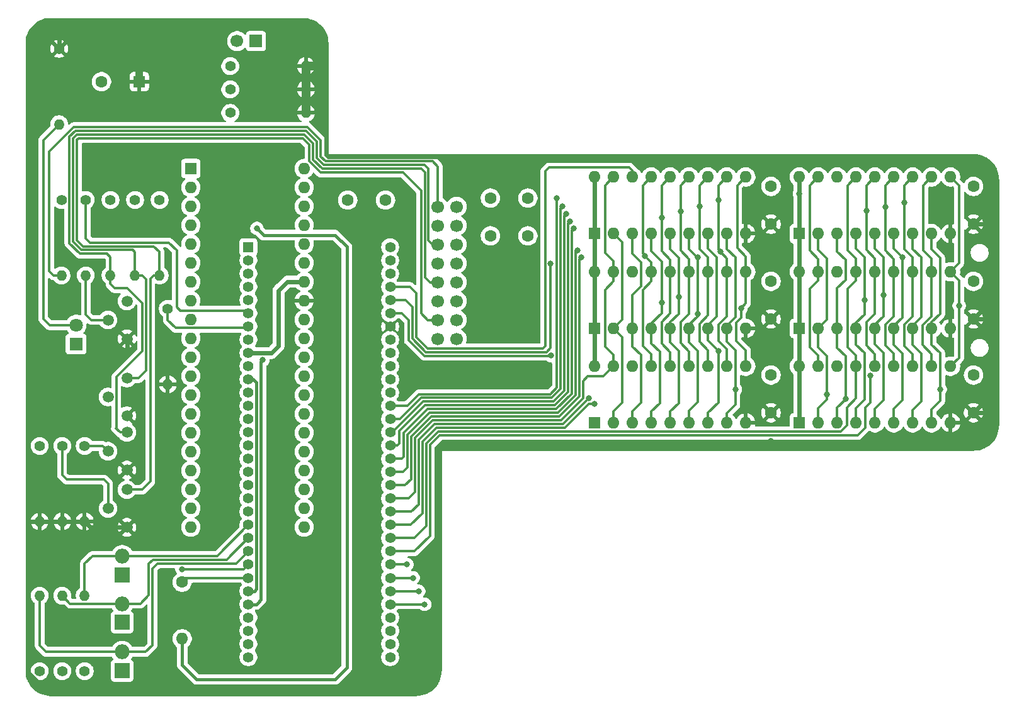
<source format=gbr>
%TF.GenerationSoftware,KiCad,Pcbnew,9.0.3*%
%TF.CreationDate,2025-12-08T23:35:03+00:00*%
%TF.ProjectId,V9958AdapterTC01,56393935-3841-4646-9170-746572544330,rev?*%
%TF.SameCoordinates,Original*%
%TF.FileFunction,Copper,L1,Top*%
%TF.FilePolarity,Positive*%
%FSLAX46Y46*%
G04 Gerber Fmt 4.6, Leading zero omitted, Abs format (unit mm)*
G04 Created by KiCad (PCBNEW 9.0.3) date 2025-12-08 23:35:03*
%MOMM*%
%LPD*%
G01*
G04 APERTURE LIST*
%TA.AperFunction,ComponentPad*%
%ADD10C,1.500000*%
%TD*%
%TA.AperFunction,ComponentPad*%
%ADD11C,1.400000*%
%TD*%
%TA.AperFunction,ComponentPad*%
%ADD12O,1.400000X1.400000*%
%TD*%
%TA.AperFunction,ComponentPad*%
%ADD13R,2.000000X2.000000*%
%TD*%
%TA.AperFunction,ComponentPad*%
%ADD14O,2.000000X2.000000*%
%TD*%
%TA.AperFunction,ComponentPad*%
%ADD15R,1.600000X1.600000*%
%TD*%
%TA.AperFunction,ComponentPad*%
%ADD16O,1.600000X1.600000*%
%TD*%
%TA.AperFunction,ComponentPad*%
%ADD17C,1.600000*%
%TD*%
%TA.AperFunction,ComponentPad*%
%ADD18C,1.700000*%
%TD*%
%TA.AperFunction,ComponentPad*%
%ADD19R,1.800000X1.800000*%
%TD*%
%TA.AperFunction,ComponentPad*%
%ADD20C,1.800000*%
%TD*%
%TA.AperFunction,ComponentPad*%
%ADD21R,1.700000X1.700000*%
%TD*%
%TA.AperFunction,ComponentPad*%
%ADD22R,1.400000X1.400000*%
%TD*%
%TA.AperFunction,ViaPad*%
%ADD23C,0.800000*%
%TD*%
%TA.AperFunction,Conductor*%
%ADD24C,0.300000*%
%TD*%
%TA.AperFunction,Conductor*%
%ADD25C,0.600000*%
%TD*%
%TA.AperFunction,Conductor*%
%ADD26C,1.200000*%
%TD*%
%TA.AperFunction,Conductor*%
%ADD27C,1.000000*%
%TD*%
%TA.AperFunction,Conductor*%
%ADD28C,0.400000*%
%TD*%
G04 APERTURE END LIST*
D10*
%TO.P,Q150,1,C*%
%TO.N,+5V*%
X41395000Y-86470000D03*
%TO.P,Q150,2,B*%
%TO.N,Net-(Q150-B)*%
X38855000Y-83930000D03*
%TO.P,Q150,3,E*%
%TO.N,R*%
X41395000Y-81390000D03*
%TD*%
D11*
%TO.P,R160,1*%
%TO.N,GND*%
X42490000Y-50100000D03*
D12*
%TO.P,R160,2*%
%TO.N,G*%
X42490000Y-60260000D03*
%TD*%
D13*
%TO.P,C159,1*%
%TO.N,Net-(Q152-B)*%
X40760000Y-113445000D03*
D14*
%TO.P,C159,2*%
%TO.N,VB*%
X40760000Y-110945000D03*
%TD*%
D11*
%TO.P,R164,1*%
%TO.N,Net-(Q152-B)*%
X32690000Y-83220000D03*
D12*
%TO.P,R164,2*%
%TO.N,+5V*%
X32690000Y-93380000D03*
%TD*%
D11*
%TO.P,R153,1*%
%TO.N,Net-(J150-~{CAS})*%
X55290000Y-35240000D03*
D12*
%TO.P,R153,2*%
%TO.N,+5V*%
X65450000Y-35240000D03*
%TD*%
D15*
%TO.P,I170,1,~{OE}*%
%TO.N,GND*%
X131810000Y-54640000D03*
D16*
%TO.P,I170,2,IO1*%
%TO.N,/VD3*%
X134350000Y-54640000D03*
%TO.P,I170,3,IO2*%
%TO.N,/VD2*%
X136890000Y-54640000D03*
%TO.P,I170,4,~{WE}*%
%TO.N,VR{slash}~{W}*%
X139430000Y-54640000D03*
%TO.P,I170,5,~{RAS}*%
%TO.N,~{VRAS}*%
X141970000Y-54640000D03*
%TO.P,I170,6,A6*%
%TO.N,/VAD6*%
X144510000Y-54640000D03*
%TO.P,I170,7,A5*%
%TO.N,/VAD5*%
X147050000Y-54640000D03*
%TO.P,I170,8,A4*%
%TO.N,/VAD4*%
X149590000Y-54640000D03*
%TO.P,I170,9,VCC*%
%TO.N,+5V*%
X152130000Y-54640000D03*
%TO.P,I170,10,A7*%
%TO.N,/VAD7*%
X152130000Y-47020000D03*
%TO.P,I170,11,A3*%
%TO.N,/VAD3*%
X149590000Y-47020000D03*
%TO.P,I170,12,A2*%
%TO.N,/VAD2*%
X147050000Y-47020000D03*
%TO.P,I170,13,A1*%
%TO.N,/VAD1*%
X144510000Y-47020000D03*
%TO.P,I170,14,A0*%
%TO.N,/VAD0*%
X141970000Y-47020000D03*
%TO.P,I170,15,IO3*%
%TO.N,/VD1*%
X139430000Y-47020000D03*
%TO.P,I170,16,~{CAS}*%
%TO.N,~{VCAS0}*%
X136890000Y-47020000D03*
%TO.P,I170,17,IO4*%
%TO.N,/VD0*%
X134350000Y-47020000D03*
%TO.P,I170,18,VSS*%
%TO.N,GND*%
X131810000Y-47020000D03*
%TD*%
D10*
%TO.P,Q153,1,C*%
%TO.N,+5V*%
X41395000Y-68810000D03*
%TO.P,Q153,2,B*%
%TO.N,Net-(Q153-B)*%
X38855000Y-66270000D03*
%TO.P,Q153,3,E*%
%TO.N,~{CSYNC}*%
X41395000Y-63730000D03*
%TD*%
D17*
%TO.P,C155,1*%
%TO.N,GND*%
X127990000Y-73680000D03*
%TO.P,C155,2*%
%TO.N,+5V*%
X127990000Y-78760000D03*
%TD*%
D11*
%TO.P,R165,1*%
%TO.N,Net-(Q151-B)*%
X29670000Y-83220000D03*
D12*
%TO.P,R165,2*%
%TO.N,+5V*%
X29670000Y-93380000D03*
%TD*%
D13*
%TO.P,C157,1*%
%TO.N,Net-(Q150-B)*%
X40760000Y-106950000D03*
D14*
%TO.P,C157,2*%
%TO.N,VR*%
X40760000Y-104450000D03*
%TD*%
D11*
%TO.P,R158,1*%
%TO.N,~{VCSYNC}*%
X35870000Y-50110000D03*
D12*
%TO.P,R158,2*%
%TO.N,Net-(Q153-B)*%
X35870000Y-60270000D03*
%TD*%
D17*
%TO.P,C153,1*%
%TO.N,GND*%
X127990000Y-48290000D03*
%TO.P,C153,2*%
%TO.N,+5V*%
X127990000Y-53370000D03*
%TD*%
D15*
%TO.P,I171,1,~{OE}*%
%TO.N,GND*%
X104270000Y-54640000D03*
D16*
%TO.P,I171,2,IO1*%
%TO.N,/VD7*%
X106810000Y-54640000D03*
%TO.P,I171,3,IO2*%
%TO.N,/VD6*%
X109350000Y-54640000D03*
%TO.P,I171,4,~{WE}*%
%TO.N,VR{slash}~{W}*%
X111890000Y-54640000D03*
%TO.P,I171,5,~{RAS}*%
%TO.N,~{VRAS}*%
X114430000Y-54640000D03*
%TO.P,I171,6,A6*%
%TO.N,/VAD6*%
X116970000Y-54640000D03*
%TO.P,I171,7,A5*%
%TO.N,/VAD5*%
X119510000Y-54640000D03*
%TO.P,I171,8,A4*%
%TO.N,/VAD4*%
X122050000Y-54640000D03*
%TO.P,I171,9,VCC*%
%TO.N,+5V*%
X124590000Y-54640000D03*
%TO.P,I171,10,A7*%
%TO.N,/VAD7*%
X124590000Y-47020000D03*
%TO.P,I171,11,A3*%
%TO.N,/VAD3*%
X122050000Y-47020000D03*
%TO.P,I171,12,A2*%
%TO.N,/VAD2*%
X119510000Y-47020000D03*
%TO.P,I171,13,A1*%
%TO.N,/VAD1*%
X116970000Y-47020000D03*
%TO.P,I171,14,A0*%
%TO.N,/VAD0*%
X114430000Y-47020000D03*
%TO.P,I171,15,IO3*%
%TO.N,/VD5*%
X111890000Y-47020000D03*
%TO.P,I171,16,~{CAS}*%
%TO.N,~{VCAS0}*%
X109350000Y-47020000D03*
%TO.P,I171,17,IO4*%
%TO.N,/VD4*%
X106810000Y-47020000D03*
%TO.P,I171,18,VSS*%
%TO.N,GND*%
X104270000Y-47020000D03*
%TD*%
D17*
%TO.P,C151,1*%
%TO.N,GND*%
X155210000Y-73680000D03*
%TO.P,C151,2*%
%TO.N,+5V*%
X155210000Y-78760000D03*
%TD*%
D15*
%TO.P,I173,1,~{OE}*%
%TO.N,GND*%
X104270000Y-67400000D03*
D16*
%TO.P,I173,2,IO1*%
%TO.N,/VD7*%
X106810000Y-67400000D03*
%TO.P,I173,3,IO2*%
%TO.N,/VD6*%
X109350000Y-67400000D03*
%TO.P,I173,4,~{WE}*%
%TO.N,VR{slash}~{W}*%
X111890000Y-67400000D03*
%TO.P,I173,5,~{RAS}*%
%TO.N,~{VRAS}*%
X114430000Y-67400000D03*
%TO.P,I173,6,A6*%
%TO.N,/VAD6*%
X116970000Y-67400000D03*
%TO.P,I173,7,A5*%
%TO.N,/VAD5*%
X119510000Y-67400000D03*
%TO.P,I173,8,A4*%
%TO.N,/VAD4*%
X122050000Y-67400000D03*
%TO.P,I173,9,VCC*%
%TO.N,+5V*%
X124590000Y-67400000D03*
%TO.P,I173,10,A7*%
%TO.N,/VAD7*%
X124590000Y-59780000D03*
%TO.P,I173,11,A3*%
%TO.N,/VAD3*%
X122050000Y-59780000D03*
%TO.P,I173,12,A2*%
%TO.N,/VAD2*%
X119510000Y-59780000D03*
%TO.P,I173,13,A1*%
%TO.N,/VAD1*%
X116970000Y-59780000D03*
%TO.P,I173,14,A0*%
%TO.N,/VAD0*%
X114430000Y-59780000D03*
%TO.P,I173,15,IO3*%
%TO.N,/VD5*%
X111890000Y-59780000D03*
%TO.P,I173,16,~{CAS}*%
%TO.N,~{VCAS1}*%
X109350000Y-59780000D03*
%TO.P,I173,17,IO4*%
%TO.N,/VD4*%
X106810000Y-59780000D03*
%TO.P,I173,18,VSS*%
%TO.N,GND*%
X104270000Y-59780000D03*
%TD*%
D11*
%TO.P,R150,1*%
%TO.N,+5V*%
X32280000Y-29770000D03*
D12*
%TO.P,R150,2*%
%TO.N,Net-(D150-A)*%
X32280000Y-39930000D03*
%TD*%
D15*
%TO.P,C156,1*%
%TO.N,+5V*%
X43060000Y-34190000D03*
D17*
%TO.P,C156,2*%
%TO.N,GND*%
X37980000Y-34190000D03*
%TD*%
D15*
%TO.P,I172,1,~{OE}*%
%TO.N,GND*%
X131810000Y-67400000D03*
D16*
%TO.P,I172,2,IO1*%
%TO.N,/VD3*%
X134350000Y-67400000D03*
%TO.P,I172,3,IO2*%
%TO.N,/VD2*%
X136890000Y-67400000D03*
%TO.P,I172,4,~{WE}*%
%TO.N,VR{slash}~{W}*%
X139430000Y-67400000D03*
%TO.P,I172,5,~{RAS}*%
%TO.N,~{VRAS}*%
X141970000Y-67400000D03*
%TO.P,I172,6,A6*%
%TO.N,/VAD6*%
X144510000Y-67400000D03*
%TO.P,I172,7,A5*%
%TO.N,/VAD5*%
X147050000Y-67400000D03*
%TO.P,I172,8,A4*%
%TO.N,/VAD4*%
X149590000Y-67400000D03*
%TO.P,I172,9,VCC*%
%TO.N,+5V*%
X152130000Y-67400000D03*
%TO.P,I172,10,A7*%
%TO.N,/VAD7*%
X152130000Y-59780000D03*
%TO.P,I172,11,A3*%
%TO.N,/VAD3*%
X149590000Y-59780000D03*
%TO.P,I172,12,A2*%
%TO.N,/VAD2*%
X147050000Y-59780000D03*
%TO.P,I172,13,A1*%
%TO.N,/VAD1*%
X144510000Y-59780000D03*
%TO.P,I172,14,A0*%
%TO.N,/VAD0*%
X141970000Y-59780000D03*
%TO.P,I172,15,IO3*%
%TO.N,/VD1*%
X139430000Y-59780000D03*
%TO.P,I172,16,~{CAS}*%
%TO.N,~{VCAS1}*%
X136890000Y-59780000D03*
%TO.P,I172,17,IO4*%
%TO.N,/VD0*%
X134350000Y-59780000D03*
%TO.P,I172,18,VSS*%
%TO.N,GND*%
X131810000Y-59780000D03*
%TD*%
D18*
%TO.P,M100,1,Pin_1*%
%TO.N,unconnected-(M100-Pin_1-Pad1)*%
X85710000Y-51020000D03*
%TO.P,M100,2,Pin_2*%
%TO.N,~{CSYNC}*%
X83170000Y-51020000D03*
%TO.P,M100,3,Pin_3*%
%TO.N,unconnected-(M100-Pin_3-Pad3)*%
X85710000Y-53560000D03*
%TO.P,M100,4,Pin_4*%
%TO.N,GND*%
X83170000Y-53560000D03*
%TO.P,M100,5,Pin_5*%
%TO.N,unconnected-(M100-Pin_5-Pad5)*%
X85710000Y-56100000D03*
%TO.P,M100,6,Pin_6*%
%TO.N,R*%
X83170000Y-56100000D03*
%TO.P,M100,7,Pin_7*%
%TO.N,unconnected-(M100-Pin_7-Pad7)*%
X85710000Y-58640000D03*
%TO.P,M100,8,Pin_8*%
%TO.N,unconnected-(M100-Pin_8-Pad8)*%
X83170000Y-58640000D03*
%TO.P,M100,9,Pin_9*%
%TO.N,unconnected-(M100-Pin_9-Pad9)*%
X85710000Y-61180000D03*
%TO.P,M100,10,Pin_10*%
%TO.N,G*%
X83170000Y-61180000D03*
%TO.P,M100,11,Pin_11*%
%TO.N,unconnected-(M100-Pin_11-Pad11)*%
X85710000Y-63720000D03*
%TO.P,M100,12,Pin_12*%
%TO.N,unconnected-(M100-Pin_12-Pad12)*%
X83170000Y-63720000D03*
%TO.P,M100,13,Pin_13*%
%TO.N,unconnected-(M100-Pin_13-Pad13)*%
X85710000Y-66260000D03*
%TO.P,M100,14,Pin_14*%
%TO.N,B*%
X83170000Y-66260000D03*
%TO.P,M100,15,Pin_15*%
%TO.N,unconnected-(M100-Pin_15-Pad15)*%
X85710000Y-68800000D03*
%TO.P,M100,16,Pin_16*%
%TO.N,unconnected-(M100-Pin_16-Pad16)*%
X83170000Y-68800000D03*
%TD*%
D17*
%TO.P,C150,1*%
%TO.N,GND*%
X155210000Y-48290000D03*
%TO.P,C150,2*%
%TO.N,+5V*%
X155210000Y-53370000D03*
%TD*%
D11*
%TO.P,R151,1*%
%TO.N,Net-(J150-~{RAS})*%
X55290000Y-32110000D03*
D12*
%TO.P,R151,2*%
%TO.N,+5V*%
X65450000Y-32110000D03*
%TD*%
D11*
%TO.P,R156,1*%
%TO.N,GND*%
X35710000Y-113520000D03*
D12*
%TO.P,R156,2*%
%TO.N,VG*%
X35710000Y-103360000D03*
%TD*%
D15*
%TO.P,I174,1,~{OE}*%
%TO.N,GND*%
X131810000Y-80110000D03*
D16*
%TO.P,I174,2,IO1*%
%TO.N,/VD3*%
X134350000Y-80110000D03*
%TO.P,I174,3,IO2*%
%TO.N,/VD2*%
X136890000Y-80110000D03*
%TO.P,I174,4,~{WE}*%
%TO.N,VR{slash}~{W}*%
X139430000Y-80110000D03*
%TO.P,I174,5,~{RAS}*%
%TO.N,~{VRAS}*%
X141970000Y-80110000D03*
%TO.P,I174,6,A6*%
%TO.N,/VAD6*%
X144510000Y-80110000D03*
%TO.P,I174,7,A5*%
%TO.N,/VAD5*%
X147050000Y-80110000D03*
%TO.P,I174,8,A4*%
%TO.N,/VAD4*%
X149590000Y-80110000D03*
%TO.P,I174,9,VCC*%
%TO.N,+5V*%
X152130000Y-80110000D03*
%TO.P,I174,10,A7*%
%TO.N,/VAD7*%
X152130000Y-72490000D03*
%TO.P,I174,11,A3*%
%TO.N,/VAD3*%
X149590000Y-72490000D03*
%TO.P,I174,12,A2*%
%TO.N,/VAD2*%
X147050000Y-72490000D03*
%TO.P,I174,13,A1*%
%TO.N,/VAD1*%
X144510000Y-72490000D03*
%TO.P,I174,14,A0*%
%TO.N,/VAD0*%
X141970000Y-72490000D03*
%TO.P,I174,15,IO3*%
%TO.N,/VD1*%
X139430000Y-72490000D03*
%TO.P,I174,16,~{CAS}*%
%TO.N,~{VCASX}*%
X136890000Y-72490000D03*
%TO.P,I174,17,IO4*%
%TO.N,/VD0*%
X134350000Y-72490000D03*
%TO.P,I174,18,VSS*%
%TO.N,GND*%
X131810000Y-72490000D03*
%TD*%
D11*
%TO.P,R152,1*%
%TO.N,Net-(J150-R{slash}~{W})*%
X55290000Y-38390000D03*
D12*
%TO.P,R152,2*%
%TO.N,+5V*%
X65450000Y-38390000D03*
%TD*%
D17*
%TO.P,C152,1*%
%TO.N,GND*%
X155210000Y-61060000D03*
%TO.P,C152,2*%
%TO.N,+5V*%
X155210000Y-66140000D03*
%TD*%
D19*
%TO.P,D150,1,K*%
%TO.N,GND*%
X34555000Y-69505000D03*
D20*
%TO.P,D150,2,A*%
%TO.N,Net-(D150-A)*%
X34555000Y-66965000D03*
%TD*%
D13*
%TO.P,C158,1*%
%TO.N,Net-(Q151-B)*%
X40760000Y-100550000D03*
D14*
%TO.P,C158,2*%
%TO.N,VG*%
X40760000Y-98050000D03*
%TD*%
D17*
%TO.P,D151,1,K*%
%TO.N,Net-(D151-K)*%
X48820000Y-101560000D03*
D16*
%TO.P,D151,2,A*%
%TO.N,~{VDPWAIT}*%
X48820000Y-109180000D03*
%TD*%
D21*
%TO.P,J153,1,Pin_1*%
%TO.N,/A1*%
X58745000Y-28730000D03*
D18*
%TO.P,J153,2,Pin_2*%
%TO.N,~{VDPWAIT}*%
X56205000Y-28730000D03*
%TD*%
D11*
%TO.P,R157,1*%
%TO.N,GND*%
X29670000Y-113520000D03*
D12*
%TO.P,R157,2*%
%TO.N,VB*%
X29670000Y-103360000D03*
%TD*%
D11*
%TO.P,R159,1*%
%TO.N,GND*%
X39180000Y-50100000D03*
D12*
%TO.P,R159,2*%
%TO.N,R*%
X39180000Y-60260000D03*
%TD*%
D17*
%TO.P,X170,1,1*%
%TO.N,Net-(I160-XTAL1)*%
X71080000Y-50120000D03*
%TO.P,X170,2,2*%
%TO.N,Net-(I160-XTAL2)*%
X76160000Y-50120000D03*
%TD*%
%TO.P,C154,1*%
%TO.N,GND*%
X127990000Y-61060000D03*
%TO.P,C154,2*%
%TO.N,+5V*%
X127990000Y-66140000D03*
%TD*%
D10*
%TO.P,Q151,1,C*%
%TO.N,+5V*%
X41395000Y-79170000D03*
%TO.P,Q151,2,B*%
%TO.N,Net-(Q151-B)*%
X38855000Y-76630000D03*
%TO.P,Q151,3,E*%
%TO.N,G*%
X41395000Y-74090000D03*
%TD*%
D11*
%TO.P,R162,1*%
%TO.N,GND*%
X32590000Y-50110000D03*
D12*
%TO.P,R162,2*%
%TO.N,~{CSYNC}*%
X32590000Y-60270000D03*
%TD*%
D10*
%TO.P,Q152,1,C*%
%TO.N,+5V*%
X41395000Y-94170000D03*
%TO.P,Q152,2,B*%
%TO.N,Net-(Q152-B)*%
X38855000Y-91630000D03*
%TO.P,Q152,3,E*%
%TO.N,B*%
X41395000Y-89090000D03*
%TD*%
D22*
%TO.P,I160,1,GND*%
%TO.N,GND*%
X57720000Y-56470000D03*
D11*
%TO.P,I160,2,~{DHCLK}*%
%TO.N,unconnected-(I160-~{DHCLK}-Pad2)*%
X57720000Y-58250000D03*
%TO.P,I160,3,~{DLCLK}*%
%TO.N,unconnected-(I160-~{DLCLK}-Pad3)*%
X57720000Y-60030000D03*
%TO.P,I160,4,~{VRESET}*%
%TO.N,+5E*%
X57720000Y-61810000D03*
%TO.P,I160,5,~{HSYNC}*%
%TO.N,unconnected-(I160-~{HSYNC}-Pad5)*%
X57720000Y-63590000D03*
%TO.P,I160,6,~{CSYNC}*%
%TO.N,~{VCSYNC}*%
X57720000Y-65370000D03*
%TO.P,I160,7,BLEO*%
%TO.N,+5E*%
X57720000Y-67150000D03*
%TO.P,I160,8,CPUCLK/~{VDS}*%
%TO.N,unconnected-(I160-CPUCLK{slash}~{VDS}-Pad8)*%
X57720000Y-68930000D03*
%TO.P,I160,9,~{RESET}*%
%TO.N,~{RST}*%
X57720000Y-70710000D03*
%TO.P,I160,10,~{YS}*%
%TO.N,unconnected-(I160-~{YS}-Pad10)*%
X57720000Y-72490000D03*
%TO.P,I160,11,CBDR*%
%TO.N,+5E*%
X57720000Y-74270000D03*
%TO.P,I160,12,C7*%
%TO.N,unconnected-(I160-C7-Pad12)*%
X57720000Y-76050000D03*
%TO.P,I160,13,C6*%
%TO.N,unconnected-(I160-C6-Pad13)*%
X57720000Y-77830000D03*
%TO.P,I160,14,C5*%
%TO.N,unconnected-(I160-C5-Pad14)*%
X57720000Y-79610000D03*
%TO.P,I160,15,C4*%
%TO.N,unconnected-(I160-C4-Pad15)*%
X57720000Y-81390000D03*
%TO.P,I160,16,C3*%
%TO.N,unconnected-(I160-C3-Pad16)*%
X57720000Y-83170000D03*
%TO.P,I160,17,C2*%
%TO.N,unconnected-(I160-C2-Pad17)*%
X57720000Y-84950000D03*
%TO.P,I160,18,C1*%
%TO.N,unconnected-(I160-C1-Pad18)*%
X57720000Y-86730000D03*
%TO.P,I160,19,C0*%
%TO.N,unconnected-(I160-C0-Pad19)*%
X57720000Y-88510000D03*
%TO.P,I160,20,GND_DAC*%
%TO.N,GND*%
X57720000Y-90290000D03*
%TO.P,I160,21,VDD_DAC*%
%TO.N,Net-(I160-VDD_DAC)*%
X57720000Y-92070000D03*
%TO.P,I160,22,G*%
%TO.N,VG*%
X57720000Y-93850000D03*
%TO.P,I160,23,R*%
%TO.N,VR*%
X57720000Y-95630000D03*
%TO.P,I160,24,B*%
%TO.N,VB*%
X57720000Y-97410000D03*
%TO.P,I160,25,~{INT}*%
%TO.N,~{INTVDP}*%
X57720000Y-99190000D03*
%TO.P,I160,26,~{WAIT}*%
%TO.N,Net-(D151-K)*%
X57720000Y-100970000D03*
%TO.P,I160,27,~{HRESET}*%
%TO.N,+5E*%
X57720000Y-102750000D03*
%TO.P,I160,28,MODE1*%
%TO.N,/A1*%
X57720000Y-104530000D03*
%TO.P,I160,29,MODE0*%
%TO.N,/A0*%
X57720000Y-106310000D03*
%TO.P,I160,30,~{CSW}*%
%TO.N,~{CSW}*%
X57720000Y-108090000D03*
%TO.P,I160,31,~{CSR}*%
%TO.N,~{CSR}*%
X57720000Y-109870000D03*
%TO.P,I160,32,CD7*%
%TO.N,/D7*%
X57720000Y-111650000D03*
%TO.P,I160,33,VBB*%
%TO.N,unconnected-(I160-VBB-Pad33)*%
X76790000Y-111650000D03*
%TO.P,I160,34,CD6*%
%TO.N,/D6*%
X76790000Y-109870000D03*
%TO.P,I160,35,CD5*%
%TO.N,/D5*%
X76790000Y-108090000D03*
%TO.P,I160,36,CD4*%
%TO.N,/D4*%
X76790000Y-106310000D03*
%TO.P,I160,37,CD3*%
%TO.N,/D3*%
X76790000Y-104530000D03*
%TO.P,I160,38,CD2*%
%TO.N,/D2*%
X76790000Y-102750000D03*
%TO.P,I160,39,CD1*%
%TO.N,/D1*%
X76790000Y-100970000D03*
%TO.P,I160,40,CD0*%
%TO.N,/D0*%
X76790000Y-99190000D03*
%TO.P,I160,41,RD0*%
%TO.N,/VD0*%
X76790000Y-97410000D03*
%TO.P,I160,42,RD1*%
%TO.N,/VD1*%
X76790000Y-95630000D03*
%TO.P,I160,43,RD2*%
%TO.N,/VD2*%
X76790000Y-93850000D03*
%TO.P,I160,44,RD3*%
%TO.N,/VD3*%
X76790000Y-92070000D03*
%TO.P,I160,45,RD4*%
%TO.N,/VD4*%
X76790000Y-90290000D03*
%TO.P,I160,46,RD5*%
%TO.N,/VD5*%
X76790000Y-88510000D03*
%TO.P,I160,47,RD6*%
%TO.N,/VD6*%
X76790000Y-86730000D03*
%TO.P,I160,48,RD7*%
%TO.N,/VD7*%
X76790000Y-84950000D03*
%TO.P,I160,49,AD0*%
%TO.N,/VAD0*%
X76790000Y-83170000D03*
%TO.P,I160,50,AD1*%
%TO.N,/VAD1*%
X76790000Y-81390000D03*
%TO.P,I160,51,AD2*%
%TO.N,/VAD2*%
X76790000Y-79610000D03*
%TO.P,I160,52,AD3*%
%TO.N,/VAD3*%
X76790000Y-77830000D03*
%TO.P,I160,53,AD4*%
%TO.N,/VAD4*%
X76790000Y-76050000D03*
%TO.P,I160,54,AD5*%
%TO.N,/VAD5*%
X76790000Y-74270000D03*
%TO.P,I160,55,AD6*%
%TO.N,/VAD6*%
X76790000Y-72490000D03*
%TO.P,I160,56,AD7*%
%TO.N,/VAD7*%
X76790000Y-70710000D03*
%TO.P,I160,57,R/~{W}*%
%TO.N,VR{slash}~{W}*%
X76790000Y-68930000D03*
%TO.P,I160,58,VDD*%
%TO.N,+5V*%
X76790000Y-67150000D03*
%TO.P,I160,59,~{CASX}*%
%TO.N,~{VCASX}*%
X76790000Y-65370000D03*
%TO.P,I160,60,~{CAS1}*%
%TO.N,~{VCAS1}*%
X76790000Y-63590000D03*
%TO.P,I160,61,~{CAS0}*%
%TO.N,~{VCAS0}*%
X76790000Y-61810000D03*
%TO.P,I160,62,~{RAS}*%
%TO.N,~{VRAS}*%
X76790000Y-60030000D03*
%TO.P,I160,63,XTAL1*%
%TO.N,Net-(I160-XTAL1)*%
X76790000Y-58250000D03*
%TO.P,I160,64,XTAL2*%
%TO.N,Net-(I160-XTAL2)*%
X76790000Y-56470000D03*
%TD*%
%TO.P,R154,1*%
%TO.N,+5E*%
X46890000Y-64750000D03*
D12*
%TO.P,R154,2*%
%TO.N,+5V*%
X46890000Y-74910000D03*
%TD*%
D11*
%TO.P,R163,1*%
%TO.N,Net-(Q150-B)*%
X35710000Y-83220000D03*
D12*
%TO.P,R163,2*%
%TO.N,+5V*%
X35710000Y-93380000D03*
%TD*%
D15*
%TO.P,I175,1,~{OE}*%
%TO.N,GND*%
X104270000Y-80110000D03*
D16*
%TO.P,I175,2,IO1*%
%TO.N,/VD7*%
X106810000Y-80110000D03*
%TO.P,I175,3,IO2*%
%TO.N,/VD6*%
X109350000Y-80110000D03*
%TO.P,I175,4,~{WE}*%
%TO.N,VR{slash}~{W}*%
X111890000Y-80110000D03*
%TO.P,I175,5,~{RAS}*%
%TO.N,~{VRAS}*%
X114430000Y-80110000D03*
%TO.P,I175,6,A6*%
%TO.N,/VAD6*%
X116970000Y-80110000D03*
%TO.P,I175,7,A5*%
%TO.N,/VAD5*%
X119510000Y-80110000D03*
%TO.P,I175,8,A4*%
%TO.N,/VAD4*%
X122050000Y-80110000D03*
%TO.P,I175,9,VCC*%
%TO.N,+5V*%
X124590000Y-80110000D03*
%TO.P,I175,10,A7*%
%TO.N,/VAD7*%
X124590000Y-72490000D03*
%TO.P,I175,11,A3*%
%TO.N,/VAD3*%
X122050000Y-72490000D03*
%TO.P,I175,12,A2*%
%TO.N,/VAD2*%
X119510000Y-72490000D03*
%TO.P,I175,13,A1*%
%TO.N,/VAD1*%
X116970000Y-72490000D03*
%TO.P,I175,14,A0*%
%TO.N,/VAD0*%
X114430000Y-72490000D03*
%TO.P,I175,15,IO3*%
%TO.N,/VD5*%
X111890000Y-72490000D03*
%TO.P,I175,16,~{CAS}*%
%TO.N,~{VCASX}*%
X109350000Y-72490000D03*
%TO.P,I175,17,IO4*%
%TO.N,/VD4*%
X106810000Y-72490000D03*
%TO.P,I175,18,VSS*%
%TO.N,GND*%
X104270000Y-72490000D03*
%TD*%
D17*
%TO.P,C171,1*%
%TO.N,Net-(I160-XTAL2)*%
X90260000Y-49860000D03*
%TO.P,C171,2*%
%TO.N,GND*%
X90260000Y-54940000D03*
%TD*%
D15*
%TO.P,J150,1,~{RAS}*%
%TO.N,Net-(J150-~{RAS})*%
X49990000Y-45880000D03*
D16*
%TO.P,J150,2,~{CAS}*%
%TO.N,Net-(J150-~{CAS})*%
X49990000Y-48420000D03*
%TO.P,J150,3,AD7*%
%TO.N,unconnected-(J150-AD7-Pad3)*%
X49990000Y-50960000D03*
%TO.P,J150,4,AD6*%
%TO.N,unconnected-(J150-AD6-Pad4)*%
X49990000Y-53500000D03*
%TO.P,J150,5,AD5*%
%TO.N,unconnected-(J150-AD5-Pad5)*%
X49990000Y-56040000D03*
%TO.P,J150,6,AD4*%
%TO.N,unconnected-(J150-AD4-Pad6)*%
X49990000Y-58580000D03*
%TO.P,J150,7,AD3*%
%TO.N,unconnected-(J150-AD3-Pad7)*%
X49990000Y-61120000D03*
%TO.P,J150,8,AD2*%
%TO.N,unconnected-(J150-AD2-Pad8)*%
X49990000Y-63660000D03*
%TO.P,J150,9,AD1*%
%TO.N,unconnected-(J150-AD1-Pad9)*%
X49990000Y-66200000D03*
%TO.P,J150,10,AD0*%
%TO.N,unconnected-(J150-AD0-Pad10)*%
X49990000Y-68740000D03*
%TO.P,J150,11,R/~{W}*%
%TO.N,Net-(J150-R{slash}~{W})*%
X49990000Y-71280000D03*
%TO.P,J150,12,GND*%
%TO.N,GND*%
X49990000Y-73820000D03*
%TO.P,J150,13,MODE*%
%TO.N,/A0*%
X49990000Y-76360000D03*
%TO.P,J150,14,~{CSW}*%
%TO.N,~{CSW}*%
X49990000Y-78900000D03*
%TO.P,J150,15,~{CSR}*%
%TO.N,~{CSR}*%
X49990000Y-81440000D03*
%TO.P,J150,16,~{INT}*%
%TO.N,~{INTVDP}*%
X49990000Y-83980000D03*
%TO.P,J150,17,CD7*%
%TO.N,/D0*%
X49990000Y-86520000D03*
%TO.P,J150,18,CD6*%
%TO.N,/D1*%
X49990000Y-89060000D03*
%TO.P,J150,19,CD5*%
%TO.N,/D2*%
X49990000Y-91600000D03*
%TO.P,J150,20,CD4*%
%TO.N,/D3*%
X49990000Y-94140000D03*
%TO.P,J150,21,CD3*%
%TO.N,/D4*%
X65230000Y-94140000D03*
%TO.P,J150,22,CD2*%
%TO.N,/D5*%
X65230000Y-91600000D03*
%TO.P,J150,23,CD1*%
%TO.N,/D6*%
X65230000Y-89060000D03*
%TO.P,J150,24,CD0*%
%TO.N,/D7*%
X65230000Y-86520000D03*
%TO.P,J150,25,RD7*%
%TO.N,unconnected-(J150-RD7-Pad25)*%
X65230000Y-83980000D03*
%TO.P,J150,26,RD6*%
%TO.N,unconnected-(J150-RD6-Pad26)*%
X65230000Y-81440000D03*
%TO.P,J150,27,RD5*%
%TO.N,unconnected-(J150-RD5-Pad27)*%
X65230000Y-78900000D03*
%TO.P,J150,28,RD4*%
%TO.N,unconnected-(J150-RD4-Pad28)*%
X65230000Y-76360000D03*
%TO.P,J150,29,RD3*%
%TO.N,unconnected-(J150-RD3-Pad29)*%
X65230000Y-73820000D03*
%TO.P,J150,30,RD2*%
%TO.N,unconnected-(J150-RD2-Pad30)*%
X65230000Y-71280000D03*
%TO.P,J150,31,RD1*%
%TO.N,unconnected-(J150-RD1-Pad31)*%
X65230000Y-68740000D03*
%TO.P,J150,32,RD0*%
%TO.N,unconnected-(J150-RD0-Pad32)*%
X65230000Y-66200000D03*
%TO.P,J150,33,VCC*%
%TO.N,+5V*%
X65230000Y-63660000D03*
%TO.P,J150,34,~{RESET}/SYNC*%
%TO.N,~{RST}*%
X65230000Y-61120000D03*
%TO.P,J150,35,B-Y*%
%TO.N,unconnected-(J150-B-Y-Pad35)*%
X65230000Y-58580000D03*
%TO.P,J150,36,Y*%
%TO.N,unconnected-(J150-Y-Pad36)*%
X65230000Y-56040000D03*
%TO.P,J150,37,GROMCLK*%
%TO.N,unconnected-(J150-GROMCLK-Pad37)*%
X65230000Y-53500000D03*
%TO.P,J150,38,R-Y*%
%TO.N,unconnected-(J150-R-Y-Pad38)*%
X65230000Y-50960000D03*
%TO.P,J150,39,XTAL2*%
%TO.N,unconnected-(J150-XTAL2-Pad39)*%
X65230000Y-48420000D03*
%TO.P,J150,40,XTAL1*%
%TO.N,unconnected-(J150-XTAL1-Pad40)*%
X65230000Y-45880000D03*
%TD*%
D11*
%TO.P,R155,1*%
%TO.N,GND*%
X32690000Y-113520000D03*
D12*
%TO.P,R155,2*%
%TO.N,VR*%
X32690000Y-103360000D03*
%TD*%
D17*
%TO.P,C170,1*%
%TO.N,Net-(I160-XTAL1)*%
X95300000Y-49860000D03*
%TO.P,C170,2*%
%TO.N,GND*%
X95300000Y-54940000D03*
%TD*%
D11*
%TO.P,R161,1*%
%TO.N,GND*%
X45790000Y-50100000D03*
D12*
%TO.P,R161,2*%
%TO.N,B*%
X45790000Y-60260000D03*
%TD*%
D23*
%TO.N,+5V*%
X90320000Y-68510000D03*
X90330000Y-73120000D03*
%TO.N,GND*%
X131800000Y-49260000D03*
%TO.N,+5V*%
X62530000Y-52910000D03*
X127980000Y-82512000D03*
X74180000Y-67150000D03*
X67970000Y-63660000D03*
%TO.N,/D2*%
X80630000Y-102770000D03*
%TO.N,/D1*%
X79870000Y-100970000D03*
%TO.N,/D0*%
X79040000Y-99190000D03*
%TO.N,/VAD1*%
X100451000Y-51996583D03*
X143359000Y-51070000D03*
X115819000Y-51680000D03*
%TO.N,~{INTVDP}*%
X48810000Y-99797000D03*
%TO.N,VR{slash}~{W}*%
X140581000Y-63630000D03*
X113279000Y-63910000D03*
%TO.N,/D3*%
X81420000Y-104530000D03*
%TO.N,/VD3*%
X103471000Y-76800000D03*
X135501000Y-76330000D03*
%TO.N,/VD0*%
X141331000Y-73780000D03*
%TO.N,/VD2*%
X104285792Y-77550000D03*
X138040000Y-76910000D03*
%TO.N,/VAD7*%
X153281000Y-64320000D03*
X123951000Y-64660000D03*
%TO.N,/VAD3*%
X121170000Y-57050000D03*
X120899000Y-50160000D03*
X99200000Y-49900000D03*
%TO.N,/VAD2*%
X118359000Y-51000000D03*
X145899000Y-50500000D03*
X99950000Y-51000000D03*
%TO.N,/VD7*%
X101453000Y-53960000D03*
%TO.N,/VAD0*%
X100952000Y-52989556D03*
X140819000Y-51600000D03*
X113279000Y-52500000D03*
%TO.N,/VAD4*%
X123201000Y-75580000D03*
X150741000Y-75580000D03*
%TO.N,~{VRAS}*%
X115581000Y-63160000D03*
X143121000Y-62920000D03*
%TO.N,/VAD5*%
X120899000Y-70440000D03*
%TO.N,/VD5*%
X111040000Y-57640000D03*
X102455000Y-57830000D03*
%TO.N,/VD6*%
X101954000Y-56860000D03*
%TO.N,/VAD6*%
X118121000Y-65410000D03*
X118121000Y-57800000D03*
X145661000Y-57820000D03*
%TO.N,~{VDPWAIT}*%
X58860000Y-53930000D03*
%TO.N,/A1*%
X59660000Y-71660000D03*
%TO.N,~{VCASX}*%
X98430000Y-71080000D03*
%TO.N,~{VCAS1}*%
X98370000Y-58660000D03*
%TD*%
D24*
%TO.N,~{VCASX}*%
X78368000Y-65370000D02*
X76790000Y-65370000D01*
X79298000Y-66300000D02*
X78368000Y-65370000D01*
X79298000Y-68995041D02*
X79298000Y-66300000D01*
X98430000Y-71080000D02*
X98038521Y-71080000D01*
X98036520Y-71082000D02*
X81384959Y-71082000D01*
X98038521Y-71080000D02*
X98036520Y-71082000D01*
X81384959Y-71082000D02*
X79298000Y-68995041D01*
%TO.N,~{VCAS0}*%
X79430000Y-61810000D02*
X76790000Y-61810000D01*
X80300000Y-62680000D02*
X79430000Y-61810000D01*
X80300000Y-68580000D02*
X80300000Y-62680000D01*
X97619000Y-69781000D02*
X97320000Y-70080000D01*
X97619000Y-46261000D02*
X97619000Y-69781000D01*
X98140000Y-45740000D02*
X97619000Y-46261000D01*
X108930000Y-45740000D02*
X98140000Y-45740000D01*
X97320000Y-70080000D02*
X81800000Y-70080000D01*
X109350000Y-46160000D02*
X108930000Y-45740000D01*
X81800000Y-70080000D02*
X80300000Y-68580000D01*
X109350000Y-47020000D02*
X109350000Y-46160000D01*
%TO.N,~{VCAS1}*%
X78859000Y-63590000D02*
X76790000Y-63590000D01*
X79799000Y-64530000D02*
X78859000Y-63590000D01*
X81592479Y-70581000D02*
X79799000Y-68787521D01*
X97829000Y-70581000D02*
X81592479Y-70581000D01*
X98370000Y-58660000D02*
X98370000Y-70040000D01*
X98370000Y-70040000D02*
X97829000Y-70581000D01*
X79799000Y-68787521D02*
X79799000Y-64530000D01*
D25*
%TO.N,GND*%
X104270000Y-67400000D02*
X104270000Y-72490000D01*
X131800000Y-49260000D02*
X131800000Y-54630000D01*
X131810000Y-59780000D02*
X131810000Y-67400000D01*
X104270000Y-67400000D02*
X104270000Y-59780000D01*
X131810000Y-72490000D02*
X131810000Y-67400000D01*
X104270000Y-54640000D02*
X104270000Y-59780000D01*
X131810000Y-72490000D02*
X131810000Y-80110000D01*
X131800000Y-47030000D02*
X131810000Y-47020000D01*
X104270000Y-54640000D02*
X104270000Y-47020000D01*
X131800000Y-49260000D02*
X131800000Y-47030000D01*
X131800000Y-54630000D02*
X131810000Y-54640000D01*
X131810000Y-59780000D02*
X131810000Y-54640000D01*
%TO.N,+5V*%
X40929911Y-25922702D02*
X35979898Y-25921950D01*
X158279000Y-53370000D02*
X158319000Y-53410000D01*
X155210000Y-53370000D02*
X158279000Y-53370000D01*
X28182272Y-93380000D02*
X28062272Y-93500000D01*
X64816183Y-25926183D02*
X68189000Y-29299000D01*
X28066096Y-29080273D02*
X28066096Y-33360117D01*
X39580000Y-25922497D02*
X63859916Y-25926183D01*
X158249000Y-78760000D02*
X158319000Y-78690000D01*
X158319000Y-47419000D02*
X158319000Y-53410000D01*
X39630000Y-72210000D02*
X28093624Y-72210000D01*
X83627492Y-83555375D02*
X83389000Y-83793867D01*
X28093624Y-72210000D02*
X28063624Y-72240000D01*
X155110975Y-83549025D02*
X127980000Y-83552820D01*
X158319000Y-78690000D02*
X158319000Y-80341000D01*
X63859916Y-25926183D02*
X64816183Y-25926183D01*
D26*
X65450000Y-32110000D02*
X67879000Y-32110000D01*
D25*
X109708242Y-83555375D02*
X83627492Y-83555375D01*
X31029284Y-116549284D02*
X29860000Y-115380000D01*
X32280000Y-25921950D02*
X32280000Y-29770000D01*
X28061011Y-113340419D02*
X28062272Y-93500000D01*
X68189000Y-44026100D02*
X68423900Y-44261000D01*
X68189000Y-29299000D02*
X68189000Y-44026100D01*
X158319000Y-53410000D02*
X158319000Y-66130000D01*
X68423900Y-44261000D02*
X155161000Y-44261000D01*
X35979898Y-25921950D02*
X32280000Y-25921950D01*
X155210000Y-78760000D02*
X158249000Y-78760000D01*
X127980000Y-83552820D02*
X109708242Y-83555375D01*
X83389000Y-113381000D02*
X80211035Y-116558965D01*
X155210000Y-66140000D02*
X158309000Y-66140000D01*
X41395000Y-70445000D02*
X39630000Y-72210000D01*
X41395000Y-94170000D02*
X36500000Y-94170000D01*
X28062272Y-93500000D02*
X28063624Y-72240000D01*
X155161000Y-44261000D02*
X158319000Y-47419000D01*
X29831529Y-115380000D02*
X28061011Y-113609482D01*
X31159284Y-116549284D02*
X31029284Y-116549284D01*
X32280000Y-25921950D02*
X31224419Y-25921950D01*
X127980000Y-82512000D02*
X127980000Y-83552820D01*
X28061011Y-113609482D02*
X28061011Y-113340419D01*
X36500000Y-94170000D02*
X35710000Y-93380000D01*
D27*
X43060000Y-26132997D02*
X43069970Y-26123027D01*
D25*
X28063624Y-72240000D02*
X28066118Y-33013882D01*
X158319000Y-66130000D02*
X158319000Y-78690000D01*
D26*
X67879000Y-32110000D02*
X67889000Y-32120000D01*
X65450000Y-38390000D02*
X65450000Y-32110000D01*
D25*
X41395000Y-68810000D02*
X41395000Y-70445000D01*
X29860000Y-115380000D02*
X29831529Y-115380000D01*
X83389000Y-83793867D02*
X83389000Y-113381000D01*
X31224419Y-25921950D02*
X28066096Y-29080273D01*
D27*
X43060000Y-34190000D02*
X43060000Y-26132997D01*
D25*
X80211035Y-116558965D02*
X80180442Y-116558965D01*
X35710000Y-93380000D02*
X28182272Y-93380000D01*
X158309000Y-66140000D02*
X158319000Y-66130000D01*
X158319000Y-80341000D02*
X155110975Y-83549025D01*
X80180442Y-116558965D02*
X31159284Y-116549284D01*
D24*
%TO.N,/D2*%
X80400000Y-102750000D02*
X76790000Y-102750000D01*
X80420000Y-102770000D02*
X80400000Y-102750000D01*
X80630000Y-102770000D02*
X80420000Y-102770000D01*
%TO.N,Net-(D150-A)*%
X30150000Y-66100000D02*
X30150000Y-42060000D01*
X30150000Y-42060000D02*
X32280000Y-39930000D01*
X31015000Y-66965000D02*
X34555000Y-66965000D01*
X30150000Y-66100000D02*
X31015000Y-66965000D01*
%TO.N,/D1*%
X79870000Y-100970000D02*
X76790000Y-100970000D01*
D25*
%TO.N,~{RST}*%
X61780000Y-69760000D02*
X61780000Y-62280000D01*
X57720000Y-70710000D02*
X60830000Y-70710000D01*
X60830000Y-70710000D02*
X61780000Y-69760000D01*
X62940000Y-61120000D02*
X65230000Y-61120000D01*
X61780000Y-62280000D02*
X62940000Y-61120000D01*
D24*
%TO.N,/D0*%
X79040000Y-99190000D02*
X76790000Y-99190000D01*
%TO.N,/VAD1*%
X77120000Y-81390000D02*
X81257007Y-77252993D01*
X143359000Y-69669000D02*
X144510000Y-70820000D01*
X100201000Y-53300631D02*
X100201000Y-52678481D01*
X76790000Y-81390000D02*
X77120000Y-81390000D01*
X143359000Y-56909000D02*
X144510000Y-58060000D01*
X116970000Y-65410000D02*
X115819000Y-66561000D01*
X144510000Y-70820000D02*
X144510000Y-72490000D01*
X143359000Y-66923240D02*
X143359000Y-69669000D01*
X81567356Y-77252993D02*
X81567361Y-77252998D01*
X100202000Y-56132884D02*
X100202000Y-54479596D01*
X143359000Y-48171000D02*
X143359000Y-51070000D01*
X81777369Y-77252998D02*
X98714040Y-77253000D01*
X116970000Y-58050000D02*
X116970000Y-59780000D01*
X100201000Y-52678481D02*
X100202000Y-52677481D01*
X115819000Y-69369000D02*
X116970000Y-70520000D01*
X98714040Y-77253000D02*
X100202000Y-75765040D01*
X115819000Y-66561000D02*
X115819000Y-69369000D01*
X100201000Y-54478595D02*
X100201000Y-53441405D01*
X115819000Y-56899000D02*
X116970000Y-58050000D01*
X100202000Y-52245583D02*
X100451000Y-51996583D01*
X100202000Y-75765040D02*
X100202000Y-58764637D01*
X100202000Y-53301631D02*
X100201000Y-53300631D01*
X100201000Y-56133883D02*
X100202000Y-56132884D01*
X144510000Y-65772240D02*
X143359000Y-66923240D01*
X144510000Y-58060000D02*
X144510000Y-59780000D01*
X100202000Y-58764637D02*
X100201000Y-58763636D01*
X81567366Y-77252996D02*
X81777369Y-77252998D01*
X100202000Y-52677481D02*
X100202000Y-52245583D01*
X100202000Y-53440404D02*
X100202000Y-53301631D01*
X116970000Y-70520000D02*
X116970000Y-72490000D01*
X116970000Y-59780000D02*
X116970000Y-65410000D01*
X143359000Y-51070000D02*
X143359000Y-56909000D01*
X115819000Y-48171000D02*
X115819000Y-56899000D01*
X81257007Y-77252993D02*
X81567356Y-77252993D01*
X100201000Y-53441405D02*
X100202000Y-53440404D01*
X116970000Y-47020000D02*
X115819000Y-48171000D01*
X144510000Y-47020000D02*
X143359000Y-48171000D01*
X100201000Y-58763636D02*
X100201000Y-56133883D01*
X81567361Y-77252998D02*
X81567366Y-77252996D01*
X144510000Y-59780000D02*
X144510000Y-65772240D01*
X100202000Y-54479596D02*
X100201000Y-54478595D01*
%TO.N,~{INTVDP}*%
X57100000Y-99810000D02*
X57720000Y-99190000D01*
X49020000Y-99810000D02*
X57100000Y-99810000D01*
X49007000Y-99797000D02*
X49020000Y-99810000D01*
X48810000Y-99797000D02*
X49007000Y-99797000D01*
%TO.N,VR{slash}~{W}*%
X140581000Y-70731000D02*
X140581000Y-76969000D01*
X139430000Y-67400000D02*
X139430000Y-69580000D01*
X139430000Y-66660000D02*
X139430000Y-67400000D01*
X111890000Y-54640000D02*
X111890000Y-57010000D01*
X113041000Y-70571000D02*
X113041000Y-77459000D01*
X113041000Y-77459000D02*
X111890000Y-78610000D01*
X111890000Y-66730000D02*
X111890000Y-67400000D01*
X111890000Y-78610000D02*
X111890000Y-80110000D01*
X111890000Y-57010000D02*
X113279000Y-58399000D01*
X113279000Y-58399000D02*
X113279000Y-65341000D01*
X139430000Y-69580000D02*
X140581000Y-70731000D01*
X140581000Y-57811000D02*
X140581000Y-65509000D01*
X111890000Y-69420000D02*
X113041000Y-70571000D01*
X140581000Y-65509000D02*
X139430000Y-66660000D01*
X139430000Y-78120000D02*
X139430000Y-80110000D01*
X113279000Y-65341000D02*
X111890000Y-66730000D01*
X139430000Y-56660000D02*
X140581000Y-57811000D01*
X140581000Y-76969000D02*
X139430000Y-78120000D01*
X139430000Y-54640000D02*
X139430000Y-56660000D01*
X111890000Y-67400000D02*
X111890000Y-69420000D01*
%TO.N,/D3*%
X81420000Y-104530000D02*
X76790000Y-104530000D01*
%TO.N,/VD3*%
X134350000Y-67400000D02*
X134350000Y-69980000D01*
X135501000Y-66249000D02*
X134350000Y-67400000D01*
X100012000Y-80259000D02*
X82781000Y-80259000D01*
X134350000Y-69980000D02*
X135501000Y-71131000D01*
X80624000Y-82416000D02*
X80624000Y-91066000D01*
X79620000Y-92070000D02*
X76790000Y-92070000D01*
X134350000Y-54640000D02*
X134350000Y-56830000D01*
X134350000Y-56830000D02*
X135501000Y-57981000D01*
X135501000Y-57981000D02*
X135501000Y-66249000D01*
X134350000Y-78110000D02*
X134350000Y-80110000D01*
X135501000Y-76959000D02*
X134350000Y-78110000D01*
X103471000Y-76800000D02*
X100012000Y-80259000D01*
X80624000Y-91066000D02*
X79620000Y-92070000D01*
X82781000Y-80259000D02*
X80624000Y-82416000D01*
X135501000Y-71131000D02*
X135501000Y-76959000D01*
%TO.N,/VD4*%
X102721000Y-76487925D02*
X102720000Y-76488925D01*
X80123000Y-82167000D02*
X80123000Y-89407000D01*
X105659000Y-57209000D02*
X106810000Y-58360000D01*
X82532000Y-79758000D02*
X80123000Y-82167000D01*
X99751651Y-79758000D02*
X82532000Y-79758000D01*
X102721000Y-74469000D02*
X102721000Y-76487925D01*
X105659000Y-62191000D02*
X105659000Y-69839000D01*
X106810000Y-61040000D02*
X105659000Y-62191000D01*
X79240000Y-90290000D02*
X76790000Y-90290000D01*
X102720000Y-76488925D02*
X102720000Y-76789652D01*
X106810000Y-70990000D02*
X106810000Y-72490000D01*
X103330000Y-73860000D02*
X102721000Y-74469000D01*
X105440000Y-73860000D02*
X103330000Y-73860000D01*
X106810000Y-59780000D02*
X106810000Y-61040000D01*
X106810000Y-47020000D02*
X105659000Y-48171000D01*
X105659000Y-48171000D02*
X105659000Y-57209000D01*
X105659000Y-69839000D02*
X106810000Y-70990000D01*
X102720000Y-76789652D02*
X99751651Y-79758000D01*
X106810000Y-72490000D02*
X105440000Y-73860000D01*
X80123000Y-89407000D02*
X79240000Y-90290000D01*
X106810000Y-58360000D02*
X106810000Y-59780000D01*
%TO.N,/VD1*%
X138180000Y-80447760D02*
X138180000Y-78050000D01*
X80020000Y-95630000D02*
X81626000Y-94024000D01*
X139430000Y-59780000D02*
X139430000Y-60950000D01*
X139430000Y-71050000D02*
X139430000Y-72490000D01*
X81626000Y-94024000D02*
X81626000Y-82862520D01*
X137366760Y-81261000D02*
X138180000Y-80447760D01*
X139430000Y-76800000D02*
X139430000Y-72490000D01*
X139430000Y-47020000D02*
X138279000Y-48171000D01*
X138180000Y-78050000D02*
X139430000Y-76800000D01*
X81626000Y-82862520D02*
X83227520Y-81261000D01*
X138279000Y-56879000D02*
X139430000Y-58030000D01*
X139430000Y-60950000D02*
X138279000Y-62101000D01*
X138279000Y-69899000D02*
X139430000Y-71050000D01*
X83227520Y-81261000D02*
X137366760Y-81261000D01*
X138279000Y-48171000D02*
X138279000Y-56879000D01*
X76790000Y-95630000D02*
X80020000Y-95630000D01*
X139430000Y-58030000D02*
X139430000Y-59780000D01*
X138279000Y-62101000D02*
X138279000Y-69899000D01*
%TO.N,/VD0*%
X134350000Y-47020000D02*
X133199000Y-48171000D01*
X80050000Y-97410000D02*
X76790000Y-97410000D01*
X139678000Y-81762000D02*
X83435040Y-81762000D01*
X82127000Y-83070040D02*
X82127000Y-95333000D01*
X140670000Y-80770000D02*
X139678000Y-81762000D01*
X82127000Y-95333000D02*
X80050000Y-97410000D01*
X83435040Y-81762000D02*
X82127000Y-83070040D01*
X134350000Y-60940000D02*
X133199000Y-62091000D01*
X133199000Y-62091000D02*
X133199000Y-69909000D01*
X133199000Y-56899000D02*
X134350000Y-58050000D01*
X134350000Y-71060000D02*
X134350000Y-72490000D01*
X140670000Y-78070000D02*
X140670000Y-80770000D01*
X134350000Y-59780000D02*
X134350000Y-60940000D01*
X133199000Y-48171000D02*
X133199000Y-56899000D01*
X134350000Y-58050000D02*
X134350000Y-59780000D01*
X141331000Y-73780000D02*
X141331000Y-77409000D01*
X141331000Y-77409000D02*
X140670000Y-78070000D01*
X133199000Y-69909000D02*
X134350000Y-71060000D01*
%TO.N,/VD2*%
X81125000Y-92265000D02*
X81125000Y-82655000D01*
X136890000Y-67400000D02*
X136890000Y-69990000D01*
X138041000Y-58181000D02*
X138041000Y-60859000D01*
X76790000Y-93850000D02*
X79540000Y-93850000D01*
X81125000Y-82655000D02*
X83020000Y-80760000D01*
X79540000Y-93850000D02*
X81125000Y-92265000D01*
X136890000Y-62010000D02*
X136890000Y-67400000D01*
X138040000Y-71140000D02*
X138040000Y-76910000D01*
X136890000Y-57030000D02*
X138041000Y-58181000D01*
X136890000Y-78080000D02*
X136890000Y-80110000D01*
X136890000Y-69990000D02*
X138040000Y-71140000D01*
X103510000Y-77550000D02*
X104285792Y-77550000D01*
X138040000Y-76910000D02*
X138040000Y-76930000D01*
X100300000Y-80760000D02*
X103510000Y-77550000D01*
X83020000Y-80760000D02*
X100300000Y-80760000D01*
X138041000Y-60859000D02*
X136890000Y-62010000D01*
X138040000Y-76930000D02*
X136890000Y-78080000D01*
X136890000Y-54640000D02*
X136890000Y-57030000D01*
%TO.N,/VAD7*%
X124590000Y-47020000D02*
X123439000Y-48171000D01*
X124590000Y-70340000D02*
X123320000Y-69070000D01*
X153281000Y-48171000D02*
X153281000Y-58629000D01*
X123951000Y-64660000D02*
X124590000Y-64021000D01*
X153281000Y-58629000D02*
X152130000Y-59780000D01*
X153281000Y-71339000D02*
X152130000Y-72490000D01*
X123951000Y-65999000D02*
X123951000Y-64660000D01*
X152130000Y-47020000D02*
X153281000Y-48171000D01*
X152130000Y-59780000D02*
X153281000Y-60931000D01*
X124590000Y-72490000D02*
X124590000Y-70340000D01*
X153281000Y-60931000D02*
X153281000Y-71339000D01*
X124590000Y-64021000D02*
X124590000Y-59780000D01*
X123320000Y-69070000D02*
X123320000Y-66630000D01*
X124590000Y-57720000D02*
X124590000Y-59780000D01*
X123320000Y-66630000D02*
X123951000Y-65999000D01*
X123439000Y-56569000D02*
X124590000Y-57720000D01*
X123439000Y-48171000D02*
X123439000Y-56569000D01*
%TO.N,/VAD3*%
X99200000Y-75350000D02*
X99200000Y-59179678D01*
X99200000Y-59179678D02*
X99199000Y-59178677D01*
X99200000Y-54894637D02*
X99198999Y-54893635D01*
X99200000Y-55717841D02*
X99200000Y-54894637D01*
X99199000Y-59178677D02*
X99199000Y-55718842D01*
X98299000Y-76251000D02*
X99200000Y-75350000D01*
X81982407Y-76250993D02*
X81982411Y-76250998D01*
X120899000Y-69069000D02*
X122050000Y-70220000D01*
X149590000Y-47020000D02*
X148439000Y-48171000D01*
X148380000Y-66982240D02*
X148380000Y-69640000D01*
X99199000Y-51477987D02*
X99200000Y-51476988D01*
X149590000Y-70850000D02*
X149590000Y-72490000D01*
X120899000Y-48171000D02*
X120899000Y-56839000D01*
X99198999Y-54893635D02*
X99199000Y-51477987D01*
X81152308Y-76251002D02*
X81152316Y-76251002D01*
X99200000Y-51476988D02*
X99200000Y-51312075D01*
X79070000Y-77830000D02*
X80648994Y-76251006D01*
X121170000Y-57110000D02*
X122050000Y-57990000D01*
X122050000Y-70220000D02*
X122050000Y-72490000D01*
X99200000Y-50687925D02*
X99200000Y-49900000D01*
X76790000Y-77830000D02*
X79070000Y-77830000D01*
X120899000Y-66923240D02*
X120899000Y-69069000D01*
X99199000Y-50688925D02*
X99200000Y-50687925D01*
X148439000Y-56869000D02*
X149590000Y-58020000D01*
X120899000Y-56839000D02*
X121170000Y-57110000D01*
X149590000Y-65772240D02*
X148380000Y-66982240D01*
X81152326Y-76250993D02*
X81982407Y-76250993D01*
X81982411Y-76250998D02*
X98299000Y-76251000D01*
X122050000Y-65772240D02*
X120899000Y-66923240D01*
X81152304Y-76251006D02*
X81152308Y-76251002D01*
X122050000Y-47020000D02*
X120899000Y-48171000D01*
X80648994Y-76251006D02*
X81152304Y-76251006D01*
X122050000Y-57990000D02*
X122050000Y-59780000D01*
X122050000Y-59780000D02*
X122050000Y-65772240D01*
X148380000Y-69640000D02*
X149590000Y-70850000D01*
X99200000Y-51312075D02*
X99199000Y-51311075D01*
X99199000Y-51311075D02*
X99199000Y-50688925D01*
X149590000Y-59780000D02*
X149590000Y-65772240D01*
X99199000Y-55718842D02*
X99200000Y-55717841D01*
X81152316Y-76251002D02*
X81152326Y-76250993D01*
X148439000Y-48171000D02*
X148439000Y-56869000D01*
X121170000Y-57110000D02*
X121170000Y-57050000D01*
X149590000Y-58020000D02*
X149590000Y-59780000D01*
%TO.N,/VAD2*%
X119510000Y-70320000D02*
X119510000Y-72490000D01*
X145899000Y-66923240D02*
X145899000Y-69729000D01*
X99700000Y-52470960D02*
X99701000Y-52469961D01*
X99701000Y-52469961D02*
X99701000Y-52308658D01*
X119510000Y-65630000D02*
X118359000Y-66781000D01*
X118359000Y-48171000D02*
X118359000Y-56719000D01*
X98506520Y-76752000D02*
X99701000Y-75557520D01*
X145899000Y-69729000D02*
X147050000Y-70880000D01*
X99701000Y-54687116D02*
X99699999Y-54686115D01*
X81774891Y-76751998D02*
X98506520Y-76752000D01*
X99699999Y-54686115D02*
X99700000Y-52470960D01*
X99701000Y-75557520D02*
X99701000Y-58972157D01*
X118359000Y-69169000D02*
X119510000Y-70320000D01*
X147050000Y-70880000D02*
X147050000Y-72490000D01*
X147050000Y-47020000D02*
X145899000Y-48171000D01*
X145899000Y-48171000D02*
X145899000Y-50500000D01*
X99701000Y-55925363D02*
X99701000Y-54687116D01*
X147050000Y-65772240D02*
X145899000Y-66923240D01*
X99701000Y-51684508D02*
X99701000Y-51249000D01*
X81359837Y-76752002D02*
X81359846Y-76751993D01*
X99701000Y-51249000D02*
X99950000Y-51000000D01*
X99701000Y-58972157D02*
X99700000Y-58971157D01*
X99700000Y-52307658D02*
X99700000Y-51685508D01*
X99700000Y-55926362D02*
X99701000Y-55925363D01*
X78090000Y-79610000D02*
X80947998Y-76752002D01*
X99701000Y-52308658D02*
X99700000Y-52307658D01*
X145899000Y-50500000D02*
X145899000Y-56699000D01*
X99700000Y-58971157D02*
X99700000Y-55926362D01*
X147050000Y-57850000D02*
X147050000Y-59780000D01*
X80947998Y-76752002D02*
X81359837Y-76752002D01*
X81774886Y-76751993D02*
X81774891Y-76751998D01*
X147050000Y-59780000D02*
X147050000Y-65772240D01*
X76790000Y-79610000D02*
X78090000Y-79610000D01*
X81359846Y-76751993D02*
X81774886Y-76751993D01*
X119510000Y-57870000D02*
X119510000Y-59780000D01*
X145899000Y-56699000D02*
X147050000Y-57850000D01*
X119510000Y-59780000D02*
X119510000Y-65630000D01*
X118359000Y-56719000D02*
X119510000Y-57870000D01*
X99700000Y-51685508D02*
X99701000Y-51684508D01*
X119510000Y-47020000D02*
X118359000Y-48171000D01*
X118359000Y-66781000D02*
X118359000Y-69169000D01*
%TO.N,/VD7*%
X101203000Y-58348595D02*
X101203000Y-57311404D01*
X101204000Y-58349596D02*
X101203000Y-58348595D01*
X76790000Y-84950000D02*
X78340000Y-84950000D01*
X106810000Y-54640000D02*
X107961000Y-55791000D01*
X101204000Y-54209000D02*
X101453000Y-53960000D01*
X107961000Y-68551000D02*
X107961000Y-77429000D01*
X99129082Y-78255000D02*
X101204000Y-76180082D01*
X101204000Y-57310405D02*
X101204000Y-57172075D01*
X78340000Y-84950000D02*
X78620000Y-84670000D01*
X101204000Y-57172075D02*
X101203000Y-57171075D01*
X107961000Y-55791000D02*
X107961000Y-66249000D01*
X101204000Y-76180082D02*
X101204000Y-58349596D01*
X106810000Y-78580000D02*
X106810000Y-80110000D01*
X101203000Y-57171075D02*
X101203000Y-56548925D01*
X106810000Y-67400000D02*
X107961000Y-68551000D01*
X101203000Y-57311404D02*
X101204000Y-57310405D01*
X78620000Y-84670000D02*
X78620000Y-81420000D01*
X107961000Y-66249000D02*
X106810000Y-67400000D01*
X81785000Y-78255000D02*
X99129082Y-78255000D01*
X78620000Y-81420000D02*
X81785000Y-78255000D01*
X101204000Y-56547925D02*
X101204000Y-54209000D01*
X107961000Y-77429000D02*
X106810000Y-78580000D01*
X101203000Y-56548925D02*
X101204000Y-56547925D01*
%TO.N,/VAD0*%
X100703000Y-54272075D02*
X100702000Y-54271075D01*
X140819000Y-51600000D02*
X140819000Y-56849000D01*
X98921560Y-77754000D02*
X100703000Y-75972560D01*
X114430000Y-47020000D02*
X113279000Y-48171000D01*
X140819000Y-51600000D02*
X140819000Y-48171000D01*
X140819000Y-48171000D02*
X141970000Y-47020000D01*
X141970000Y-65410000D02*
X140819000Y-66561000D01*
X100703000Y-75972560D02*
X100703000Y-58557116D01*
X78030000Y-82880000D02*
X78030000Y-81188520D01*
X113279000Y-69459000D02*
X114430000Y-70610000D01*
X113279000Y-48171000D02*
X113279000Y-52500000D01*
X114430000Y-65370000D02*
X113279000Y-66521000D01*
X140819000Y-66561000D02*
X140819000Y-69699000D01*
X113279000Y-66521000D02*
X113279000Y-69459000D01*
X100703000Y-58557116D02*
X100702000Y-58556116D01*
X81464520Y-77754000D02*
X98921560Y-77754000D01*
X141970000Y-59780000D02*
X141970000Y-65410000D01*
X140819000Y-56849000D02*
X141970000Y-58000000D01*
X113279000Y-52500000D02*
X113279000Y-57009000D01*
X114430000Y-70610000D02*
X114430000Y-72490000D01*
X77740000Y-83170000D02*
X78030000Y-82880000D01*
X76790000Y-83170000D02*
X77740000Y-83170000D01*
X100703000Y-53238556D02*
X100952000Y-52989556D01*
X100702000Y-53648925D02*
X100703000Y-53647925D01*
X113279000Y-57009000D02*
X114430000Y-58160000D01*
X114430000Y-59780000D02*
X114430000Y-65370000D01*
X141970000Y-70850000D02*
X141970000Y-72490000D01*
X78030000Y-81188520D02*
X81464520Y-77754000D01*
X100703000Y-56340405D02*
X100703000Y-54272075D01*
X114430000Y-58160000D02*
X114430000Y-59780000D01*
X140819000Y-69699000D02*
X141970000Y-70850000D01*
X141970000Y-58000000D02*
X141970000Y-59780000D01*
X100702000Y-56341404D02*
X100703000Y-56340405D01*
X100702000Y-54271075D02*
X100702000Y-53648925D01*
X100703000Y-53647925D02*
X100703000Y-53238556D01*
X100702000Y-58556116D02*
X100702000Y-56341404D01*
%TO.N,/VAD4*%
X149590000Y-56760000D02*
X150741000Y-57911000D01*
X122050000Y-69190000D02*
X123201000Y-70341000D01*
X122050000Y-67400000D02*
X122050000Y-69190000D01*
X150741000Y-75580000D02*
X150741000Y-77129000D01*
X150741000Y-77129000D02*
X149590000Y-78280000D01*
X150741000Y-70731000D02*
X150741000Y-75580000D01*
X150741000Y-57911000D02*
X150741000Y-65429000D01*
X122050000Y-56700000D02*
X123201000Y-57851000D01*
X149590000Y-67400000D02*
X149590000Y-69580000D01*
X123201000Y-65889000D02*
X122050000Y-67040000D01*
X122050000Y-54640000D02*
X122050000Y-56700000D01*
X149590000Y-69580000D02*
X150741000Y-70731000D01*
X150741000Y-65429000D02*
X149590000Y-66580000D01*
X149590000Y-54640000D02*
X149590000Y-56760000D01*
X149590000Y-78280000D02*
X149590000Y-80110000D01*
X123201000Y-70341000D02*
X123201000Y-77639000D01*
X122050000Y-78790000D02*
X122050000Y-80110000D01*
X122050000Y-67040000D02*
X122050000Y-67400000D01*
X123201000Y-57851000D02*
X123201000Y-65889000D01*
X149590000Y-66580000D02*
X149590000Y-67400000D01*
X123201000Y-77639000D02*
X122050000Y-78790000D01*
%TO.N,~{VRAS}*%
X115581000Y-57921000D02*
X115581000Y-63160000D01*
X143130000Y-77050000D02*
X141970000Y-78210000D01*
X114430000Y-67400000D02*
X114430000Y-69290000D01*
X115581000Y-77449000D02*
X114430000Y-78600000D01*
X143121000Y-62920000D02*
X143121000Y-57831000D01*
X141970000Y-67400000D02*
X141970000Y-69510000D01*
X141970000Y-69510000D02*
X143130000Y-70670000D01*
X114430000Y-54640000D02*
X114430000Y-56770000D01*
X114430000Y-78600000D02*
X114430000Y-80110000D01*
X141970000Y-78210000D02*
X141970000Y-80110000D01*
X143130000Y-70670000D02*
X143130000Y-77050000D01*
X143121000Y-65749000D02*
X141970000Y-66900000D01*
X115581000Y-63160000D02*
X115581000Y-65409000D01*
X114430000Y-69290000D02*
X115581000Y-70441000D01*
X114430000Y-66560000D02*
X114430000Y-67400000D01*
X143121000Y-62920000D02*
X143121000Y-65749000D01*
X114430000Y-56770000D02*
X115581000Y-57921000D01*
X141970000Y-56680000D02*
X141970000Y-54640000D01*
X143121000Y-57831000D02*
X141970000Y-56680000D01*
X141970000Y-66900000D02*
X141970000Y-67400000D01*
X115581000Y-65409000D02*
X114430000Y-66560000D01*
X115581000Y-70441000D02*
X115581000Y-77449000D01*
%TO.N,/VAD5*%
X119510000Y-66970000D02*
X119510000Y-67400000D01*
X148200000Y-65880000D02*
X147050000Y-67030000D01*
X147050000Y-54640000D02*
X147050000Y-56690000D01*
X120899000Y-70440000D02*
X120899000Y-77391000D01*
X147050000Y-67030000D02*
X147050000Y-67400000D01*
X147050000Y-56690000D02*
X148200000Y-57840000D01*
X119510000Y-78780000D02*
X119510000Y-80110000D01*
X119510000Y-56650000D02*
X120661000Y-57801000D01*
X120899000Y-77391000D02*
X119510000Y-78780000D01*
X120661000Y-57801000D02*
X120661000Y-65819000D01*
X147050000Y-67400000D02*
X147050000Y-69610000D01*
X119510000Y-54640000D02*
X119510000Y-56650000D01*
X120899000Y-70440000D02*
X120899000Y-70429000D01*
X148200000Y-57840000D02*
X148200000Y-65880000D01*
X119510000Y-69040000D02*
X119510000Y-67400000D01*
X147050000Y-78380000D02*
X147050000Y-80110000D01*
X120661000Y-65819000D02*
X119510000Y-66970000D01*
X120899000Y-70429000D02*
X119510000Y-69040000D01*
X148201000Y-70761000D02*
X148201000Y-77229000D01*
X147050000Y-69610000D02*
X148201000Y-70761000D01*
X148201000Y-77229000D02*
X147050000Y-78380000D01*
%TO.N,/VD5*%
X102219000Y-76281405D02*
X102219000Y-76582131D01*
X79622000Y-87698000D02*
X78810000Y-88510000D01*
X111040000Y-57640000D02*
X111890000Y-58490000D01*
X110739000Y-69729000D02*
X111890000Y-70880000D01*
X102219000Y-76582131D02*
X99544129Y-79257000D01*
X102220000Y-58065000D02*
X102220000Y-76280404D01*
X78810000Y-88510000D02*
X76790000Y-88510000D01*
X102220000Y-76280404D02*
X102219000Y-76281405D01*
X110739000Y-62191000D02*
X110739000Y-69729000D01*
X111890000Y-58490000D02*
X111890000Y-59780000D01*
X111890000Y-47020000D02*
X110739000Y-48171000D01*
X79622000Y-81928000D02*
X79622000Y-87698000D01*
X82293000Y-79257000D02*
X79622000Y-81928000D01*
X111890000Y-59780000D02*
X111890000Y-61040000D01*
X110739000Y-57339000D02*
X111040000Y-57640000D01*
X99544129Y-79257000D02*
X82293000Y-79257000D01*
X110739000Y-48171000D02*
X110739000Y-57339000D01*
X102455000Y-57830000D02*
X102220000Y-58065000D01*
X111890000Y-61040000D02*
X110739000Y-62191000D01*
X111890000Y-70880000D02*
X111890000Y-72490000D01*
%TO.N,/VD6*%
X109350000Y-57330000D02*
X110501000Y-58481000D01*
X101704000Y-57518925D02*
X101705000Y-57517925D01*
X101705000Y-57517925D02*
X101705000Y-57109000D01*
X109350000Y-69840000D02*
X110501000Y-70991000D01*
X99336608Y-78756000D02*
X101705000Y-76387608D01*
X110501000Y-58481000D02*
X110501000Y-61720480D01*
X101705000Y-57109000D02*
X101954000Y-56860000D01*
X78500000Y-86730000D02*
X79121000Y-86109000D01*
X109350000Y-62871480D02*
X109350000Y-67400000D01*
X76790000Y-86730000D02*
X78500000Y-86730000D01*
X110501000Y-77409000D02*
X109350000Y-78560000D01*
X79121000Y-81669000D02*
X82034000Y-78756000D01*
X110501000Y-70991000D02*
X110501000Y-77409000D01*
X109350000Y-54640000D02*
X109350000Y-56130000D01*
X109350000Y-56130000D02*
X109350000Y-57330000D01*
X101705000Y-76387608D02*
X101705000Y-58142075D01*
X82034000Y-78756000D02*
X99336608Y-78756000D01*
X109350000Y-78560000D02*
X109350000Y-80110000D01*
X101705000Y-58142075D02*
X101704000Y-58141075D01*
X101704000Y-58141075D02*
X101704000Y-57518925D01*
X79121000Y-86109000D02*
X79121000Y-81669000D01*
X109350000Y-67400000D02*
X109350000Y-69840000D01*
X110501000Y-61720480D02*
X109350000Y-62871480D01*
%TO.N,/VAD6*%
X116970000Y-56700000D02*
X118070000Y-57800000D01*
X118121000Y-70431000D02*
X118121000Y-77319000D01*
X118070000Y-57800000D02*
X118121000Y-57800000D01*
X145661000Y-65919000D02*
X144510000Y-67070000D01*
X118121000Y-77319000D02*
X116970000Y-78470000D01*
X145661000Y-77079000D02*
X144510000Y-78230000D01*
X118121000Y-65749000D02*
X116970000Y-66900000D01*
X116970000Y-54640000D02*
X116970000Y-56700000D01*
X145661000Y-70751000D02*
X145661000Y-77079000D01*
X116970000Y-67400000D02*
X116970000Y-69280000D01*
X116970000Y-66900000D02*
X116970000Y-67400000D01*
X144510000Y-54640000D02*
X144510000Y-56669000D01*
X145661000Y-57820000D02*
X145661000Y-65919000D01*
X144510000Y-78230000D02*
X144510000Y-80110000D01*
X144510000Y-69600000D02*
X145661000Y-70751000D01*
X144510000Y-67070000D02*
X144510000Y-67400000D01*
X116970000Y-69280000D02*
X118121000Y-70431000D01*
X144510000Y-67400000D02*
X144510000Y-69600000D01*
X116970000Y-78470000D02*
X116970000Y-80110000D01*
X144510000Y-56669000D02*
X145661000Y-57820000D01*
X118121000Y-57800000D02*
X118121000Y-65749000D01*
%TO.N,R*%
X43480000Y-70410000D02*
X43480000Y-64020000D01*
X81433000Y-45413000D02*
X81940000Y-45920000D01*
X33658000Y-41614958D02*
X34471960Y-40801000D01*
X43480000Y-64020000D02*
X41440000Y-61980000D01*
X39956000Y-73934000D02*
X43480000Y-70410000D01*
X67864479Y-45413000D02*
X81433000Y-45413000D01*
X66929000Y-44477521D02*
X67864479Y-45413000D01*
X39180000Y-57813000D02*
X38720000Y-57353000D01*
X39750000Y-61980000D02*
X39180000Y-61410000D01*
X82480000Y-56100000D02*
X83170000Y-56100000D01*
X38720000Y-57353000D02*
X35075957Y-57353000D01*
X39910000Y-80840000D02*
X39956000Y-80794000D01*
X39180000Y-60260000D02*
X39180000Y-57813000D01*
X41440000Y-61980000D02*
X39750000Y-61980000D01*
X33658000Y-55935040D02*
X33658000Y-41614958D01*
X39180000Y-61410000D02*
X39180000Y-60260000D01*
X34471960Y-40801000D02*
X65452480Y-40801000D01*
X41395000Y-81390000D02*
X40460000Y-81390000D01*
X65452480Y-40801000D02*
X66929000Y-42277520D01*
X66929000Y-42277520D02*
X66929000Y-44477521D01*
X81940000Y-55560000D02*
X82480000Y-56100000D01*
X40460000Y-81390000D02*
X39910000Y-80840000D01*
X81940000Y-45920000D02*
X81940000Y-55560000D01*
X39956000Y-80794000D02*
X39956000Y-73934000D01*
X35075957Y-57353000D02*
X33658000Y-55935040D01*
%TO.N,G*%
X66428000Y-44685041D02*
X67656959Y-45914000D01*
X44000000Y-73060000D02*
X44000000Y-60810000D01*
X42970000Y-74090000D02*
X44000000Y-73060000D01*
X34159000Y-55727520D02*
X34159000Y-41822479D01*
X80974000Y-45914000D02*
X81439000Y-46379000D01*
X67656959Y-45914000D02*
X80974000Y-45914000D01*
X66428000Y-42485040D02*
X66428000Y-44685041D01*
X42490000Y-60260000D02*
X42490000Y-57182000D01*
X43450000Y-60260000D02*
X42490000Y-60260000D01*
X41395000Y-74090000D02*
X42970000Y-74090000D01*
X35283479Y-56852000D02*
X34159000Y-55727520D01*
X34679480Y-41302000D02*
X65244960Y-41302000D01*
X81439000Y-60499000D02*
X82120000Y-61180000D01*
X44000000Y-60810000D02*
X43450000Y-60260000D01*
X34159000Y-41822479D02*
X34679480Y-41302000D01*
X42160000Y-56852000D02*
X35283479Y-56852000D01*
X42490000Y-57182000D02*
X42160000Y-56852000D01*
X65244960Y-41302000D02*
X66428000Y-42485040D01*
X81439000Y-46379000D02*
X81439000Y-60499000D01*
X82120000Y-61180000D02*
X83170000Y-61180000D01*
%TO.N,B*%
X78495000Y-46415000D02*
X67449437Y-46415000D01*
X44530000Y-60750000D02*
X45020000Y-60260000D01*
X34660000Y-42030000D02*
X34660000Y-55520000D01*
X65927000Y-42692560D02*
X65037440Y-41803000D01*
X45020000Y-60260000D02*
X45790000Y-60260000D01*
X65037440Y-41803000D02*
X34887000Y-41803000D01*
X45790000Y-57110000D02*
X45790000Y-60260000D01*
X43450000Y-89090000D02*
X44530000Y-88010000D01*
X35491000Y-56351000D02*
X45031000Y-56351000D01*
X80938000Y-48858000D02*
X78495000Y-46415000D01*
X44530000Y-88010000D02*
X44530000Y-60750000D01*
X65927000Y-44892561D02*
X65927000Y-42692560D01*
X81790000Y-66260000D02*
X80938000Y-65408000D01*
X34660000Y-55520000D02*
X35491000Y-56351000D01*
X80938000Y-65408000D02*
X80938000Y-48858000D01*
X45031000Y-56351000D02*
X45790000Y-57110000D01*
X34887000Y-41803000D02*
X34660000Y-42030000D01*
X67449437Y-46415000D02*
X65927000Y-44892561D01*
X83170000Y-66260000D02*
X81790000Y-66260000D01*
X41395000Y-89090000D02*
X43450000Y-89090000D01*
%TO.N,Net-(Q150-B)*%
X35710000Y-83220000D02*
X38145000Y-83220000D01*
X38145000Y-83220000D02*
X38855000Y-83930000D01*
%TO.N,VR*%
X44320000Y-103310000D02*
X44320000Y-99100000D01*
X44320000Y-99100000D02*
X44874000Y-98546000D01*
X43190000Y-104440000D02*
X44320000Y-103310000D01*
X33770000Y-104440000D02*
X43190000Y-104440000D01*
X54804000Y-98546000D02*
X57720000Y-95630000D01*
X44874000Y-98546000D02*
X54804000Y-98546000D01*
X32690000Y-103360000D02*
X33770000Y-104440000D01*
%TO.N,VG*%
X53505000Y-98045000D02*
X57700000Y-93850000D01*
X57700000Y-93850000D02*
X57720000Y-93850000D01*
X35710000Y-103360000D02*
X35710000Y-99080000D01*
X36745000Y-98045000D02*
X53505000Y-98045000D01*
X35710000Y-99080000D02*
X36745000Y-98045000D01*
%TO.N,Net-(Q152-B)*%
X38855000Y-88305000D02*
X38855000Y-91630000D01*
X32690000Y-83220000D02*
X32690000Y-87160000D01*
X32690000Y-87160000D02*
X33280000Y-87750000D01*
X38300000Y-87750000D02*
X38855000Y-88305000D01*
X33280000Y-87750000D02*
X38300000Y-87750000D01*
%TO.N,VB*%
X29670000Y-103360000D02*
X29670000Y-110090000D01*
X45493000Y-99047000D02*
X56093000Y-99047000D01*
X43920000Y-110930000D02*
X44821000Y-110029000D01*
X56093000Y-99047000D02*
X57720000Y-97420000D01*
X44821000Y-110029000D02*
X44821000Y-99719000D01*
X57720000Y-97420000D02*
X57720000Y-97410000D01*
X29670000Y-110090000D02*
X30510000Y-110930000D01*
X44821000Y-99719000D02*
X45493000Y-99047000D01*
X30510000Y-110930000D02*
X43920000Y-110930000D01*
D28*
%TO.N,~{VDPWAIT}*%
X70960000Y-56410000D02*
X70960000Y-113060000D01*
X59769000Y-54839000D02*
X69389000Y-54839000D01*
X58860000Y-53930000D02*
X59769000Y-54839000D01*
X69370000Y-114650000D02*
X50770000Y-114650000D01*
X48820000Y-112700000D02*
X48820000Y-109180000D01*
X50770000Y-114650000D02*
X48820000Y-112700000D01*
X70960000Y-113060000D02*
X69370000Y-114650000D01*
X69389000Y-54839000D02*
X70960000Y-56410000D01*
D24*
%TO.N,Net-(D151-K)*%
X49070000Y-100970000D02*
X48820000Y-101220000D01*
X57720000Y-100970000D02*
X49070000Y-100970000D01*
X48820000Y-101220000D02*
X48820000Y-101560000D01*
D28*
%TO.N,/A1*%
X59422000Y-71898000D02*
X59660000Y-71660000D01*
X58820000Y-104530000D02*
X59030000Y-104320000D01*
X59030000Y-104320000D02*
X59422000Y-103928000D01*
X59422000Y-103928000D02*
X59422000Y-99720000D01*
X59422000Y-99720000D02*
X59422000Y-71898000D01*
X57720000Y-104530000D02*
X58820000Y-104530000D01*
D24*
%TO.N,~{VCSYNC}*%
X57720000Y-65370000D02*
X57350000Y-65000000D01*
X57350000Y-65000000D02*
X48560000Y-65000000D01*
X35870000Y-55250000D02*
X35870000Y-50110000D01*
X48100000Y-64540000D02*
X48100000Y-56930000D01*
X36470000Y-55850000D02*
X35870000Y-55250000D01*
X47020000Y-55850000D02*
X36470000Y-55850000D01*
X48560000Y-65000000D02*
X48100000Y-64540000D01*
X48100000Y-56930000D02*
X47020000Y-55850000D01*
%TO.N,~{VCAS1}*%
X109340000Y-59780000D02*
X109350000Y-59780000D01*
D28*
%TO.N,+5E*%
X58530000Y-102750000D02*
X57720000Y-102750000D01*
X58370000Y-74270000D02*
X58821000Y-74721000D01*
D24*
X57519000Y-67351000D02*
X47931000Y-67351000D01*
X46890000Y-66310000D02*
X46890000Y-64750000D01*
D28*
X58821000Y-74721000D02*
X58821000Y-102459000D01*
X57720000Y-74270000D02*
X58370000Y-74270000D01*
D24*
X47931000Y-67351000D02*
X46890000Y-66310000D01*
D28*
X58821000Y-102459000D02*
X58530000Y-102750000D01*
D24*
X57720000Y-67150000D02*
X57519000Y-67351000D01*
%TO.N,~{CSYNC}*%
X31550000Y-60270000D02*
X32590000Y-60270000D01*
X67430000Y-42070000D02*
X65660000Y-40300000D01*
X67430000Y-44270000D02*
X67430000Y-42070000D01*
X83170000Y-45610000D02*
X82472000Y-44912000D01*
X30960000Y-43572461D02*
X30960000Y-59680000D01*
X83170000Y-51020000D02*
X83170000Y-45610000D01*
X34232461Y-40300000D02*
X30960000Y-43572461D01*
X82472000Y-44912000D02*
X68072000Y-44912000D01*
X30960000Y-59680000D02*
X31550000Y-60270000D01*
X68072000Y-44912000D02*
X67430000Y-44270000D01*
X65660000Y-40300000D02*
X34232461Y-40300000D01*
%TO.N,Net-(Q153-B)*%
X35870000Y-65520000D02*
X35870000Y-60270000D01*
X38855000Y-66270000D02*
X36620000Y-66270000D01*
X36620000Y-66270000D02*
X35870000Y-65520000D01*
%TD*%
%TA.AperFunction,Conductor*%
%TO.N,+5V*%
G36*
X78114231Y-66040185D02*
G01*
X78134873Y-66056819D01*
X78611181Y-66533127D01*
X78644666Y-66594450D01*
X78647500Y-66620808D01*
X78647500Y-69059110D01*
X78647500Y-69059112D01*
X78647499Y-69059112D01*
X78667373Y-69159018D01*
X78668629Y-69165331D01*
X78670289Y-69173679D01*
X78672498Y-69184784D01*
X78714237Y-69285549D01*
X78721535Y-69303168D01*
X78780112Y-69390836D01*
X78792726Y-69409714D01*
X80970287Y-71587275D01*
X81059861Y-71647126D01*
X81059862Y-71647126D01*
X81059863Y-71647127D01*
X81076832Y-71658465D01*
X81195215Y-71707501D01*
X81195219Y-71707501D01*
X81195220Y-71707502D01*
X81320887Y-71732500D01*
X81320890Y-71732500D01*
X81449028Y-71732500D01*
X97757638Y-71732500D01*
X97824677Y-71752185D01*
X97845319Y-71768819D01*
X97855961Y-71779461D01*
X97855965Y-71779464D01*
X98003446Y-71878009D01*
X98003459Y-71878016D01*
X98111237Y-71922658D01*
X98167334Y-71945894D01*
X98167336Y-71945894D01*
X98167341Y-71945896D01*
X98341304Y-71980499D01*
X98341307Y-71980500D01*
X98425500Y-71980500D01*
X98492539Y-72000185D01*
X98538294Y-72052989D01*
X98549500Y-72104500D01*
X98549500Y-75029191D01*
X98529815Y-75096230D01*
X98513181Y-75116872D01*
X98065873Y-75564179D01*
X98004550Y-75597664D01*
X97978192Y-75600498D01*
X82052627Y-75600498D01*
X82046495Y-75600496D01*
X82046476Y-75600493D01*
X82025278Y-75600493D01*
X82025272Y-75600491D01*
X82011610Y-75599735D01*
X81996227Y-75598026D01*
X81990566Y-75597397D01*
X81990565Y-75597397D01*
X81959821Y-75600038D01*
X81949209Y-75600493D01*
X81169413Y-75600493D01*
X81122535Y-75598026D01*
X81105493Y-75600493D01*
X81082265Y-75600493D01*
X81082002Y-75600506D01*
X80584923Y-75600506D01*
X80459255Y-75625503D01*
X80459249Y-75625505D01*
X80365270Y-75664433D01*
X80340871Y-75674539D01*
X80340863Y-75674543D01*
X80234320Y-75745732D01*
X80234319Y-75745733D01*
X78836873Y-77143181D01*
X78775550Y-77176666D01*
X78749192Y-77179500D01*
X77864465Y-77179500D01*
X77861700Y-77178688D01*
X77858902Y-77179375D01*
X77828376Y-77168903D01*
X77797426Y-77159815D01*
X77794711Y-77157354D01*
X77792813Y-77156703D01*
X77779653Y-77143703D01*
X77767203Y-77132417D01*
X77765640Y-77130440D01*
X77705690Y-77047927D01*
X77680335Y-77022572D01*
X77675863Y-77016917D01*
X77665380Y-76990937D01*
X77651959Y-76966358D01*
X77652486Y-76958981D01*
X77649719Y-76952123D01*
X77654944Y-76924604D01*
X77656943Y-76896666D01*
X77661638Y-76889360D01*
X77662755Y-76883480D01*
X77671015Y-76874769D01*
X77685444Y-76852319D01*
X77691891Y-76845872D01*
X77705690Y-76832073D01*
X77816760Y-76679199D01*
X77902547Y-76510832D01*
X77960940Y-76331118D01*
X77965445Y-76302677D01*
X77990500Y-76144486D01*
X77990500Y-75955513D01*
X77960940Y-75768881D01*
X77927002Y-75664433D01*
X77902547Y-75589168D01*
X77902545Y-75589165D01*
X77902545Y-75589163D01*
X77857290Y-75500347D01*
X77816760Y-75420801D01*
X77705690Y-75267927D01*
X77685444Y-75247681D01*
X77651959Y-75186358D01*
X77656943Y-75116666D01*
X77685444Y-75072319D01*
X77694939Y-75062824D01*
X77705690Y-75052073D01*
X77816760Y-74899199D01*
X77902547Y-74730832D01*
X77960940Y-74551118D01*
X77968781Y-74501610D01*
X77990500Y-74364486D01*
X77990500Y-74175513D01*
X77960940Y-73988881D01*
X77922289Y-73869928D01*
X77902547Y-73809168D01*
X77902545Y-73809165D01*
X77902545Y-73809163D01*
X77835991Y-73678545D01*
X77816760Y-73640801D01*
X77705690Y-73487927D01*
X77685444Y-73467681D01*
X77651959Y-73406358D01*
X77656943Y-73336666D01*
X77685444Y-73292319D01*
X77694228Y-73283535D01*
X77705690Y-73272073D01*
X77816760Y-73119199D01*
X77902547Y-72950832D01*
X77960940Y-72771118D01*
X77974100Y-72688028D01*
X77990500Y-72584486D01*
X77990500Y-72395513D01*
X77960940Y-72208881D01*
X77926474Y-72102808D01*
X77902547Y-72029168D01*
X77902545Y-72029165D01*
X77902545Y-72029163D01*
X77816759Y-71860800D01*
X77812966Y-71855579D01*
X77705690Y-71707927D01*
X77685444Y-71687681D01*
X77651959Y-71626358D01*
X77656943Y-71556666D01*
X77685444Y-71512319D01*
X77687264Y-71510499D01*
X77705690Y-71492073D01*
X77816760Y-71339199D01*
X77902547Y-71170832D01*
X77960940Y-70991118D01*
X77963419Y-70975465D01*
X77990500Y-70804486D01*
X77990500Y-70615513D01*
X77960940Y-70428881D01*
X77933846Y-70345497D01*
X77902547Y-70249168D01*
X77902545Y-70249165D01*
X77902545Y-70249163D01*
X77855193Y-70156230D01*
X77816760Y-70080801D01*
X77705690Y-69927927D01*
X77685444Y-69907681D01*
X77651959Y-69846358D01*
X77656943Y-69776666D01*
X77685444Y-69732319D01*
X77687903Y-69729860D01*
X77705690Y-69712073D01*
X77816760Y-69559199D01*
X77902547Y-69390832D01*
X77960940Y-69211118D01*
X77965119Y-69184733D01*
X77990500Y-69024486D01*
X77990500Y-68835513D01*
X77960940Y-68648881D01*
X77922648Y-68531031D01*
X77902547Y-68469168D01*
X77902545Y-68469165D01*
X77902545Y-68469163D01*
X77840235Y-68346873D01*
X77816760Y-68300801D01*
X77705690Y-68147927D01*
X77572073Y-68014310D01*
X77419199Y-67903240D01*
X77250832Y-67817453D01*
X77071118Y-67759060D01*
X77071115Y-67759059D01*
X77066485Y-67757555D01*
X77066809Y-67756556D01*
X77012685Y-67726239D01*
X76836447Y-67550000D01*
X76842661Y-67550000D01*
X76944394Y-67522741D01*
X77035606Y-67470080D01*
X77110080Y-67395606D01*
X77162741Y-67304394D01*
X77190000Y-67202661D01*
X77190000Y-67196446D01*
X77797882Y-67804328D01*
X77797883Y-67804328D01*
X77816331Y-67778937D01*
X77902085Y-67610637D01*
X77960451Y-67431002D01*
X77990000Y-67244447D01*
X77990000Y-67055552D01*
X77960451Y-66868997D01*
X77902085Y-66689362D01*
X77816329Y-66521059D01*
X77797883Y-66495670D01*
X77797882Y-66495669D01*
X77190000Y-67103552D01*
X77190000Y-67097339D01*
X77162741Y-66995606D01*
X77110080Y-66904394D01*
X77035606Y-66829920D01*
X76944394Y-66777259D01*
X76842661Y-66750000D01*
X76836444Y-66750000D01*
X77012683Y-66573761D01*
X77066809Y-66543451D01*
X77066483Y-66542446D01*
X77079603Y-66538183D01*
X77250832Y-66482547D01*
X77419199Y-66396760D01*
X77572073Y-66285690D01*
X77705690Y-66152073D01*
X77764147Y-66071613D01*
X77768479Y-66068273D01*
X77770752Y-66063297D01*
X77795854Y-66047164D01*
X77819478Y-66028949D01*
X77826148Y-66027696D01*
X77829530Y-66025523D01*
X77864465Y-66020500D01*
X78047192Y-66020500D01*
X78114231Y-66040185D01*
G37*
%TD.AperFunction*%
%TA.AperFunction,Conductor*%
G36*
X152380000Y-68676606D02*
G01*
X152434421Y-68667988D01*
X152468181Y-68657019D01*
X152538022Y-68655023D01*
X152597855Y-68691103D01*
X152628684Y-68753804D01*
X152630500Y-68774950D01*
X152630500Y-71018190D01*
X152621855Y-71047627D01*
X152615332Y-71077618D01*
X152611576Y-71082634D01*
X152610815Y-71085229D01*
X152594181Y-71105872D01*
X152517189Y-71182863D01*
X152455865Y-71216347D01*
X152410110Y-71217654D01*
X152244196Y-71191376D01*
X152232352Y-71189500D01*
X152027648Y-71189500D01*
X152015804Y-71191376D01*
X151825465Y-71221522D01*
X151630773Y-71284782D01*
X151571794Y-71314834D01*
X151503125Y-71327730D01*
X151438384Y-71301453D01*
X151398128Y-71244346D01*
X151391500Y-71204349D01*
X151391500Y-70666928D01*
X151366502Y-70541261D01*
X151366501Y-70541260D01*
X151366501Y-70541256D01*
X151317465Y-70422873D01*
X151311226Y-70413535D01*
X151311223Y-70413530D01*
X151311223Y-70413529D01*
X151246275Y-70316328D01*
X150276819Y-69346872D01*
X150243334Y-69285549D01*
X150240500Y-69259191D01*
X150240500Y-68598070D01*
X150260185Y-68531031D01*
X150291613Y-68497753D01*
X150437219Y-68391966D01*
X150581966Y-68247219D01*
X150581968Y-68247215D01*
X150581971Y-68247213D01*
X150702284Y-68081614D01*
X150702283Y-68081614D01*
X150702287Y-68081610D01*
X150749795Y-67988369D01*
X150797770Y-67937574D01*
X150865591Y-67920779D01*
X150931725Y-67943316D01*
X150970765Y-67988370D01*
X151018140Y-68081349D01*
X151138417Y-68246894D01*
X151138417Y-68246895D01*
X151283104Y-68391582D01*
X151448650Y-68511859D01*
X151630968Y-68604754D01*
X151825578Y-68667988D01*
X151880000Y-68676607D01*
X151880000Y-67715686D01*
X151884394Y-67720080D01*
X151975606Y-67772741D01*
X152077339Y-67800000D01*
X152182661Y-67800000D01*
X152284394Y-67772741D01*
X152375606Y-67720080D01*
X152380000Y-67715686D01*
X152380000Y-68676606D01*
G37*
%TD.AperFunction*%
%TA.AperFunction,Conductor*%
G36*
X64783671Y-42473185D02*
G01*
X64804313Y-42489819D01*
X65240181Y-42925687D01*
X65273666Y-42987010D01*
X65276500Y-43013368D01*
X65276500Y-44455500D01*
X65256815Y-44522539D01*
X65204011Y-44568294D01*
X65152500Y-44579500D01*
X65127648Y-44579500D01*
X65103329Y-44583351D01*
X64925465Y-44611522D01*
X64730776Y-44674781D01*
X64548386Y-44767715D01*
X64382786Y-44888028D01*
X64238028Y-45032786D01*
X64117715Y-45198386D01*
X64024781Y-45380776D01*
X63961522Y-45575465D01*
X63929500Y-45777648D01*
X63929500Y-45982351D01*
X63961522Y-46184534D01*
X64024781Y-46379223D01*
X64083329Y-46494127D01*
X64113003Y-46552367D01*
X64117715Y-46561613D01*
X64238028Y-46727213D01*
X64382786Y-46871971D01*
X64537749Y-46984556D01*
X64548390Y-46992287D01*
X64605769Y-47021523D01*
X64641080Y-47039515D01*
X64691876Y-47087490D01*
X64708671Y-47155311D01*
X64686134Y-47221446D01*
X64641080Y-47260485D01*
X64548386Y-47307715D01*
X64382786Y-47428028D01*
X64238028Y-47572786D01*
X64117715Y-47738386D01*
X64024781Y-47920776D01*
X63961522Y-48115465D01*
X63929500Y-48317648D01*
X63929500Y-48522351D01*
X63961522Y-48724534D01*
X64024781Y-48919223D01*
X64065685Y-48999500D01*
X64092224Y-49051586D01*
X64117715Y-49101613D01*
X64238028Y-49267213D01*
X64382786Y-49411971D01*
X64535137Y-49522658D01*
X64548390Y-49532287D01*
X64628920Y-49573319D01*
X64641080Y-49579515D01*
X64691876Y-49627490D01*
X64708671Y-49695311D01*
X64686134Y-49761446D01*
X64641080Y-49800485D01*
X64548386Y-49847715D01*
X64382786Y-49968028D01*
X64238028Y-50112786D01*
X64117715Y-50278386D01*
X64024781Y-50460776D01*
X63961522Y-50655465D01*
X63933188Y-50834361D01*
X63929500Y-50857648D01*
X63929500Y-51062352D01*
X63932952Y-51084145D01*
X63961522Y-51264534D01*
X64024781Y-51459223D01*
X64081244Y-51570036D01*
X64108230Y-51622999D01*
X64117715Y-51641613D01*
X64238028Y-51807213D01*
X64382786Y-51951971D01*
X64517857Y-52050104D01*
X64548390Y-52072287D01*
X64615629Y-52106547D01*
X64641080Y-52119515D01*
X64691876Y-52167490D01*
X64708671Y-52235311D01*
X64686134Y-52301446D01*
X64641080Y-52340485D01*
X64548386Y-52387715D01*
X64382786Y-52508028D01*
X64238028Y-52652786D01*
X64117715Y-52818386D01*
X64024781Y-53000776D01*
X63961522Y-53195465D01*
X63929500Y-53397648D01*
X63929500Y-53602351D01*
X63961522Y-53804534D01*
X63998678Y-53918887D01*
X64017295Y-53976182D01*
X64019290Y-54046023D01*
X63983210Y-54105856D01*
X63920509Y-54136684D01*
X63899364Y-54138500D01*
X60110519Y-54138500D01*
X60043480Y-54118815D01*
X60022838Y-54102181D01*
X59786732Y-53866075D01*
X59753247Y-53804752D01*
X59752826Y-53802735D01*
X59725894Y-53667334D01*
X59670442Y-53533459D01*
X59658016Y-53503459D01*
X59658009Y-53503446D01*
X59559464Y-53355965D01*
X59559461Y-53355961D01*
X59434038Y-53230538D01*
X59434034Y-53230535D01*
X59286553Y-53131990D01*
X59286540Y-53131983D01*
X59122667Y-53064106D01*
X59122658Y-53064103D01*
X58948694Y-53029500D01*
X58948691Y-53029500D01*
X58771309Y-53029500D01*
X58771306Y-53029500D01*
X58597341Y-53064103D01*
X58597332Y-53064106D01*
X58433459Y-53131983D01*
X58433446Y-53131990D01*
X58285965Y-53230535D01*
X58285961Y-53230538D01*
X58160538Y-53355961D01*
X58160535Y-53355965D01*
X58061990Y-53503446D01*
X58061983Y-53503459D01*
X57994106Y-53667332D01*
X57994103Y-53667341D01*
X57959500Y-53841304D01*
X57959500Y-54018695D01*
X57994103Y-54192658D01*
X57994106Y-54192667D01*
X58061983Y-54356540D01*
X58061990Y-54356553D01*
X58160535Y-54504034D01*
X58160538Y-54504038D01*
X58285961Y-54629461D01*
X58285965Y-54629464D01*
X58433446Y-54728009D01*
X58433459Y-54728016D01*
X58531143Y-54768477D01*
X58597334Y-54795894D01*
X58732588Y-54822797D01*
X58794495Y-54855180D01*
X58796075Y-54856732D01*
X59322453Y-55383111D01*
X59322456Y-55383114D01*
X59421809Y-55449499D01*
X59421810Y-55449499D01*
X59421811Y-55449500D01*
X59437189Y-55459775D01*
X59564672Y-55512580D01*
X59564676Y-55512580D01*
X59564677Y-55512581D01*
X59700004Y-55539500D01*
X59700007Y-55539500D01*
X63854524Y-55539500D01*
X63921563Y-55559185D01*
X63967318Y-55611989D01*
X63977262Y-55681147D01*
X63972455Y-55701817D01*
X63961524Y-55735457D01*
X63961523Y-55735464D01*
X63929500Y-55937648D01*
X63929500Y-56142351D01*
X63961522Y-56344534D01*
X64024781Y-56539223D01*
X64065131Y-56618412D01*
X64094710Y-56676465D01*
X64117715Y-56721613D01*
X64238028Y-56887213D01*
X64382786Y-57031971D01*
X64514035Y-57127327D01*
X64548390Y-57152287D01*
X64639840Y-57198883D01*
X64641080Y-57199515D01*
X64691876Y-57247490D01*
X64708671Y-57315311D01*
X64686134Y-57381446D01*
X64641080Y-57420485D01*
X64548386Y-57467715D01*
X64382786Y-57588028D01*
X64238028Y-57732786D01*
X64117715Y-57898386D01*
X64024781Y-58080776D01*
X63961522Y-58275465D01*
X63934988Y-58442999D01*
X63929500Y-58477648D01*
X63929500Y-58682352D01*
X63931198Y-58693071D01*
X63961522Y-58884534D01*
X64024781Y-59079223D01*
X64077829Y-59183334D01*
X64113108Y-59252573D01*
X64117715Y-59261613D01*
X64238028Y-59427213D01*
X64382786Y-59571971D01*
X64483176Y-59644907D01*
X64548390Y-59692287D01*
X64639840Y-59738883D01*
X64641080Y-59739515D01*
X64691876Y-59787490D01*
X64708671Y-59855311D01*
X64686134Y-59921446D01*
X64641080Y-59960485D01*
X64548386Y-60007715D01*
X64382786Y-60128028D01*
X64238035Y-60272779D01*
X64235252Y-60276038D01*
X64176742Y-60314227D01*
X64140967Y-60319500D01*
X62861153Y-60319500D01*
X62706510Y-60350260D01*
X62706502Y-60350262D01*
X62560824Y-60410604D01*
X62560814Y-60410609D01*
X62429711Y-60498210D01*
X62429707Y-60498213D01*
X61558476Y-61369446D01*
X61269711Y-61658211D01*
X61229510Y-61698412D01*
X61158209Y-61769712D01*
X61070609Y-61900814D01*
X61070602Y-61900827D01*
X61010264Y-62046498D01*
X61010261Y-62046510D01*
X60979500Y-62201153D01*
X60979500Y-69377060D01*
X60959815Y-69444099D01*
X60943181Y-69464741D01*
X60534741Y-69873181D01*
X60473418Y-69906666D01*
X60447060Y-69909500D01*
X58735614Y-69909500D01*
X58668575Y-69889815D01*
X58622820Y-69837011D01*
X58612876Y-69767853D01*
X58635296Y-69712614D01*
X58635688Y-69712075D01*
X58635690Y-69712073D01*
X58746760Y-69559199D01*
X58832547Y-69390832D01*
X58890940Y-69211118D01*
X58895119Y-69184733D01*
X58920500Y-69024486D01*
X58920500Y-68835513D01*
X58890940Y-68648881D01*
X58852648Y-68531031D01*
X58832547Y-68469168D01*
X58832545Y-68469165D01*
X58832545Y-68469163D01*
X58770235Y-68346873D01*
X58746760Y-68300801D01*
X58635690Y-68147927D01*
X58615444Y-68127681D01*
X58581959Y-68066358D01*
X58586943Y-67996666D01*
X58615444Y-67952319D01*
X58624447Y-67943316D01*
X58635690Y-67932073D01*
X58746760Y-67779199D01*
X58832547Y-67610832D01*
X58890940Y-67431118D01*
X58895869Y-67400000D01*
X58920500Y-67244486D01*
X58920500Y-67055513D01*
X58890940Y-66868881D01*
X58852313Y-66750000D01*
X58832547Y-66689168D01*
X58832545Y-66689165D01*
X58832545Y-66689163D01*
X58766148Y-66558853D01*
X58746760Y-66520801D01*
X58635690Y-66367927D01*
X58615444Y-66347681D01*
X58581959Y-66286358D01*
X58586943Y-66216666D01*
X58615444Y-66172319D01*
X58623694Y-66164069D01*
X58635690Y-66152073D01*
X58746760Y-65999199D01*
X58832547Y-65830832D01*
X58890940Y-65651118D01*
X58894997Y-65625501D01*
X58920500Y-65464486D01*
X58920500Y-65275513D01*
X58890940Y-65088881D01*
X58863846Y-65005497D01*
X58832547Y-64909168D01*
X58832545Y-64909165D01*
X58832545Y-64909163D01*
X58773629Y-64793534D01*
X58746760Y-64740801D01*
X58635690Y-64587927D01*
X58615444Y-64567681D01*
X58581959Y-64506358D01*
X58586943Y-64436666D01*
X58615444Y-64392319D01*
X58622360Y-64385403D01*
X58635690Y-64372073D01*
X58746760Y-64219199D01*
X58832547Y-64050832D01*
X58890940Y-63871118D01*
X58894338Y-63849663D01*
X58920500Y-63684486D01*
X58920500Y-63495513D01*
X58890940Y-63308881D01*
X58856684Y-63203453D01*
X58832547Y-63129168D01*
X58832545Y-63129165D01*
X58832545Y-63129163D01*
X58770300Y-63007001D01*
X58746760Y-62960801D01*
X58635690Y-62807927D01*
X58615444Y-62787681D01*
X58581959Y-62726358D01*
X58586943Y-62656666D01*
X58615444Y-62612319D01*
X58622263Y-62605500D01*
X58635690Y-62592073D01*
X58746760Y-62439199D01*
X58832547Y-62270832D01*
X58890940Y-62091118D01*
X58920500Y-61904486D01*
X58920500Y-61715513D01*
X58890940Y-61528881D01*
X58862366Y-61440940D01*
X58832547Y-61349168D01*
X58832545Y-61349165D01*
X58832545Y-61349163D01*
X58773629Y-61233534D01*
X58746760Y-61180801D01*
X58635690Y-61027927D01*
X58615444Y-61007681D01*
X58581959Y-60946358D01*
X58586943Y-60876666D01*
X58615444Y-60832319D01*
X58619598Y-60828165D01*
X58635690Y-60812073D01*
X58746760Y-60659199D01*
X58832547Y-60490832D01*
X58890940Y-60311118D01*
X58897012Y-60272779D01*
X58920500Y-60124486D01*
X58920500Y-59935513D01*
X58890940Y-59748881D01*
X58855822Y-59640800D01*
X58832547Y-59569168D01*
X58832545Y-59569165D01*
X58832545Y-59569163D01*
X58781076Y-59468150D01*
X58746760Y-59400801D01*
X58635690Y-59247927D01*
X58615444Y-59227681D01*
X58581959Y-59166358D01*
X58586943Y-59096666D01*
X58615444Y-59052319D01*
X58624094Y-59043669D01*
X58635690Y-59032073D01*
X58746760Y-58879199D01*
X58832547Y-58710832D01*
X58890940Y-58531118D01*
X58896764Y-58494349D01*
X58920500Y-58344486D01*
X58920500Y-58155513D01*
X58890940Y-57968881D01*
X58845675Y-57829572D01*
X58832547Y-57789168D01*
X58832545Y-57789165D01*
X58832545Y-57789163D01*
X58782610Y-57691161D01*
X58766007Y-57658577D01*
X58753112Y-57589909D01*
X58777227Y-57527971D01*
X58777544Y-57527547D01*
X58777546Y-57527546D01*
X58863796Y-57412331D01*
X58914091Y-57277483D01*
X58920500Y-57217873D01*
X58920499Y-55722128D01*
X58914091Y-55662517D01*
X58911317Y-55655080D01*
X58863797Y-55527671D01*
X58863793Y-55527664D01*
X58777547Y-55412455D01*
X58777544Y-55412452D01*
X58662335Y-55326206D01*
X58662328Y-55326202D01*
X58527482Y-55275908D01*
X58527483Y-55275908D01*
X58467883Y-55269501D01*
X58467881Y-55269500D01*
X58467873Y-55269500D01*
X58467864Y-55269500D01*
X56972129Y-55269500D01*
X56972123Y-55269501D01*
X56912516Y-55275908D01*
X56777671Y-55326202D01*
X56777664Y-55326206D01*
X56662455Y-55412452D01*
X56662452Y-55412455D01*
X56576206Y-55527664D01*
X56576202Y-55527671D01*
X56525908Y-55662517D01*
X56519501Y-55722116D01*
X56519501Y-55722123D01*
X56519500Y-55722135D01*
X56519500Y-57217870D01*
X56519501Y-57217876D01*
X56525908Y-57277483D01*
X56576202Y-57412328D01*
X56576204Y-57412331D01*
X56662773Y-57527973D01*
X56687190Y-57593438D01*
X56673991Y-57658579D01*
X56607454Y-57789163D01*
X56549059Y-57968881D01*
X56519500Y-58155513D01*
X56519500Y-58344486D01*
X56549059Y-58531118D01*
X56607454Y-58710836D01*
X56693240Y-58879199D01*
X56804310Y-59032073D01*
X56804312Y-59032075D01*
X56824556Y-59052319D01*
X56858041Y-59113642D01*
X56853057Y-59183334D01*
X56824556Y-59227681D01*
X56804312Y-59247924D01*
X56804312Y-59247925D01*
X56804310Y-59247927D01*
X56775007Y-59288259D01*
X56693240Y-59400800D01*
X56607454Y-59569163D01*
X56549059Y-59748881D01*
X56519500Y-59935513D01*
X56519500Y-60124486D01*
X56549059Y-60311118D01*
X56607454Y-60490836D01*
X56673665Y-60620781D01*
X56693240Y-60659199D01*
X56804310Y-60812073D01*
X56804312Y-60812075D01*
X56824556Y-60832319D01*
X56858041Y-60893642D01*
X56853057Y-60963334D01*
X56824556Y-61007681D01*
X56804312Y-61027924D01*
X56804312Y-61027925D01*
X56804310Y-61027927D01*
X56766113Y-61080500D01*
X56693240Y-61180800D01*
X56607454Y-61349163D01*
X56549059Y-61528881D01*
X56519500Y-61715513D01*
X56519500Y-61904486D01*
X56549059Y-62091118D01*
X56607454Y-62270836D01*
X56683712Y-62420500D01*
X56693240Y-62439199D01*
X56804310Y-62592073D01*
X56804312Y-62592075D01*
X56824556Y-62612319D01*
X56858041Y-62673642D01*
X56853057Y-62743334D01*
X56824556Y-62787681D01*
X56804312Y-62807924D01*
X56804312Y-62807925D01*
X56804310Y-62807927D01*
X56780853Y-62840213D01*
X56693240Y-62960800D01*
X56607454Y-63129163D01*
X56549059Y-63308881D01*
X56519500Y-63495513D01*
X56519500Y-63684486D01*
X56549059Y-63871118D01*
X56607454Y-64050836D01*
X56667767Y-64169205D01*
X56680663Y-64237874D01*
X56654387Y-64302615D01*
X56597280Y-64342872D01*
X56557282Y-64349500D01*
X51300617Y-64349500D01*
X51233578Y-64329815D01*
X51187823Y-64277011D01*
X51177879Y-64207853D01*
X51190132Y-64169205D01*
X51195218Y-64159223D01*
X51195218Y-64159222D01*
X51195220Y-64159219D01*
X51258477Y-63964534D01*
X51290500Y-63762352D01*
X51290500Y-63557648D01*
X51278749Y-63483459D01*
X51258477Y-63355465D01*
X51224199Y-63249970D01*
X51195220Y-63160781D01*
X51195218Y-63160778D01*
X51195218Y-63160776D01*
X51149852Y-63071742D01*
X51102287Y-62978390D01*
X51066333Y-62928903D01*
X50981971Y-62812786D01*
X50837213Y-62668028D01*
X50671614Y-62547715D01*
X50665006Y-62544348D01*
X50578917Y-62500483D01*
X50528123Y-62452511D01*
X50511328Y-62384690D01*
X50533865Y-62318555D01*
X50578917Y-62279516D01*
X50671610Y-62232287D01*
X50754198Y-62172284D01*
X50837213Y-62111971D01*
X50837215Y-62111968D01*
X50837219Y-62111966D01*
X50981966Y-61967219D01*
X50981968Y-61967215D01*
X50981971Y-61967213D01*
X51054140Y-61867879D01*
X51102287Y-61801610D01*
X51195220Y-61619219D01*
X51258477Y-61424534D01*
X51290500Y-61222352D01*
X51290500Y-61017648D01*
X51278231Y-60940185D01*
X51258477Y-60815465D01*
X51203445Y-60646095D01*
X51195220Y-60620781D01*
X51195218Y-60620778D01*
X51195218Y-60620776D01*
X51156701Y-60545184D01*
X51102287Y-60438390D01*
X51082101Y-60410606D01*
X50981971Y-60272786D01*
X50837213Y-60128028D01*
X50671614Y-60007715D01*
X50634650Y-59988881D01*
X50578917Y-59960483D01*
X50528123Y-59912511D01*
X50511328Y-59844690D01*
X50533865Y-59778555D01*
X50578917Y-59739516D01*
X50671610Y-59692287D01*
X50742475Y-59640801D01*
X50837213Y-59571971D01*
X50837215Y-59571968D01*
X50837219Y-59571966D01*
X50981966Y-59427219D01*
X50981968Y-59427215D01*
X50981971Y-59427213D01*
X51046020Y-59339056D01*
X51102287Y-59261610D01*
X51195220Y-59079219D01*
X51258477Y-58884534D01*
X51290500Y-58682352D01*
X51290500Y-58477648D01*
X51281536Y-58421055D01*
X51258477Y-58275465D01*
X51213060Y-58135687D01*
X51195220Y-58080781D01*
X51195218Y-58080778D01*
X51195218Y-58080776D01*
X51148682Y-57989446D01*
X51102287Y-57898390D01*
X51073143Y-57858276D01*
X50981971Y-57732786D01*
X50837213Y-57588028D01*
X50671614Y-57467715D01*
X50626393Y-57444674D01*
X50578917Y-57420483D01*
X50528123Y-57372511D01*
X50511328Y-57304690D01*
X50533865Y-57238555D01*
X50578917Y-57199516D01*
X50671610Y-57152287D01*
X50708462Y-57125513D01*
X50837213Y-57031971D01*
X50837215Y-57031968D01*
X50837219Y-57031966D01*
X50981966Y-56887219D01*
X50981968Y-56887215D01*
X50981971Y-56887213D01*
X51046020Y-56799056D01*
X51102287Y-56721610D01*
X51195220Y-56539219D01*
X51258477Y-56344534D01*
X51290500Y-56142352D01*
X51290500Y-55937648D01*
X51268309Y-55797544D01*
X51258477Y-55735465D01*
X51208478Y-55581585D01*
X51195220Y-55540781D01*
X51195218Y-55540778D01*
X51195218Y-55540776D01*
X51148709Y-55449499D01*
X51102287Y-55358390D01*
X51075565Y-55321610D01*
X50981971Y-55192786D01*
X50837213Y-55048028D01*
X50671614Y-54927715D01*
X50620060Y-54901447D01*
X50578917Y-54880483D01*
X50528123Y-54832511D01*
X50511328Y-54764690D01*
X50533865Y-54698555D01*
X50578917Y-54659516D01*
X50671610Y-54612287D01*
X50774343Y-54537648D01*
X50837213Y-54491971D01*
X50837215Y-54491968D01*
X50837219Y-54491966D01*
X50981966Y-54347219D01*
X50981968Y-54347215D01*
X50981971Y-54347213D01*
X51046020Y-54259056D01*
X51102287Y-54181610D01*
X51195220Y-53999219D01*
X51258477Y-53804534D01*
X51290500Y-53602352D01*
X51290500Y-53397648D01*
X51282249Y-53345551D01*
X51258477Y-53195465D01*
X51216275Y-53065582D01*
X51195220Y-53000781D01*
X51195218Y-53000778D01*
X51195218Y-53000776D01*
X51149852Y-52911742D01*
X51102287Y-52818390D01*
X51094556Y-52807749D01*
X50981971Y-52652786D01*
X50837213Y-52508028D01*
X50671614Y-52387715D01*
X50620060Y-52361447D01*
X50578917Y-52340483D01*
X50528123Y-52292511D01*
X50511328Y-52224690D01*
X50533865Y-52158555D01*
X50578917Y-52119516D01*
X50671610Y-52072287D01*
X50734576Y-52026540D01*
X50837213Y-51951971D01*
X50837215Y-51951968D01*
X50837219Y-51951966D01*
X50981966Y-51807219D01*
X50981968Y-51807215D01*
X50981971Y-51807213D01*
X51034732Y-51734590D01*
X51102287Y-51641610D01*
X51195220Y-51459219D01*
X51258477Y-51264534D01*
X51290500Y-51062352D01*
X51290500Y-50857648D01*
X51258477Y-50655466D01*
X51254571Y-50643446D01*
X51206652Y-50495965D01*
X51195220Y-50460781D01*
X51195218Y-50460778D01*
X51195218Y-50460776D01*
X51158409Y-50388536D01*
X51102287Y-50278390D01*
X51094556Y-50267749D01*
X50981971Y-50112786D01*
X50837213Y-49968028D01*
X50671614Y-49847715D01*
X50665006Y-49844348D01*
X50578917Y-49800483D01*
X50528123Y-49752511D01*
X50511328Y-49684690D01*
X50533865Y-49618555D01*
X50578917Y-49579516D01*
X50671610Y-49532287D01*
X50722632Y-49495218D01*
X50837213Y-49411971D01*
X50837215Y-49411968D01*
X50837219Y-49411966D01*
X50981966Y-49267219D01*
X50981968Y-49267215D01*
X50981971Y-49267213D01*
X51046200Y-49178808D01*
X51102287Y-49101610D01*
X51195220Y-48919219D01*
X51258477Y-48724534D01*
X51290500Y-48522352D01*
X51290500Y-48317648D01*
X51258477Y-48115466D01*
X51247323Y-48081139D01*
X51216237Y-47985465D01*
X51195220Y-47920781D01*
X51195218Y-47920778D01*
X51195218Y-47920776D01*
X51142857Y-47818013D01*
X51102287Y-47738390D01*
X51075565Y-47701610D01*
X50981971Y-47572786D01*
X50837219Y-47428034D01*
X50800930Y-47401669D01*
X50758264Y-47346339D01*
X50752285Y-47276726D01*
X50784890Y-47214931D01*
X50845728Y-47180573D01*
X50860562Y-47178060D01*
X50897483Y-47174091D01*
X51032328Y-47123797D01*
X51032327Y-47123797D01*
X51032331Y-47123796D01*
X51147546Y-47037546D01*
X51233796Y-46922331D01*
X51284091Y-46787483D01*
X51290500Y-46727873D01*
X51290499Y-45032128D01*
X51284091Y-44972517D01*
X51233796Y-44837669D01*
X51233795Y-44837668D01*
X51233793Y-44837664D01*
X51147547Y-44722455D01*
X51147544Y-44722452D01*
X51032335Y-44636206D01*
X51032328Y-44636202D01*
X50897482Y-44585908D01*
X50897483Y-44585908D01*
X50837883Y-44579501D01*
X50837881Y-44579500D01*
X50837873Y-44579500D01*
X50837864Y-44579500D01*
X49142129Y-44579500D01*
X49142123Y-44579501D01*
X49082516Y-44585908D01*
X48947671Y-44636202D01*
X48947664Y-44636206D01*
X48832455Y-44722452D01*
X48832452Y-44722455D01*
X48746206Y-44837664D01*
X48746202Y-44837671D01*
X48695908Y-44972517D01*
X48689501Y-45032116D01*
X48689501Y-45032123D01*
X48689500Y-45032135D01*
X48689500Y-46727870D01*
X48689501Y-46727876D01*
X48695908Y-46787483D01*
X48746202Y-46922328D01*
X48746206Y-46922335D01*
X48832452Y-47037544D01*
X48832455Y-47037547D01*
X48947664Y-47123793D01*
X48947671Y-47123797D01*
X48992618Y-47140561D01*
X49082517Y-47174091D01*
X49119441Y-47178060D01*
X49183989Y-47204796D01*
X49223838Y-47262188D01*
X49226333Y-47332013D01*
X49190681Y-47392102D01*
X49179071Y-47401666D01*
X49142784Y-47428030D01*
X48998028Y-47572786D01*
X48877715Y-47738386D01*
X48784781Y-47920776D01*
X48721522Y-48115465D01*
X48689500Y-48317648D01*
X48689500Y-48522351D01*
X48721522Y-48724534D01*
X48784781Y-48919223D01*
X48825685Y-48999500D01*
X48852224Y-49051586D01*
X48877715Y-49101613D01*
X48998028Y-49267213D01*
X49142786Y-49411971D01*
X49295137Y-49522658D01*
X49308390Y-49532287D01*
X49388920Y-49573319D01*
X49401080Y-49579515D01*
X49451876Y-49627490D01*
X49468671Y-49695311D01*
X49446134Y-49761446D01*
X49401080Y-49800485D01*
X49308386Y-49847715D01*
X49142786Y-49968028D01*
X48998028Y-50112786D01*
X48877715Y-50278386D01*
X48784781Y-50460776D01*
X48721522Y-50655465D01*
X48693188Y-50834361D01*
X48689500Y-50857648D01*
X48689500Y-51062352D01*
X48692952Y-51084145D01*
X48721522Y-51264534D01*
X48784781Y-51459223D01*
X48841244Y-51570036D01*
X48868230Y-51622999D01*
X48877715Y-51641613D01*
X48998028Y-51807213D01*
X49142786Y-51951971D01*
X49277857Y-52050104D01*
X49308390Y-52072287D01*
X49375629Y-52106547D01*
X49401080Y-52119515D01*
X49451876Y-52167490D01*
X49468671Y-52235311D01*
X49446134Y-52301446D01*
X49401080Y-52340485D01*
X49308386Y-52387715D01*
X49142786Y-52508028D01*
X48998028Y-52652786D01*
X48877715Y-52818386D01*
X48784781Y-53000776D01*
X48721522Y-53195465D01*
X48689500Y-53397648D01*
X48689500Y-53602351D01*
X48721522Y-53804534D01*
X48784781Y-53999223D01*
X48834440Y-54096682D01*
X48869464Y-54165421D01*
X48877715Y-54181613D01*
X48998028Y-54347213D01*
X49142786Y-54491971D01*
X49277857Y-54590104D01*
X49308390Y-54612287D01*
X49399840Y-54658883D01*
X49401080Y-54659515D01*
X49451876Y-54707490D01*
X49468671Y-54775311D01*
X49446134Y-54841446D01*
X49401080Y-54880485D01*
X49308386Y-54927715D01*
X49142786Y-55048028D01*
X48998028Y-55192786D01*
X48877715Y-55358386D01*
X48784781Y-55540776D01*
X48721522Y-55735465D01*
X48691347Y-55925986D01*
X48689500Y-55937648D01*
X48689500Y-56142352D01*
X48693958Y-56170499D01*
X48715841Y-56308661D01*
X48706886Y-56377955D01*
X48661890Y-56431406D01*
X48595139Y-56452046D01*
X48527825Y-56433321D01*
X48505687Y-56415740D01*
X47434673Y-55344726D01*
X47434669Y-55344723D01*
X47328127Y-55273535D01*
X47209744Y-55224499D01*
X47209738Y-55224497D01*
X47084071Y-55199500D01*
X47084069Y-55199500D01*
X36790807Y-55199500D01*
X36761366Y-55190855D01*
X36731380Y-55184332D01*
X36726364Y-55180577D01*
X36723768Y-55179815D01*
X36703131Y-55163185D01*
X36556816Y-55016871D01*
X36523334Y-54955550D01*
X36520500Y-54929192D01*
X36520500Y-51184464D01*
X36540185Y-51117425D01*
X36571616Y-51084145D01*
X36585532Y-51074035D01*
X36643394Y-51031996D01*
X36652069Y-51025693D01*
X36652069Y-51025692D01*
X36652073Y-51025690D01*
X36785690Y-50892073D01*
X36896760Y-50739199D01*
X36980749Y-50574361D01*
X36982545Y-50570836D01*
X36982545Y-50570835D01*
X36982547Y-50570832D01*
X37040940Y-50391118D01*
X37053443Y-50312179D01*
X37070500Y-50204486D01*
X37070500Y-50015512D01*
X37070499Y-50015511D01*
X37068915Y-50005513D01*
X37979500Y-50005513D01*
X37979500Y-50194486D01*
X38009059Y-50381118D01*
X38067454Y-50560836D01*
X38142041Y-50707219D01*
X38153240Y-50729199D01*
X38264310Y-50882073D01*
X38397927Y-51015690D01*
X38550801Y-51126760D01*
X38613473Y-51158693D01*
X38719163Y-51212545D01*
X38719165Y-51212545D01*
X38719168Y-51212547D01*
X38793275Y-51236626D01*
X38898881Y-51270940D01*
X39085514Y-51300500D01*
X39085519Y-51300500D01*
X39274486Y-51300500D01*
X39461118Y-51270940D01*
X39640832Y-51212547D01*
X39809199Y-51126760D01*
X39962073Y-51015690D01*
X40095690Y-50882073D01*
X40206760Y-50729199D01*
X40292547Y-50560832D01*
X40350940Y-50381118D01*
X40354408Y-50359223D01*
X40380500Y-50194486D01*
X40380500Y-50005513D01*
X41289500Y-50005513D01*
X41289500Y-50194486D01*
X41319059Y-50381118D01*
X41377454Y-50560836D01*
X41452041Y-50707219D01*
X41463240Y-50729199D01*
X41574310Y-50882073D01*
X41707927Y-51015690D01*
X41860801Y-51126760D01*
X41923473Y-51158693D01*
X42029163Y-51212545D01*
X42029165Y-51212545D01*
X42029168Y-51212547D01*
X42103275Y-51236626D01*
X42208881Y-51270940D01*
X42395514Y-51300500D01*
X42395519Y-51300500D01*
X42584486Y-51300500D01*
X42771118Y-51270940D01*
X42950832Y-51212547D01*
X43119199Y-51126760D01*
X43272073Y-51015690D01*
X43405690Y-50882073D01*
X43516760Y-50729199D01*
X43602547Y-50560832D01*
X43660940Y-50381118D01*
X43664408Y-50359223D01*
X43690500Y-50194486D01*
X43690500Y-50005513D01*
X44589500Y-50005513D01*
X44589500Y-50194486D01*
X44619059Y-50381118D01*
X44677454Y-50560836D01*
X44752041Y-50707219D01*
X44763240Y-50729199D01*
X44874310Y-50882073D01*
X45007927Y-51015690D01*
X45160801Y-51126760D01*
X45223473Y-51158693D01*
X45329163Y-51212545D01*
X45329165Y-51212545D01*
X45329168Y-51212547D01*
X45403275Y-51236626D01*
X45508881Y-51270940D01*
X45695514Y-51300500D01*
X45695519Y-51300500D01*
X45884486Y-51300500D01*
X46071118Y-51270940D01*
X46250832Y-51212547D01*
X46419199Y-51126760D01*
X46572073Y-51015690D01*
X46705690Y-50882073D01*
X46816760Y-50729199D01*
X46902547Y-50560832D01*
X46960940Y-50381118D01*
X46964408Y-50359223D01*
X46990500Y-50194486D01*
X46990500Y-50005513D01*
X46960940Y-49818881D01*
X46933180Y-49733446D01*
X46902547Y-49639168D01*
X46902545Y-49639165D01*
X46902545Y-49639163D01*
X46850490Y-49537001D01*
X46816760Y-49470801D01*
X46705690Y-49317927D01*
X46572073Y-49184310D01*
X46419199Y-49073240D01*
X46388174Y-49057432D01*
X46250836Y-48987454D01*
X46071118Y-48929059D01*
X45884486Y-48899500D01*
X45884481Y-48899500D01*
X45695519Y-48899500D01*
X45695514Y-48899500D01*
X45508881Y-48929059D01*
X45329163Y-48987454D01*
X45160800Y-49073240D01*
X45121234Y-49101987D01*
X45007927Y-49184310D01*
X45007925Y-49184312D01*
X45007924Y-49184312D01*
X44874312Y-49317924D01*
X44874312Y-49317925D01*
X44874310Y-49317927D01*
X44867047Y-49327924D01*
X44763240Y-49470800D01*
X44677454Y-49639163D01*
X44619059Y-49818881D01*
X44589500Y-50005513D01*
X43690500Y-50005513D01*
X43660940Y-49818881D01*
X43633180Y-49733446D01*
X43602547Y-49639168D01*
X43602545Y-49639165D01*
X43602545Y-49639163D01*
X43550490Y-49537001D01*
X43516760Y-49470801D01*
X43405690Y-49317927D01*
X43272073Y-49184310D01*
X43119199Y-49073240D01*
X43088174Y-49057432D01*
X42950836Y-48987454D01*
X42771118Y-48929059D01*
X42584486Y-48899500D01*
X42584481Y-48899500D01*
X42395519Y-48899500D01*
X42395514Y-48899500D01*
X42208881Y-48929059D01*
X42029163Y-48987454D01*
X41860800Y-49073240D01*
X41821234Y-49101987D01*
X41707927Y-49184310D01*
X41707925Y-49184312D01*
X41707924Y-49184312D01*
X41574312Y-49317924D01*
X41574312Y-49317925D01*
X41574310Y-49317927D01*
X41567047Y-49327924D01*
X41463240Y-49470800D01*
X41377454Y-49639163D01*
X41319059Y-49818881D01*
X41289500Y-50005513D01*
X40380500Y-50005513D01*
X40350940Y-49818881D01*
X40323180Y-49733446D01*
X40292547Y-49639168D01*
X40292545Y-49639165D01*
X40292545Y-49639163D01*
X40240490Y-49537001D01*
X40206760Y-49470801D01*
X40095690Y-49317927D01*
X39962073Y-49184310D01*
X39809199Y-49073240D01*
X39778174Y-49057432D01*
X39640836Y-48987454D01*
X39461118Y-48929059D01*
X39274486Y-48899500D01*
X39274481Y-48899500D01*
X39085519Y-48899500D01*
X39085514Y-48899500D01*
X38898881Y-48929059D01*
X38719163Y-48987454D01*
X38550800Y-49073240D01*
X38511234Y-49101987D01*
X38397927Y-49184310D01*
X38397925Y-49184312D01*
X38397924Y-49184312D01*
X38264312Y-49317924D01*
X38264312Y-49317925D01*
X38264310Y-49317927D01*
X38257047Y-49327924D01*
X38153240Y-49470800D01*
X38067454Y-49639163D01*
X38009059Y-49818881D01*
X37979500Y-50005513D01*
X37068915Y-50005513D01*
X37040940Y-49828881D01*
X36982545Y-49649163D01*
X36934803Y-49555465D01*
X36896760Y-49480801D01*
X36785690Y-49327927D01*
X36652073Y-49194310D01*
X36499199Y-49083240D01*
X36448548Y-49057432D01*
X36330836Y-48997454D01*
X36151118Y-48939059D01*
X35964486Y-48909500D01*
X35964481Y-48909500D01*
X35775519Y-48909500D01*
X35775514Y-48909500D01*
X35588880Y-48939060D01*
X35588877Y-48939060D01*
X35472818Y-48976771D01*
X35402977Y-48978766D01*
X35343144Y-48942686D01*
X35312316Y-48879985D01*
X35310500Y-48858840D01*
X35310500Y-42577500D01*
X35330185Y-42510461D01*
X35382989Y-42464706D01*
X35434500Y-42453500D01*
X64716632Y-42453500D01*
X64783671Y-42473185D01*
G37*
%TD.AperFunction*%
%TA.AperFunction,Conductor*%
G36*
X151571795Y-60955165D02*
G01*
X151630776Y-60985218D01*
X151630778Y-60985218D01*
X151630781Y-60985220D01*
X151699909Y-61007681D01*
X151825465Y-61048477D01*
X151909343Y-61061762D01*
X152027648Y-61080500D01*
X152027649Y-61080500D01*
X152232351Y-61080500D01*
X152232352Y-61080500D01*
X152410112Y-61052345D01*
X152415537Y-61053046D01*
X152420664Y-61051134D01*
X152449814Y-61057475D01*
X152479405Y-61061299D01*
X152485010Y-61065131D01*
X152488937Y-61065986D01*
X152517191Y-61087137D01*
X152594181Y-61164127D01*
X152627666Y-61225450D01*
X152630500Y-61251808D01*
X152630500Y-63645638D01*
X152610815Y-63712677D01*
X152594181Y-63733319D01*
X152581538Y-63745961D01*
X152581535Y-63745965D01*
X152482990Y-63893446D01*
X152482983Y-63893459D01*
X152415106Y-64057332D01*
X152415103Y-64057341D01*
X152380500Y-64231304D01*
X152380500Y-64408695D01*
X152415103Y-64582658D01*
X152415106Y-64582667D01*
X152482983Y-64746540D01*
X152482990Y-64746553D01*
X152581534Y-64894033D01*
X152581535Y-64894034D01*
X152581536Y-64894035D01*
X152594180Y-64906679D01*
X152627665Y-64967999D01*
X152630500Y-64994361D01*
X152630500Y-66025050D01*
X152610815Y-66092089D01*
X152558011Y-66137844D01*
X152488853Y-66147788D01*
X152468183Y-66142981D01*
X152434418Y-66132010D01*
X152434413Y-66132009D01*
X152380000Y-66123390D01*
X152380000Y-67084314D01*
X152375606Y-67079920D01*
X152284394Y-67027259D01*
X152182661Y-67000000D01*
X152077339Y-67000000D01*
X151975606Y-67027259D01*
X151884394Y-67079920D01*
X151880000Y-67084314D01*
X151880000Y-66123390D01*
X151825586Y-66132009D01*
X151630970Y-66195244D01*
X151448650Y-66288140D01*
X151283105Y-66408417D01*
X151283104Y-66408417D01*
X151138417Y-66553104D01*
X151138417Y-66553105D01*
X151018140Y-66718650D01*
X150970765Y-66811629D01*
X150922790Y-66862425D01*
X150854969Y-66879220D01*
X150788834Y-66856682D01*
X150749795Y-66811629D01*
X150729150Y-66771112D01*
X150702287Y-66718390D01*
X150689289Y-66700500D01*
X150625363Y-66612511D01*
X150601883Y-66546704D01*
X150617709Y-66478651D01*
X150638000Y-66451945D01*
X150916581Y-66173365D01*
X151246277Y-65843669D01*
X151317465Y-65737127D01*
X151325749Y-65717127D01*
X151366501Y-65618744D01*
X151379742Y-65552179D01*
X151391500Y-65493071D01*
X151391500Y-61065650D01*
X151411185Y-60998611D01*
X151463989Y-60952856D01*
X151533147Y-60942912D01*
X151571795Y-60955165D01*
G37*
%TD.AperFunction*%
%TA.AperFunction,Conductor*%
G36*
X152380000Y-55916606D02*
G01*
X152434421Y-55907988D01*
X152468181Y-55897019D01*
X152538022Y-55895023D01*
X152597855Y-55931103D01*
X152628684Y-55993804D01*
X152630500Y-56014950D01*
X152630500Y-58308190D01*
X152621855Y-58337627D01*
X152615332Y-58367618D01*
X152611576Y-58372634D01*
X152610815Y-58375229D01*
X152594181Y-58395872D01*
X152517189Y-58472863D01*
X152455865Y-58506347D01*
X152410110Y-58507654D01*
X152271763Y-58485742D01*
X152232352Y-58479500D01*
X152027648Y-58479500D01*
X152003329Y-58483351D01*
X151825465Y-58511522D01*
X151630773Y-58574782D01*
X151571794Y-58604834D01*
X151503125Y-58617730D01*
X151438384Y-58591453D01*
X151398128Y-58534346D01*
X151391500Y-58494349D01*
X151391500Y-57846928D01*
X151366502Y-57721261D01*
X151366501Y-57721260D01*
X151366501Y-57721256D01*
X151317465Y-57602873D01*
X151305857Y-57585500D01*
X151299058Y-57575325D01*
X151246275Y-57496328D01*
X150276819Y-56526872D01*
X150243334Y-56465549D01*
X150240500Y-56439191D01*
X150240500Y-55838070D01*
X150260185Y-55771031D01*
X150291613Y-55737753D01*
X150428237Y-55638492D01*
X150437215Y-55631969D01*
X150437215Y-55631968D01*
X150437219Y-55631966D01*
X150581966Y-55487219D01*
X150581968Y-55487215D01*
X150581971Y-55487213D01*
X150702284Y-55321614D01*
X150702283Y-55321614D01*
X150702287Y-55321610D01*
X150749795Y-55228369D01*
X150797770Y-55177574D01*
X150865591Y-55160779D01*
X150931725Y-55183316D01*
X150970765Y-55228370D01*
X151018140Y-55321349D01*
X151138417Y-55486894D01*
X151138417Y-55486895D01*
X151283104Y-55631582D01*
X151448650Y-55751859D01*
X151630968Y-55844754D01*
X151825578Y-55907988D01*
X151880000Y-55916607D01*
X151880000Y-54955686D01*
X151884394Y-54960080D01*
X151975606Y-55012741D01*
X152077339Y-55040000D01*
X152182661Y-55040000D01*
X152284394Y-55012741D01*
X152375606Y-54960080D01*
X152380000Y-54955686D01*
X152380000Y-55916606D01*
G37*
%TD.AperFunction*%
%TA.AperFunction,Conductor*%
G36*
X150931445Y-47563865D02*
G01*
X150970485Y-47608919D01*
X151017715Y-47701614D01*
X151138028Y-47867213D01*
X151282786Y-48011971D01*
X151404015Y-48100047D01*
X151448390Y-48132287D01*
X151546485Y-48182269D01*
X151630776Y-48225218D01*
X151630778Y-48225218D01*
X151630781Y-48225220D01*
X151735137Y-48259127D01*
X151825465Y-48288477D01*
X151926557Y-48304488D01*
X152027648Y-48320500D01*
X152027649Y-48320500D01*
X152232351Y-48320500D01*
X152232352Y-48320500D01*
X152410112Y-48292345D01*
X152415537Y-48293046D01*
X152420664Y-48291134D01*
X152449814Y-48297475D01*
X152479405Y-48301299D01*
X152485010Y-48305131D01*
X152488937Y-48305986D01*
X152517191Y-48327137D01*
X152594181Y-48404127D01*
X152627666Y-48465450D01*
X152630500Y-48491808D01*
X152630500Y-53265050D01*
X152610815Y-53332089D01*
X152558011Y-53377844D01*
X152488853Y-53387788D01*
X152468183Y-53382981D01*
X152434418Y-53372010D01*
X152434413Y-53372009D01*
X152380000Y-53363390D01*
X152380000Y-54324314D01*
X152375606Y-54319920D01*
X152284394Y-54267259D01*
X152182661Y-54240000D01*
X152077339Y-54240000D01*
X151975606Y-54267259D01*
X151884394Y-54319920D01*
X151880000Y-54324314D01*
X151880000Y-53363390D01*
X151825586Y-53372009D01*
X151630970Y-53435244D01*
X151448650Y-53528140D01*
X151283105Y-53648417D01*
X151283104Y-53648417D01*
X151138417Y-53793104D01*
X151138417Y-53793105D01*
X151018140Y-53958650D01*
X150970765Y-54051629D01*
X150922790Y-54102425D01*
X150854969Y-54119220D01*
X150788834Y-54096682D01*
X150749795Y-54051629D01*
X150723090Y-53999219D01*
X150702287Y-53958390D01*
X150694556Y-53947749D01*
X150581971Y-53792786D01*
X150437213Y-53648028D01*
X150271613Y-53527715D01*
X150271612Y-53527714D01*
X150271610Y-53527713D01*
X150214653Y-53498691D01*
X150089223Y-53434781D01*
X149894534Y-53371522D01*
X149716129Y-53343266D01*
X149692352Y-53339500D01*
X149487648Y-53339500D01*
X149447184Y-53345909D01*
X149285464Y-53371523D01*
X149285457Y-53371524D01*
X149251817Y-53382455D01*
X149181976Y-53384450D01*
X149122144Y-53348369D01*
X149091316Y-53285668D01*
X149089500Y-53264524D01*
X149089500Y-48491808D01*
X149098144Y-48462367D01*
X149104668Y-48432381D01*
X149108422Y-48427365D01*
X149109185Y-48424769D01*
X149125819Y-48404127D01*
X149202809Y-48327137D01*
X149264132Y-48293652D01*
X149309887Y-48292345D01*
X149487648Y-48320500D01*
X149487649Y-48320500D01*
X149692351Y-48320500D01*
X149692352Y-48320500D01*
X149894534Y-48288477D01*
X150089219Y-48225220D01*
X150271610Y-48132287D01*
X150400501Y-48038643D01*
X150437213Y-48011971D01*
X150437215Y-48011968D01*
X150437219Y-48011966D01*
X150581966Y-47867219D01*
X150581968Y-47867215D01*
X150581971Y-47867213D01*
X150702284Y-47701614D01*
X150702285Y-47701613D01*
X150702287Y-47701610D01*
X150749516Y-47608917D01*
X150797489Y-47558123D01*
X150865310Y-47541328D01*
X150931445Y-47563865D01*
G37*
%TD.AperFunction*%
%TA.AperFunction,Conductor*%
G36*
X65123948Y-25625874D02*
G01*
X65133063Y-25625876D01*
X65133071Y-25625881D01*
X65156780Y-25625881D01*
X65163243Y-25626050D01*
X65501541Y-25643780D01*
X65514449Y-25645137D01*
X65845826Y-25697621D01*
X65858509Y-25700316D01*
X66182603Y-25787157D01*
X66194943Y-25791167D01*
X66507931Y-25911312D01*
X66508161Y-25911400D01*
X66520019Y-25916679D01*
X66818968Y-26069001D01*
X66830208Y-26075491D01*
X67111588Y-26258220D01*
X67122088Y-26265849D01*
X67382825Y-26476988D01*
X67392471Y-26485673D01*
X67629710Y-26722912D01*
X67638395Y-26732557D01*
X67849540Y-26993297D01*
X67857169Y-27003797D01*
X68039902Y-27285179D01*
X68046392Y-27296420D01*
X68198711Y-27595360D01*
X68203990Y-27607217D01*
X68324226Y-27920440D01*
X68328237Y-27932784D01*
X68415077Y-28256867D01*
X68417775Y-28269562D01*
X68470261Y-28600931D01*
X68471617Y-28613839D01*
X68479389Y-28762116D01*
X68489330Y-28951775D01*
X68489500Y-28958265D01*
X68489500Y-43879992D01*
X68504799Y-43916928D01*
X68504800Y-43916929D01*
X68533071Y-43945200D01*
X68570009Y-43960500D01*
X155263071Y-43960500D01*
X155286754Y-43960500D01*
X155293243Y-43960669D01*
X155631541Y-43978399D01*
X155644448Y-43979755D01*
X155975835Y-44032243D01*
X155988499Y-44034934D01*
X156312602Y-44121777D01*
X156324934Y-44125784D01*
X156638166Y-44246022D01*
X156650008Y-44251294D01*
X156948977Y-44403626D01*
X156960183Y-44410096D01*
X157241587Y-44592843D01*
X157252078Y-44600465D01*
X157512823Y-44811612D01*
X157522468Y-44820297D01*
X157759702Y-45057531D01*
X157768387Y-45067176D01*
X157979534Y-45327921D01*
X157987159Y-45338415D01*
X158169899Y-45619810D01*
X158176376Y-45631029D01*
X158322737Y-45918277D01*
X158328700Y-45929980D01*
X158333979Y-45941838D01*
X158454214Y-46255062D01*
X158458225Y-46267406D01*
X158545061Y-46591484D01*
X158547759Y-46604179D01*
X158600243Y-46935550D01*
X158601600Y-46948458D01*
X158619330Y-47286756D01*
X158619500Y-47293246D01*
X158619500Y-80526753D01*
X158619330Y-80533243D01*
X158601600Y-80871541D01*
X158600243Y-80884449D01*
X158547759Y-81215820D01*
X158545061Y-81228515D01*
X158458225Y-81552593D01*
X158454214Y-81564937D01*
X158333979Y-81878161D01*
X158328700Y-81890019D01*
X158176380Y-82188964D01*
X158169894Y-82200197D01*
X158074411Y-82347229D01*
X157987163Y-82481578D01*
X157979534Y-82492078D01*
X157768387Y-82752823D01*
X157759702Y-82762468D01*
X157522468Y-82999702D01*
X157512823Y-83008387D01*
X157252078Y-83219534D01*
X157241578Y-83227163D01*
X156960197Y-83409894D01*
X156948964Y-83416380D01*
X156650019Y-83568700D01*
X156638161Y-83573979D01*
X156324937Y-83694214D01*
X156312593Y-83698225D01*
X155988515Y-83785061D01*
X155975820Y-83787759D01*
X155644449Y-83840243D01*
X155631541Y-83841600D01*
X155293244Y-83859330D01*
X155286754Y-83859500D01*
X83770007Y-83859500D01*
X83733071Y-83874799D01*
X83704799Y-83903071D01*
X83689500Y-83940007D01*
X83689500Y-113526753D01*
X83689330Y-113533243D01*
X83671600Y-113871541D01*
X83670243Y-113884449D01*
X83617759Y-114215820D01*
X83615061Y-114228515D01*
X83528225Y-114552593D01*
X83524214Y-114564937D01*
X83403979Y-114878161D01*
X83398700Y-114890019D01*
X83246380Y-115188964D01*
X83239894Y-115200197D01*
X83150905Y-115337229D01*
X83057163Y-115481578D01*
X83049534Y-115492078D01*
X82838387Y-115752823D01*
X82829702Y-115762468D01*
X82592468Y-115999702D01*
X82582823Y-116008387D01*
X82322078Y-116219534D01*
X82311578Y-116227163D01*
X82030197Y-116409894D01*
X82018964Y-116416380D01*
X81720019Y-116568700D01*
X81708161Y-116573979D01*
X81394937Y-116694214D01*
X81382593Y-116698225D01*
X81058515Y-116785061D01*
X81045820Y-116787759D01*
X80714449Y-116840243D01*
X80701541Y-116841600D01*
X80363255Y-116859329D01*
X80356741Y-116859499D01*
X31134273Y-116849779D01*
X31133454Y-116849776D01*
X31117215Y-116849665D01*
X31116929Y-116849500D01*
X31092844Y-116849500D01*
X31092403Y-116849497D01*
X31092333Y-116849476D01*
X31086756Y-116849330D01*
X30748458Y-116831600D01*
X30735550Y-116830243D01*
X30404179Y-116777759D01*
X30391484Y-116775061D01*
X30067406Y-116688225D01*
X30055062Y-116684214D01*
X29741838Y-116563979D01*
X29729980Y-116558700D01*
X29716562Y-116551863D01*
X29431029Y-116406376D01*
X29419810Y-116399899D01*
X29138415Y-116217159D01*
X29127921Y-116209534D01*
X28867176Y-115998387D01*
X28857531Y-115989702D01*
X28620297Y-115752468D01*
X28611612Y-115742823D01*
X28400465Y-115482078D01*
X28392843Y-115471587D01*
X28210096Y-115190183D01*
X28203626Y-115178977D01*
X28051294Y-114880008D01*
X28046020Y-114868161D01*
X28020833Y-114802547D01*
X27925784Y-114554934D01*
X27921777Y-114542602D01*
X27834934Y-114218499D01*
X27832243Y-114205835D01*
X27779755Y-113874448D01*
X27778399Y-113861541D01*
X27775232Y-113801118D01*
X27760669Y-113523240D01*
X27760500Y-113516749D01*
X27760501Y-113503071D01*
X27760506Y-113425513D01*
X28469500Y-113425513D01*
X28469500Y-113614486D01*
X28499059Y-113801118D01*
X28557454Y-113980836D01*
X28586916Y-114038657D01*
X28643240Y-114149199D01*
X28754310Y-114302073D01*
X28887927Y-114435690D01*
X29040801Y-114546760D01*
X29120347Y-114587290D01*
X29209163Y-114632545D01*
X29209165Y-114632545D01*
X29209168Y-114632547D01*
X29305497Y-114663846D01*
X29388881Y-114690940D01*
X29575514Y-114720500D01*
X29575519Y-114720500D01*
X29764486Y-114720500D01*
X29951118Y-114690940D01*
X29962225Y-114687331D01*
X30130832Y-114632547D01*
X30299199Y-114546760D01*
X30452073Y-114435690D01*
X30585690Y-114302073D01*
X30696760Y-114149199D01*
X30782547Y-113980832D01*
X30840940Y-113801118D01*
X30870500Y-113614486D01*
X30870500Y-113425513D01*
X31489500Y-113425513D01*
X31489500Y-113614486D01*
X31519059Y-113801118D01*
X31577454Y-113980836D01*
X31606916Y-114038657D01*
X31663240Y-114149199D01*
X31774310Y-114302073D01*
X31907927Y-114435690D01*
X32060801Y-114546760D01*
X32140347Y-114587290D01*
X32229163Y-114632545D01*
X32229165Y-114632545D01*
X32229168Y-114632547D01*
X32325497Y-114663846D01*
X32408881Y-114690940D01*
X32595514Y-114720500D01*
X32595519Y-114720500D01*
X32784486Y-114720500D01*
X32971118Y-114690940D01*
X32982225Y-114687331D01*
X33150832Y-114632547D01*
X33319199Y-114546760D01*
X33472073Y-114435690D01*
X33605690Y-114302073D01*
X33716760Y-114149199D01*
X33802547Y-113980832D01*
X33860940Y-113801118D01*
X33890500Y-113614486D01*
X33890500Y-113425513D01*
X34509500Y-113425513D01*
X34509500Y-113614486D01*
X34539059Y-113801118D01*
X34597454Y-113980836D01*
X34626916Y-114038657D01*
X34683240Y-114149199D01*
X34794310Y-114302073D01*
X34927927Y-114435690D01*
X35080801Y-114546760D01*
X35160347Y-114587290D01*
X35249163Y-114632545D01*
X35249165Y-114632545D01*
X35249168Y-114632547D01*
X35345497Y-114663846D01*
X35428881Y-114690940D01*
X35615514Y-114720500D01*
X35615519Y-114720500D01*
X35804486Y-114720500D01*
X35991118Y-114690940D01*
X36002225Y-114687331D01*
X36170832Y-114632547D01*
X36339199Y-114546760D01*
X36492073Y-114435690D01*
X36625690Y-114302073D01*
X36736760Y-114149199D01*
X36822547Y-113980832D01*
X36880940Y-113801118D01*
X36910500Y-113614486D01*
X36910500Y-113425513D01*
X36880940Y-113238881D01*
X36822545Y-113059163D01*
X36736759Y-112890800D01*
X36707479Y-112850500D01*
X36625690Y-112737927D01*
X36492073Y-112604310D01*
X36339199Y-112493240D01*
X36170836Y-112407454D01*
X35991118Y-112349059D01*
X35804486Y-112319500D01*
X35804481Y-112319500D01*
X35615519Y-112319500D01*
X35615514Y-112319500D01*
X35428881Y-112349059D01*
X35249163Y-112407454D01*
X35080800Y-112493240D01*
X34993579Y-112556610D01*
X34927927Y-112604310D01*
X34927925Y-112604312D01*
X34927924Y-112604312D01*
X34794312Y-112737924D01*
X34794312Y-112737925D01*
X34794310Y-112737927D01*
X34746610Y-112803579D01*
X34683240Y-112890800D01*
X34597454Y-113059163D01*
X34539059Y-113238881D01*
X34509500Y-113425513D01*
X33890500Y-113425513D01*
X33860940Y-113238881D01*
X33802545Y-113059163D01*
X33716759Y-112890800D01*
X33687479Y-112850500D01*
X33605690Y-112737927D01*
X33472073Y-112604310D01*
X33319199Y-112493240D01*
X33150836Y-112407454D01*
X32971118Y-112349059D01*
X32784486Y-112319500D01*
X32784481Y-112319500D01*
X32595519Y-112319500D01*
X32595514Y-112319500D01*
X32408881Y-112349059D01*
X32229163Y-112407454D01*
X32060800Y-112493240D01*
X31973579Y-112556610D01*
X31907927Y-112604310D01*
X31907925Y-112604312D01*
X31907924Y-112604312D01*
X31774312Y-112737924D01*
X31774312Y-112737925D01*
X31774310Y-112737927D01*
X31726610Y-112803579D01*
X31663240Y-112890800D01*
X31577454Y-113059163D01*
X31519059Y-113238881D01*
X31489500Y-113425513D01*
X30870500Y-113425513D01*
X30840940Y-113238881D01*
X30782545Y-113059163D01*
X30696759Y-112890800D01*
X30667479Y-112850500D01*
X30585690Y-112737927D01*
X30452073Y-112604310D01*
X30299199Y-112493240D01*
X30130836Y-112407454D01*
X29951118Y-112349059D01*
X29764486Y-112319500D01*
X29764481Y-112319500D01*
X29575519Y-112319500D01*
X29575514Y-112319500D01*
X29388881Y-112349059D01*
X29209163Y-112407454D01*
X29040800Y-112493240D01*
X28953579Y-112556610D01*
X28887927Y-112604310D01*
X28887925Y-112604312D01*
X28887924Y-112604312D01*
X28754312Y-112737924D01*
X28754312Y-112737925D01*
X28754310Y-112737927D01*
X28706610Y-112803579D01*
X28643240Y-112890800D01*
X28557454Y-113059163D01*
X28499059Y-113238881D01*
X28469500Y-113425513D01*
X27760506Y-113425513D01*
X27761152Y-103265513D01*
X28469500Y-103265513D01*
X28469500Y-103454486D01*
X28499059Y-103641118D01*
X28557454Y-103820836D01*
X28598199Y-103900801D01*
X28643240Y-103989199D01*
X28754310Y-104142073D01*
X28754312Y-104142075D01*
X28887930Y-104275693D01*
X28968384Y-104334145D01*
X29011051Y-104389475D01*
X29019500Y-104434464D01*
X29019500Y-110154070D01*
X29020395Y-110158567D01*
X29032363Y-110218736D01*
X29032365Y-110218743D01*
X29032365Y-110218745D01*
X29044263Y-110278562D01*
X29044499Y-110279744D01*
X29093535Y-110398127D01*
X29123969Y-110443675D01*
X29164726Y-110504673D01*
X30095324Y-111435271D01*
X30095331Y-111435277D01*
X30201871Y-111506464D01*
X30201870Y-111506464D01*
X30236544Y-111520826D01*
X30320256Y-111555501D01*
X30320260Y-111555501D01*
X30320261Y-111555502D01*
X30445928Y-111580500D01*
X30445931Y-111580500D01*
X39323765Y-111580500D01*
X39333224Y-111583277D01*
X39342999Y-111582001D01*
X39366192Y-111592958D01*
X39390804Y-111600185D01*
X39398943Y-111608430D01*
X39406173Y-111611846D01*
X39420032Y-111629793D01*
X39428939Y-111638816D01*
X39431803Y-111643402D01*
X39476657Y-111731433D01*
X39548757Y-111830669D01*
X39551061Y-111834359D01*
X39559346Y-111863987D01*
X39569685Y-111892964D01*
X39568669Y-111897329D01*
X39569877Y-111901647D01*
X39560829Y-111931047D01*
X39553860Y-111961018D01*
X39550392Y-111964962D01*
X39549326Y-111968427D01*
X39541654Y-111974902D01*
X39520199Y-111999309D01*
X39402452Y-112087455D01*
X39316206Y-112202664D01*
X39316202Y-112202671D01*
X39265908Y-112337517D01*
X39260821Y-112384839D01*
X39259501Y-112397123D01*
X39259500Y-112397135D01*
X39259500Y-114492870D01*
X39259501Y-114492876D01*
X39265908Y-114552483D01*
X39316202Y-114687328D01*
X39316206Y-114687335D01*
X39402452Y-114802544D01*
X39402455Y-114802547D01*
X39517664Y-114888793D01*
X39517671Y-114888797D01*
X39652517Y-114939091D01*
X39652516Y-114939091D01*
X39659444Y-114939835D01*
X39712127Y-114945500D01*
X41807872Y-114945499D01*
X41867483Y-114939091D01*
X42002331Y-114888796D01*
X42117546Y-114802546D01*
X42203796Y-114687331D01*
X42254091Y-114552483D01*
X42260500Y-114492873D01*
X42260499Y-112397128D01*
X42254091Y-112337517D01*
X42203796Y-112202669D01*
X42203795Y-112202668D01*
X42203793Y-112202664D01*
X42117547Y-112087455D01*
X42117544Y-112087452D01*
X41999801Y-111999309D01*
X41997556Y-111996310D01*
X41994128Y-111994798D01*
X41976777Y-111968552D01*
X41957930Y-111943375D01*
X41957662Y-111939638D01*
X41955597Y-111936514D01*
X41955190Y-111905062D01*
X41952946Y-111873684D01*
X41954727Y-111869303D01*
X41954693Y-111866650D01*
X41961684Y-111852195D01*
X41968938Y-111834358D01*
X41971231Y-111830685D01*
X42043343Y-111731433D01*
X42088199Y-111643396D01*
X42091061Y-111638815D01*
X42113296Y-111619038D01*
X42133725Y-111597409D01*
X42139316Y-111595896D01*
X42143269Y-111592381D01*
X42164823Y-111588996D01*
X42196235Y-111580500D01*
X43984071Y-111580500D01*
X44068615Y-111563682D01*
X44109744Y-111555501D01*
X44228127Y-111506465D01*
X44334669Y-111435277D01*
X45326276Y-110443670D01*
X45397465Y-110337127D01*
X45446501Y-110218744D01*
X45455806Y-110171966D01*
X45458471Y-110158567D01*
X45471500Y-110093071D01*
X45471500Y-100039808D01*
X45491185Y-99972769D01*
X45507819Y-99952127D01*
X45726127Y-99733819D01*
X45787450Y-99700334D01*
X45813808Y-99697500D01*
X47785500Y-99697500D01*
X47852539Y-99717185D01*
X47898294Y-99769989D01*
X47909500Y-99821500D01*
X47909500Y-99885695D01*
X47944103Y-100059658D01*
X47944106Y-100059667D01*
X48011983Y-100223540D01*
X48011990Y-100223553D01*
X48087891Y-100337146D01*
X48108769Y-100403824D01*
X48090285Y-100471204D01*
X48057674Y-100506355D01*
X47972787Y-100568028D01*
X47972782Y-100568032D01*
X47828028Y-100712786D01*
X47707715Y-100878386D01*
X47614781Y-101060776D01*
X47551522Y-101255465D01*
X47523747Y-101430832D01*
X47519500Y-101457648D01*
X47519500Y-101662352D01*
X47520967Y-101671614D01*
X47551522Y-101864534D01*
X47614781Y-102059223D01*
X47707715Y-102241613D01*
X47828028Y-102407213D01*
X47972786Y-102551971D01*
X48127749Y-102664556D01*
X48138390Y-102672287D01*
X48253228Y-102730800D01*
X48320776Y-102765218D01*
X48320778Y-102765218D01*
X48320781Y-102765220D01*
X48425137Y-102799127D01*
X48515465Y-102828477D01*
X48616510Y-102844481D01*
X48717648Y-102860500D01*
X48717649Y-102860500D01*
X48922351Y-102860500D01*
X48922352Y-102860500D01*
X49124534Y-102828477D01*
X49319219Y-102765220D01*
X49501610Y-102672287D01*
X49594590Y-102604732D01*
X49667213Y-102551971D01*
X49667215Y-102551968D01*
X49667219Y-102551966D01*
X49811966Y-102407219D01*
X49811968Y-102407215D01*
X49811971Y-102407213D01*
X49897738Y-102289163D01*
X49932287Y-102241610D01*
X50025220Y-102059219D01*
X50088477Y-101864534D01*
X50110561Y-101725101D01*
X50140490Y-101661967D01*
X50199802Y-101625036D01*
X50233034Y-101620500D01*
X56645535Y-101620500D01*
X56648299Y-101621311D01*
X56651098Y-101620625D01*
X56681623Y-101631096D01*
X56712574Y-101640185D01*
X56715288Y-101642645D01*
X56717187Y-101643297D01*
X56730346Y-101656296D01*
X56742797Y-101667583D01*
X56744359Y-101669559D01*
X56804310Y-101752073D01*
X56829664Y-101777427D01*
X56834137Y-101783083D01*
X56844619Y-101809062D01*
X56858041Y-101833642D01*
X56857513Y-101841018D01*
X56860281Y-101847877D01*
X56855055Y-101875395D01*
X56853057Y-101903334D01*
X56848361Y-101910639D01*
X56847245Y-101916520D01*
X56838984Y-101925230D01*
X56824556Y-101947681D01*
X56804312Y-101967924D01*
X56804312Y-101967925D01*
X56804310Y-101967927D01*
X56768836Y-102016753D01*
X56693240Y-102120800D01*
X56607454Y-102289163D01*
X56549059Y-102468881D01*
X56519500Y-102655513D01*
X56519500Y-102844486D01*
X56549059Y-103031118D01*
X56607454Y-103210836D01*
X56693240Y-103379199D01*
X56804310Y-103532073D01*
X56804312Y-103532075D01*
X56824556Y-103552319D01*
X56858041Y-103613642D01*
X56853057Y-103683334D01*
X56824556Y-103727681D01*
X56804312Y-103747924D01*
X56804312Y-103747925D01*
X56804310Y-103747927D01*
X56756610Y-103813579D01*
X56693240Y-103900800D01*
X56607454Y-104069163D01*
X56549059Y-104248881D01*
X56519500Y-104435513D01*
X56519500Y-104624486D01*
X56549059Y-104811118D01*
X56607454Y-104990836D01*
X56677827Y-105128949D01*
X56693240Y-105159199D01*
X56804310Y-105312073D01*
X56804312Y-105312075D01*
X56824556Y-105332319D01*
X56858041Y-105393642D01*
X56853057Y-105463334D01*
X56824556Y-105507681D01*
X56804312Y-105527924D01*
X56804312Y-105527925D01*
X56804310Y-105527927D01*
X56757430Y-105592452D01*
X56693240Y-105680800D01*
X56607454Y-105849163D01*
X56549059Y-106028881D01*
X56519500Y-106215513D01*
X56519500Y-106404486D01*
X56549059Y-106591118D01*
X56607454Y-106770836D01*
X56693240Y-106939199D01*
X56804310Y-107092073D01*
X56804312Y-107092075D01*
X56824556Y-107112319D01*
X56858041Y-107173642D01*
X56853057Y-107243334D01*
X56824556Y-107287681D01*
X56804312Y-107307924D01*
X56804312Y-107307925D01*
X56804310Y-107307927D01*
X56756610Y-107373579D01*
X56693240Y-107460800D01*
X56607454Y-107629163D01*
X56549059Y-107808881D01*
X56519500Y-107995513D01*
X56519500Y-108184486D01*
X56549059Y-108371118D01*
X56607454Y-108550836D01*
X56673665Y-108680781D01*
X56693240Y-108719199D01*
X56804310Y-108872073D01*
X56804312Y-108872075D01*
X56824556Y-108892319D01*
X56858041Y-108953642D01*
X56853057Y-109023334D01*
X56824556Y-109067681D01*
X56804312Y-109087924D01*
X56804312Y-109087925D01*
X56804310Y-109087927D01*
X56756610Y-109153579D01*
X56693240Y-109240800D01*
X56607454Y-109409163D01*
X56549059Y-109588881D01*
X56519500Y-109775513D01*
X56519500Y-109964486D01*
X56549059Y-110151118D01*
X56607454Y-110330836D01*
X56664949Y-110443675D01*
X56693240Y-110499199D01*
X56804310Y-110652073D01*
X56804312Y-110652075D01*
X56824556Y-110672319D01*
X56858041Y-110733642D01*
X56853057Y-110803334D01*
X56824556Y-110847681D01*
X56804312Y-110867924D01*
X56804312Y-110867925D01*
X56804310Y-110867927D01*
X56756610Y-110933579D01*
X56693240Y-111020800D01*
X56607454Y-111189163D01*
X56549059Y-111368881D01*
X56519500Y-111555513D01*
X56519500Y-111744486D01*
X56549059Y-111931118D01*
X56607454Y-112110836D01*
X56654246Y-112202669D01*
X56693240Y-112279199D01*
X56804310Y-112432073D01*
X56937927Y-112565690D01*
X57090801Y-112676760D01*
X57170347Y-112717290D01*
X57259163Y-112762545D01*
X57259165Y-112762545D01*
X57259168Y-112762547D01*
X57329871Y-112785520D01*
X57438881Y-112820940D01*
X57625514Y-112850500D01*
X57625519Y-112850500D01*
X57814486Y-112850500D01*
X58001118Y-112820940D01*
X58180832Y-112762547D01*
X58349199Y-112676760D01*
X58502073Y-112565690D01*
X58635690Y-112432073D01*
X58746760Y-112279199D01*
X58832547Y-112110832D01*
X58890940Y-111931118D01*
X58900037Y-111873684D01*
X58920500Y-111744486D01*
X58920500Y-111555513D01*
X58890940Y-111368881D01*
X58832545Y-111189163D01*
X58746759Y-111020800D01*
X58635690Y-110867927D01*
X58615444Y-110847681D01*
X58581959Y-110786358D01*
X58586943Y-110716666D01*
X58615444Y-110672319D01*
X58635690Y-110652073D01*
X58746760Y-110499199D01*
X58832547Y-110330832D01*
X58890940Y-110151118D01*
X58900134Y-110093069D01*
X58920500Y-109964486D01*
X58920500Y-109775513D01*
X58890940Y-109588881D01*
X58832545Y-109409163D01*
X58767931Y-109282352D01*
X58746760Y-109240801D01*
X58635690Y-109087927D01*
X58615444Y-109067681D01*
X58581959Y-109006358D01*
X58586943Y-108936666D01*
X58615444Y-108892319D01*
X58635690Y-108872073D01*
X58746760Y-108719199D01*
X58832547Y-108550832D01*
X58890940Y-108371118D01*
X58901009Y-108307544D01*
X58920500Y-108184486D01*
X58920500Y-107995513D01*
X58890940Y-107808881D01*
X58832545Y-107629163D01*
X58746759Y-107460800D01*
X58635690Y-107307927D01*
X58615444Y-107287681D01*
X58581959Y-107226358D01*
X58586943Y-107156666D01*
X58615444Y-107112319D01*
X58635690Y-107092073D01*
X58746760Y-106939199D01*
X58832547Y-106770832D01*
X58890940Y-106591118D01*
X58920500Y-106404486D01*
X58920500Y-106215513D01*
X58890940Y-106028881D01*
X58849755Y-105902128D01*
X58832547Y-105849168D01*
X58832545Y-105849165D01*
X58832545Y-105849163D01*
X58746759Y-105680800D01*
X58635690Y-105527927D01*
X58615444Y-105507681D01*
X58613723Y-105504530D01*
X58610674Y-105502636D01*
X58597102Y-105474091D01*
X58581959Y-105446358D01*
X58582215Y-105442778D01*
X58580673Y-105439535D01*
X58584688Y-105408187D01*
X58586943Y-105376666D01*
X58589229Y-105372744D01*
X58589551Y-105370232D01*
X58597358Y-105358799D01*
X58608173Y-105340250D01*
X58611635Y-105336127D01*
X58635690Y-105312073D01*
X58660378Y-105278093D01*
X58663186Y-105274750D01*
X58688797Y-105257727D01*
X58713152Y-105238948D01*
X58718588Y-105237927D01*
X58721375Y-105236075D01*
X58729083Y-105235956D01*
X58758138Y-105230500D01*
X58888996Y-105230500D01*
X58980040Y-105212389D01*
X59024328Y-105203580D01*
X59131474Y-105159199D01*
X59151807Y-105150777D01*
X59151808Y-105150776D01*
X59151811Y-105150775D01*
X59266543Y-105074114D01*
X59574114Y-104766543D01*
X59966114Y-104374543D01*
X60042775Y-104259811D01*
X60047303Y-104248881D01*
X60069177Y-104196069D01*
X60095580Y-104132328D01*
X60104389Y-104088040D01*
X60122500Y-103996996D01*
X60122500Y-72500268D01*
X60142185Y-72433229D01*
X60177607Y-72397167D01*
X60234035Y-72359464D01*
X60359464Y-72234035D01*
X60458013Y-72086547D01*
X60525894Y-71922666D01*
X60534776Y-71878016D01*
X60554427Y-71779223D01*
X60560500Y-71748691D01*
X60560500Y-71634500D01*
X60580185Y-71567461D01*
X60632989Y-71521706D01*
X60684500Y-71510500D01*
X60908844Y-71510500D01*
X60908845Y-71510499D01*
X61063497Y-71479737D01*
X61186963Y-71428596D01*
X61209172Y-71419397D01*
X61209172Y-71419396D01*
X61209179Y-71419394D01*
X61340289Y-71331789D01*
X62401789Y-70270289D01*
X62489394Y-70139179D01*
X62549737Y-69993497D01*
X62580500Y-69838842D01*
X62580500Y-69681158D01*
X62580500Y-62662940D01*
X62600185Y-62595901D01*
X62616819Y-62575259D01*
X63235259Y-61956819D01*
X63296582Y-61923334D01*
X63322940Y-61920500D01*
X64140967Y-61920500D01*
X64208006Y-61940185D01*
X64235252Y-61963962D01*
X64238035Y-61967220D01*
X64382786Y-62111971D01*
X64505537Y-62201153D01*
X64548390Y-62232287D01*
X64613021Y-62265218D01*
X64641629Y-62279795D01*
X64692425Y-62327770D01*
X64709220Y-62395591D01*
X64686682Y-62461726D01*
X64641629Y-62500765D01*
X64548650Y-62548140D01*
X64383105Y-62668417D01*
X64383104Y-62668417D01*
X64238417Y-62813104D01*
X64238417Y-62813105D01*
X64118140Y-62978650D01*
X64025244Y-63160970D01*
X63962009Y-63355586D01*
X63953391Y-63410000D01*
X64796988Y-63410000D01*
X64764075Y-63467007D01*
X64730000Y-63594174D01*
X64730000Y-63725826D01*
X64764075Y-63852993D01*
X64796988Y-63910000D01*
X63953391Y-63910000D01*
X63962009Y-63964413D01*
X64025244Y-64159029D01*
X64118140Y-64341349D01*
X64238417Y-64506894D01*
X64238417Y-64506895D01*
X64383104Y-64651582D01*
X64548652Y-64771861D01*
X64641628Y-64819234D01*
X64692425Y-64867208D01*
X64709220Y-64935029D01*
X64686683Y-65001164D01*
X64641630Y-65040203D01*
X64548388Y-65087713D01*
X64382786Y-65208028D01*
X64238028Y-65352786D01*
X64117715Y-65518386D01*
X64024781Y-65700776D01*
X63961522Y-65895465D01*
X63933623Y-66071614D01*
X63929500Y-66097648D01*
X63929500Y-66302352D01*
X63931388Y-66314272D01*
X63961522Y-66504534D01*
X64024781Y-66699223D01*
X64063533Y-66775276D01*
X64116495Y-66879220D01*
X64117715Y-66881613D01*
X64238028Y-67047213D01*
X64382786Y-67191971D01*
X64495692Y-67274000D01*
X64548390Y-67312287D01*
X64639840Y-67358883D01*
X64641080Y-67359515D01*
X64691876Y-67407490D01*
X64708671Y-67475311D01*
X64686134Y-67541446D01*
X64641080Y-67580485D01*
X64548386Y-67627715D01*
X64382786Y-67748028D01*
X64238028Y-67892786D01*
X64117715Y-68058386D01*
X64024781Y-68240776D01*
X63961522Y-68435465D01*
X63934710Y-68604754D01*
X63929500Y-68637648D01*
X63929500Y-68842352D01*
X63932066Y-68858554D01*
X63961522Y-69044534D01*
X64024781Y-69239223D01*
X64076413Y-69340554D01*
X64116023Y-69418294D01*
X64117715Y-69421613D01*
X64238028Y-69587213D01*
X64382786Y-69731971D01*
X64488196Y-69808554D01*
X64548390Y-69852287D01*
X64601004Y-69879095D01*
X64641080Y-69899515D01*
X64691876Y-69947490D01*
X64708671Y-70015311D01*
X64686134Y-70081446D01*
X64641080Y-70120485D01*
X64548386Y-70167715D01*
X64382786Y-70288028D01*
X64238028Y-70432786D01*
X64117715Y-70598386D01*
X64024781Y-70780776D01*
X63961522Y-70975465D01*
X63936643Y-71132547D01*
X63929500Y-71177648D01*
X63929500Y-71382352D01*
X63932448Y-71400966D01*
X63961522Y-71584534D01*
X64024781Y-71779223D01*
X64086871Y-71901080D01*
X64112753Y-71951876D01*
X64117715Y-71961613D01*
X64238028Y-72127213D01*
X64382786Y-72271971D01*
X64530790Y-72379500D01*
X64548390Y-72392287D01*
X64628743Y-72433229D01*
X64641080Y-72439515D01*
X64691876Y-72487490D01*
X64708671Y-72555311D01*
X64686134Y-72621446D01*
X64641080Y-72660485D01*
X64548386Y-72707715D01*
X64382786Y-72828028D01*
X64238028Y-72972786D01*
X64117715Y-73138386D01*
X64024781Y-73320776D01*
X63961522Y-73515465D01*
X63929500Y-73717648D01*
X63929500Y-73922351D01*
X63961522Y-74124534D01*
X64024781Y-74319223D01*
X64117715Y-74501613D01*
X64238028Y-74667213D01*
X64382786Y-74811971D01*
X64510345Y-74904646D01*
X64548390Y-74932287D01*
X64627660Y-74972677D01*
X64641080Y-74979515D01*
X64691876Y-75027490D01*
X64708671Y-75095311D01*
X64686134Y-75161446D01*
X64641080Y-75200485D01*
X64548386Y-75247715D01*
X64382786Y-75368028D01*
X64238028Y-75512786D01*
X64117715Y-75678386D01*
X64024781Y-75860776D01*
X63961522Y-76055465D01*
X63929500Y-76257648D01*
X63929500Y-76462351D01*
X63961522Y-76664534D01*
X64024781Y-76859223D01*
X64072117Y-76952123D01*
X64105131Y-77016917D01*
X64117715Y-77041613D01*
X64238028Y-77207213D01*
X64382786Y-77351971D01*
X64475734Y-77419500D01*
X64548390Y-77472287D01*
X64609718Y-77503535D01*
X64641080Y-77519515D01*
X64691876Y-77567490D01*
X64708671Y-77635311D01*
X64686134Y-77701446D01*
X64641080Y-77740485D01*
X64548386Y-77787715D01*
X64382786Y-77908028D01*
X64238028Y-78052786D01*
X64117715Y-78218386D01*
X64024781Y-78400776D01*
X63961522Y-78595465D01*
X63939104Y-78737011D01*
X63929500Y-78797648D01*
X63929500Y-79002352D01*
X63930021Y-79005641D01*
X63961522Y-79204534D01*
X64024781Y-79399223D01*
X64068957Y-79485921D01*
X64112753Y-79571876D01*
X64117715Y-79581613D01*
X64238028Y-79747213D01*
X64382786Y-79891971D01*
X64537749Y-80004556D01*
X64548390Y-80012287D01*
X64636809Y-80057339D01*
X64641080Y-80059515D01*
X64691876Y-80107490D01*
X64708671Y-80175311D01*
X64686134Y-80241446D01*
X64641080Y-80280485D01*
X64548386Y-80327715D01*
X64382786Y-80448028D01*
X64238028Y-80592786D01*
X64117715Y-80758386D01*
X64024781Y-80940776D01*
X63961522Y-81135465D01*
X63929500Y-81337648D01*
X63929500Y-81542351D01*
X63961522Y-81744534D01*
X64024781Y-81939223D01*
X64080746Y-82049059D01*
X64110500Y-82107454D01*
X64117715Y-82121613D01*
X64238028Y-82287213D01*
X64382786Y-82431971D01*
X64532579Y-82540800D01*
X64548390Y-82552287D01*
X64623976Y-82590800D01*
X64641080Y-82599515D01*
X64691876Y-82647490D01*
X64708671Y-82715311D01*
X64686134Y-82781446D01*
X64641080Y-82820485D01*
X64548386Y-82867715D01*
X64382786Y-82988028D01*
X64238028Y-83132786D01*
X64117715Y-83298386D01*
X64024781Y-83480776D01*
X63961522Y-83675465D01*
X63929500Y-83877648D01*
X63929500Y-84082351D01*
X63961522Y-84284534D01*
X64024781Y-84479223D01*
X64117715Y-84661613D01*
X64238028Y-84827213D01*
X64382786Y-84971971D01*
X64537749Y-85084556D01*
X64548390Y-85092287D01*
X64639840Y-85138883D01*
X64641080Y-85139515D01*
X64691876Y-85187490D01*
X64708671Y-85255311D01*
X64686134Y-85321446D01*
X64641080Y-85360485D01*
X64548386Y-85407715D01*
X64382786Y-85528028D01*
X64238028Y-85672786D01*
X64117715Y-85838386D01*
X64024781Y-86020776D01*
X63961522Y-86215465D01*
X63929549Y-86417339D01*
X63929500Y-86417648D01*
X63929500Y-86622352D01*
X63933878Y-86649995D01*
X63961522Y-86824534D01*
X64024781Y-87019223D01*
X64076913Y-87121536D01*
X64112223Y-87190836D01*
X64117715Y-87201613D01*
X64238028Y-87367213D01*
X64382786Y-87511971D01*
X64495199Y-87593642D01*
X64548390Y-87632287D01*
X64624245Y-87670937D01*
X64641080Y-87679515D01*
X64691876Y-87727490D01*
X64708671Y-87795311D01*
X64686134Y-87861446D01*
X64641080Y-87900485D01*
X64548386Y-87947715D01*
X64382786Y-88068028D01*
X64238028Y-88212786D01*
X64117715Y-88378386D01*
X64024781Y-88560776D01*
X63961522Y-88755465D01*
X63929500Y-88957648D01*
X63929500Y-89162351D01*
X63961522Y-89364534D01*
X64024781Y-89559223D01*
X64079425Y-89666465D01*
X64117147Y-89740500D01*
X64117715Y-89741613D01*
X64238028Y-89907213D01*
X64382786Y-90051971D01*
X64530822Y-90159523D01*
X64548390Y-90172287D01*
X64639840Y-90218883D01*
X64641080Y-90219515D01*
X64691876Y-90267490D01*
X64708671Y-90335311D01*
X64686134Y-90401446D01*
X64641080Y-90440485D01*
X64548386Y-90487715D01*
X64382786Y-90608028D01*
X64238028Y-90752786D01*
X64117715Y-90918386D01*
X64024781Y-91100776D01*
X63961522Y-91295465D01*
X63929500Y-91497648D01*
X63929500Y-91702351D01*
X63961522Y-91904534D01*
X64024781Y-92099223D01*
X64117715Y-92281613D01*
X64238028Y-92447213D01*
X64382786Y-92591971D01*
X64530376Y-92699199D01*
X64548390Y-92712287D01*
X64639840Y-92758883D01*
X64641080Y-92759515D01*
X64691876Y-92807490D01*
X64708671Y-92875311D01*
X64686134Y-92941446D01*
X64641080Y-92980485D01*
X64548386Y-93027715D01*
X64382786Y-93148028D01*
X64238028Y-93292786D01*
X64117715Y-93458386D01*
X64024781Y-93640776D01*
X63961522Y-93835465D01*
X63929500Y-94037648D01*
X63929500Y-94242351D01*
X63961522Y-94444534D01*
X64024781Y-94639223D01*
X64085802Y-94758981D01*
X64102084Y-94790937D01*
X64117715Y-94821613D01*
X64238028Y-94987213D01*
X64382786Y-95131971D01*
X64530233Y-95239095D01*
X64548390Y-95252287D01*
X64664607Y-95311503D01*
X64730776Y-95345218D01*
X64730778Y-95345218D01*
X64730781Y-95345220D01*
X64835137Y-95379127D01*
X64925465Y-95408477D01*
X64998218Y-95420000D01*
X65127648Y-95440500D01*
X65127649Y-95440500D01*
X65332351Y-95440500D01*
X65332352Y-95440500D01*
X65534534Y-95408477D01*
X65729219Y-95345220D01*
X65911610Y-95252287D01*
X66004590Y-95184732D01*
X66077213Y-95131971D01*
X66077215Y-95131968D01*
X66077219Y-95131966D01*
X66221966Y-94987219D01*
X66221968Y-94987215D01*
X66221971Y-94987213D01*
X66274732Y-94914590D01*
X66342287Y-94821610D01*
X66435220Y-94639219D01*
X66498477Y-94444534D01*
X66530500Y-94242352D01*
X66530500Y-94037648D01*
X66498477Y-93835466D01*
X66435220Y-93640781D01*
X66435218Y-93640778D01*
X66435218Y-93640776D01*
X66372469Y-93517626D01*
X66342287Y-93458390D01*
X66291995Y-93389168D01*
X66221971Y-93292786D01*
X66077213Y-93148028D01*
X65911614Y-93027715D01*
X65878685Y-93010937D01*
X65818917Y-92980483D01*
X65768123Y-92932511D01*
X65751328Y-92864690D01*
X65773865Y-92798555D01*
X65818917Y-92759516D01*
X65911610Y-92712287D01*
X65932770Y-92696913D01*
X66077213Y-92591971D01*
X66077215Y-92591968D01*
X66077219Y-92591966D01*
X66221966Y-92447219D01*
X66221968Y-92447215D01*
X66221971Y-92447213D01*
X66291787Y-92351118D01*
X66342287Y-92281610D01*
X66435220Y-92099219D01*
X66498477Y-91904534D01*
X66530500Y-91702352D01*
X66530500Y-91497648D01*
X66498477Y-91295466D01*
X66496027Y-91287927D01*
X66455957Y-91164604D01*
X66435220Y-91100781D01*
X66435218Y-91100778D01*
X66435218Y-91100776D01*
X66400560Y-91032758D01*
X66342287Y-90918390D01*
X66334556Y-90907749D01*
X66221971Y-90752786D01*
X66077213Y-90608028D01*
X65911614Y-90487715D01*
X65889497Y-90476446D01*
X65818917Y-90440483D01*
X65768123Y-90392511D01*
X65751328Y-90324690D01*
X65773865Y-90258555D01*
X65818917Y-90219516D01*
X65911610Y-90172287D01*
X65932770Y-90156913D01*
X66077213Y-90051971D01*
X66077215Y-90051968D01*
X66077219Y-90051966D01*
X66221966Y-89907219D01*
X66221968Y-89907215D01*
X66221971Y-89907213D01*
X66278673Y-89829168D01*
X66342287Y-89741610D01*
X66435220Y-89559219D01*
X66498477Y-89364534D01*
X66530500Y-89162352D01*
X66530500Y-88957648D01*
X66504124Y-88791118D01*
X66498477Y-88755465D01*
X66469127Y-88665137D01*
X66435220Y-88560781D01*
X66435218Y-88560778D01*
X66435218Y-88560776D01*
X66371980Y-88436666D01*
X66342287Y-88378390D01*
X66304562Y-88326465D01*
X66221971Y-88212786D01*
X66077213Y-88068028D01*
X65911614Y-87947715D01*
X65905006Y-87944348D01*
X65818917Y-87900483D01*
X65768123Y-87852511D01*
X65751328Y-87784690D01*
X65773865Y-87718555D01*
X65818917Y-87679516D01*
X65911610Y-87632287D01*
X65964801Y-87593642D01*
X66077213Y-87511971D01*
X66077215Y-87511968D01*
X66077219Y-87511966D01*
X66221966Y-87367219D01*
X66221968Y-87367215D01*
X66221971Y-87367213D01*
X66274732Y-87294590D01*
X66342287Y-87201610D01*
X66435220Y-87019219D01*
X66498477Y-86824534D01*
X66530500Y-86622352D01*
X66530500Y-86417648D01*
X66498477Y-86215466D01*
X66435220Y-86020781D01*
X66435218Y-86020778D01*
X66435218Y-86020776D01*
X66365187Y-85883334D01*
X66342287Y-85838390D01*
X66311973Y-85796666D01*
X66221971Y-85672786D01*
X66077213Y-85528028D01*
X65911614Y-85407715D01*
X65905006Y-85404348D01*
X65818917Y-85360483D01*
X65768123Y-85312511D01*
X65751328Y-85244690D01*
X65773865Y-85178555D01*
X65818917Y-85139516D01*
X65911610Y-85092287D01*
X65977410Y-85044481D01*
X66077213Y-84971971D01*
X66077215Y-84971968D01*
X66077219Y-84971966D01*
X66221966Y-84827219D01*
X66221968Y-84827215D01*
X66221971Y-84827213D01*
X66281957Y-84744648D01*
X66342287Y-84661610D01*
X66435220Y-84479219D01*
X66498477Y-84284534D01*
X66530500Y-84082352D01*
X66530500Y-83877648D01*
X66523203Y-83831577D01*
X66498477Y-83675465D01*
X66435218Y-83480776D01*
X66363226Y-83339486D01*
X66342287Y-83298390D01*
X66317651Y-83264481D01*
X66221971Y-83132786D01*
X66077213Y-82988028D01*
X65911614Y-82867715D01*
X65897407Y-82860476D01*
X65818917Y-82820483D01*
X65768123Y-82772511D01*
X65751328Y-82704690D01*
X65773865Y-82638555D01*
X65818917Y-82599516D01*
X65911610Y-82552287D01*
X65958271Y-82518386D01*
X66077213Y-82431971D01*
X66077215Y-82431968D01*
X66077219Y-82431966D01*
X66221966Y-82287219D01*
X66221968Y-82287215D01*
X66221971Y-82287213D01*
X66281957Y-82204648D01*
X66342287Y-82121610D01*
X66435220Y-81939219D01*
X66498477Y-81744534D01*
X66530500Y-81542352D01*
X66530500Y-81337648D01*
X66498477Y-81135466D01*
X66489839Y-81108882D01*
X66440559Y-80957213D01*
X66435220Y-80940781D01*
X66435218Y-80940778D01*
X66435218Y-80940776D01*
X66359080Y-80791349D01*
X66342287Y-80758390D01*
X66324998Y-80734594D01*
X66221971Y-80592786D01*
X66077213Y-80448028D01*
X65911614Y-80327715D01*
X65897407Y-80320476D01*
X65818917Y-80280483D01*
X65768123Y-80232511D01*
X65751328Y-80164690D01*
X65773865Y-80098555D01*
X65818917Y-80059516D01*
X65911610Y-80012287D01*
X65977033Y-79964755D01*
X66077213Y-79891971D01*
X66077215Y-79891968D01*
X66077219Y-79891966D01*
X66221966Y-79747219D01*
X66221968Y-79747215D01*
X66221971Y-79747213D01*
X66292719Y-79649835D01*
X66342287Y-79581610D01*
X66435220Y-79399219D01*
X66498477Y-79204534D01*
X66530500Y-79002352D01*
X66530500Y-78797648D01*
X66519141Y-78725931D01*
X66498477Y-78595465D01*
X66461122Y-78480500D01*
X66435220Y-78400781D01*
X66435218Y-78400778D01*
X66435218Y-78400776D01*
X66391985Y-78315928D01*
X66342287Y-78218390D01*
X66325530Y-78195326D01*
X66221971Y-78052786D01*
X66077213Y-77908028D01*
X65911614Y-77787715D01*
X65880522Y-77771873D01*
X65818917Y-77740483D01*
X65768123Y-77692511D01*
X65751328Y-77624690D01*
X65773865Y-77558555D01*
X65818917Y-77519516D01*
X65911610Y-77472287D01*
X65984271Y-77419496D01*
X66077213Y-77351971D01*
X66077215Y-77351968D01*
X66077219Y-77351966D01*
X66221966Y-77207219D01*
X66221968Y-77207215D01*
X66221971Y-77207213D01*
X66310129Y-77085872D01*
X66342287Y-77041610D01*
X66435220Y-76859219D01*
X66498477Y-76664534D01*
X66530500Y-76462352D01*
X66530500Y-76257648D01*
X66500357Y-76067334D01*
X66498477Y-76055465D01*
X66449085Y-75903453D01*
X66435220Y-75860781D01*
X66435218Y-75860778D01*
X66435218Y-75860776D01*
X66388395Y-75768882D01*
X66342287Y-75678390D01*
X66303863Y-75625503D01*
X66221971Y-75512786D01*
X66077213Y-75368028D01*
X65911614Y-75247715D01*
X65888912Y-75236148D01*
X65818917Y-75200483D01*
X65768123Y-75152511D01*
X65751328Y-75084690D01*
X65773865Y-75018555D01*
X65818917Y-74979516D01*
X65911610Y-74932287D01*
X65976393Y-74885220D01*
X66077213Y-74811971D01*
X66077215Y-74811968D01*
X66077219Y-74811966D01*
X66221966Y-74667219D01*
X66221968Y-74667215D01*
X66221971Y-74667213D01*
X66282535Y-74583852D01*
X66342287Y-74501610D01*
X66435220Y-74319219D01*
X66498477Y-74124534D01*
X66530500Y-73922352D01*
X66530500Y-73717648D01*
X66512270Y-73602549D01*
X66498477Y-73515465D01*
X66435218Y-73320776D01*
X66363886Y-73180781D01*
X66342287Y-73138390D01*
X66328344Y-73119199D01*
X66221971Y-72972786D01*
X66077213Y-72828028D01*
X65911614Y-72707715D01*
X65905006Y-72704348D01*
X65818917Y-72660483D01*
X65768123Y-72612511D01*
X65751328Y-72544690D01*
X65773865Y-72478555D01*
X65818917Y-72439516D01*
X65911610Y-72392287D01*
X65956790Y-72359462D01*
X66077213Y-72271971D01*
X66077215Y-72271968D01*
X66077219Y-72271966D01*
X66221966Y-72127219D01*
X66221968Y-72127215D01*
X66221971Y-72127213D01*
X66275897Y-72052989D01*
X66342287Y-71961610D01*
X66435220Y-71779219D01*
X66498477Y-71584534D01*
X66530500Y-71382352D01*
X66530500Y-71177648D01*
X66509769Y-71046759D01*
X66498477Y-70975465D01*
X66448897Y-70822875D01*
X66435220Y-70780781D01*
X66435218Y-70780778D01*
X66435218Y-70780776D01*
X66370660Y-70654076D01*
X66342287Y-70598390D01*
X66300777Y-70541256D01*
X66221971Y-70432786D01*
X66077213Y-70288028D01*
X65911614Y-70167715D01*
X65889073Y-70156230D01*
X65818917Y-70120483D01*
X65768123Y-70072511D01*
X65751328Y-70004690D01*
X65773865Y-69938555D01*
X65818917Y-69899516D01*
X65911610Y-69852287D01*
X65971804Y-69808554D01*
X66077213Y-69731971D01*
X66077215Y-69731968D01*
X66077219Y-69731966D01*
X66221966Y-69587219D01*
X66221968Y-69587215D01*
X66221971Y-69587213D01*
X66310657Y-69465145D01*
X66342287Y-69421610D01*
X66435220Y-69239219D01*
X66498477Y-69044534D01*
X66530500Y-68842352D01*
X66530500Y-68637648D01*
X66511816Y-68519686D01*
X66498477Y-68435465D01*
X66437523Y-68247870D01*
X66435220Y-68240781D01*
X66435218Y-68240778D01*
X66435218Y-68240776D01*
X66394672Y-68161202D01*
X66342287Y-68058390D01*
X66324016Y-68033242D01*
X66221971Y-67892786D01*
X66077213Y-67748028D01*
X65911614Y-67627715D01*
X65905006Y-67624348D01*
X65818917Y-67580483D01*
X65768123Y-67532511D01*
X65751328Y-67464690D01*
X65773865Y-67398555D01*
X65818917Y-67359516D01*
X65911610Y-67312287D01*
X65994783Y-67251859D01*
X66077213Y-67191971D01*
X66077215Y-67191968D01*
X66077219Y-67191966D01*
X66221966Y-67047219D01*
X66221968Y-67047215D01*
X66221971Y-67047213D01*
X66321297Y-66910500D01*
X66342287Y-66881610D01*
X66435220Y-66699219D01*
X66498477Y-66504534D01*
X66530500Y-66302352D01*
X66530500Y-66097648D01*
X66524033Y-66056819D01*
X66498477Y-65895465D01*
X66456820Y-65767259D01*
X66435220Y-65700781D01*
X66435218Y-65700778D01*
X66435218Y-65700776D01*
X66393805Y-65619500D01*
X66342287Y-65518390D01*
X66303124Y-65464486D01*
X66221971Y-65352786D01*
X66077213Y-65208028D01*
X65911611Y-65087713D01*
X65818369Y-65040203D01*
X65767574Y-64992229D01*
X65750779Y-64924407D01*
X65773317Y-64858273D01*
X65818371Y-64819234D01*
X65911347Y-64771861D01*
X66076894Y-64651582D01*
X66076895Y-64651582D01*
X66221582Y-64506895D01*
X66221582Y-64506894D01*
X66341859Y-64341349D01*
X66434755Y-64159029D01*
X66497990Y-63964413D01*
X66506609Y-63910000D01*
X65663012Y-63910000D01*
X65695925Y-63852993D01*
X65730000Y-63725826D01*
X65730000Y-63594174D01*
X65695925Y-63467007D01*
X65663012Y-63410000D01*
X66506609Y-63410000D01*
X66497990Y-63355586D01*
X66434755Y-63160970D01*
X66341859Y-62978650D01*
X66221582Y-62813105D01*
X66221582Y-62813104D01*
X66076895Y-62668417D01*
X65911349Y-62548140D01*
X65818370Y-62500765D01*
X65767574Y-62452790D01*
X65750779Y-62384969D01*
X65773316Y-62318835D01*
X65818370Y-62279795D01*
X65846975Y-62265220D01*
X65911610Y-62232287D01*
X65994198Y-62172284D01*
X66077213Y-62111971D01*
X66077215Y-62111968D01*
X66077219Y-62111966D01*
X66221966Y-61967219D01*
X66221968Y-61967215D01*
X66221971Y-61967213D01*
X66294140Y-61867879D01*
X66342287Y-61801610D01*
X66435220Y-61619219D01*
X66498477Y-61424534D01*
X66530500Y-61222352D01*
X66530500Y-61017648D01*
X66518231Y-60940185D01*
X66498477Y-60815465D01*
X66443445Y-60646095D01*
X66435220Y-60620781D01*
X66435218Y-60620778D01*
X66435218Y-60620776D01*
X66396701Y-60545184D01*
X66342287Y-60438390D01*
X66322101Y-60410606D01*
X66221971Y-60272786D01*
X66077213Y-60128028D01*
X65911614Y-60007715D01*
X65874650Y-59988881D01*
X65818917Y-59960483D01*
X65768123Y-59912511D01*
X65751328Y-59844690D01*
X65773865Y-59778555D01*
X65818917Y-59739516D01*
X65911610Y-59692287D01*
X65982475Y-59640801D01*
X66077213Y-59571971D01*
X66077215Y-59571968D01*
X66077219Y-59571966D01*
X66221966Y-59427219D01*
X66221968Y-59427215D01*
X66221971Y-59427213D01*
X66286020Y-59339056D01*
X66342287Y-59261610D01*
X66435220Y-59079219D01*
X66498477Y-58884534D01*
X66530500Y-58682352D01*
X66530500Y-58477648D01*
X66521536Y-58421055D01*
X66498477Y-58275465D01*
X66453060Y-58135687D01*
X66435220Y-58080781D01*
X66435218Y-58080778D01*
X66435218Y-58080776D01*
X66388682Y-57989446D01*
X66342287Y-57898390D01*
X66313143Y-57858276D01*
X66221971Y-57732786D01*
X66077213Y-57588028D01*
X65911614Y-57467715D01*
X65866393Y-57444674D01*
X65818917Y-57420483D01*
X65768123Y-57372511D01*
X65751328Y-57304690D01*
X65773865Y-57238555D01*
X65818917Y-57199516D01*
X65911610Y-57152287D01*
X65948462Y-57125513D01*
X66077213Y-57031971D01*
X66077215Y-57031968D01*
X66077219Y-57031966D01*
X66221966Y-56887219D01*
X66221968Y-56887215D01*
X66221971Y-56887213D01*
X66286020Y-56799056D01*
X66342287Y-56721610D01*
X66435220Y-56539219D01*
X66498477Y-56344534D01*
X66530500Y-56142352D01*
X66530500Y-55937648D01*
X66498477Y-55735466D01*
X66498475Y-55735462D01*
X66498475Y-55735457D01*
X66487545Y-55701817D01*
X66485550Y-55631976D01*
X66521631Y-55572144D01*
X66584332Y-55541316D01*
X66605476Y-55539500D01*
X69047481Y-55539500D01*
X69114520Y-55559185D01*
X69135162Y-55575819D01*
X70223181Y-56663838D01*
X70256666Y-56725161D01*
X70259500Y-56751519D01*
X70259500Y-112718481D01*
X70239815Y-112785520D01*
X70223181Y-112806162D01*
X69116162Y-113913181D01*
X69054839Y-113946666D01*
X69028481Y-113949500D01*
X51111518Y-113949500D01*
X51044479Y-113929815D01*
X51023837Y-113913181D01*
X49556819Y-112446162D01*
X49523334Y-112384839D01*
X49520500Y-112358481D01*
X49520500Y-110341744D01*
X49540185Y-110274705D01*
X49571615Y-110241426D01*
X49667219Y-110171966D01*
X49811966Y-110027219D01*
X49811968Y-110027215D01*
X49811971Y-110027213D01*
X49864732Y-109954590D01*
X49932287Y-109861610D01*
X50025220Y-109679219D01*
X50088477Y-109484534D01*
X50120500Y-109282352D01*
X50120500Y-109077648D01*
X50088477Y-108875466D01*
X50087375Y-108872075D01*
X50025218Y-108680776D01*
X49991503Y-108614607D01*
X49932287Y-108498390D01*
X49897493Y-108450500D01*
X49811971Y-108332786D01*
X49667213Y-108188028D01*
X49501613Y-108067715D01*
X49501612Y-108067714D01*
X49501610Y-108067713D01*
X49444653Y-108038691D01*
X49319223Y-107974781D01*
X49124534Y-107911522D01*
X48949995Y-107883878D01*
X48922352Y-107879500D01*
X48717648Y-107879500D01*
X48693329Y-107883351D01*
X48515465Y-107911522D01*
X48320776Y-107974781D01*
X48138386Y-108067715D01*
X47972786Y-108188028D01*
X47828028Y-108332786D01*
X47707715Y-108498386D01*
X47614781Y-108680776D01*
X47551522Y-108875465D01*
X47519500Y-109077648D01*
X47519500Y-109282351D01*
X47551522Y-109484534D01*
X47614781Y-109679223D01*
X47663844Y-109775513D01*
X47705299Y-109856873D01*
X47707715Y-109861613D01*
X47828028Y-110027213D01*
X47972781Y-110171966D01*
X48068385Y-110241426D01*
X48111051Y-110296755D01*
X48119500Y-110341744D01*
X48119500Y-112631006D01*
X48119500Y-112768994D01*
X48119500Y-112768996D01*
X48119499Y-112768996D01*
X48146418Y-112904322D01*
X48146421Y-112904332D01*
X48199222Y-113031807D01*
X48275887Y-113146545D01*
X48275888Y-113146546D01*
X50225886Y-115096542D01*
X50308308Y-115178964D01*
X50323459Y-115194115D01*
X50438182Y-115270771D01*
X50438186Y-115270773D01*
X50438189Y-115270775D01*
X50512866Y-115301707D01*
X50565671Y-115323580D01*
X50592591Y-115328934D01*
X50689630Y-115348237D01*
X50701006Y-115350500D01*
X50701007Y-115350500D01*
X69438996Y-115350500D01*
X69547412Y-115328934D01*
X69574328Y-115323580D01*
X69638069Y-115297177D01*
X69701807Y-115270777D01*
X69701808Y-115270776D01*
X69701811Y-115270775D01*
X69816543Y-115194114D01*
X71504114Y-113506543D01*
X71580775Y-113391811D01*
X71633580Y-113264328D01*
X71657009Y-113146545D01*
X71660500Y-113128996D01*
X71660500Y-56341004D01*
X71633581Y-56205677D01*
X71633580Y-56205676D01*
X71633580Y-56205672D01*
X71580775Y-56078189D01*
X71580771Y-56078182D01*
X71574304Y-56068504D01*
X71574302Y-56068501D01*
X71504114Y-55963457D01*
X71504112Y-55963454D01*
X69835545Y-54294887D01*
X69720807Y-54218222D01*
X69593332Y-54165421D01*
X69593322Y-54165418D01*
X69457996Y-54138500D01*
X69457994Y-54138500D01*
X69457993Y-54138500D01*
X66560636Y-54138500D01*
X66493597Y-54118815D01*
X66447842Y-54066011D01*
X66437898Y-53996853D01*
X66442703Y-53976186D01*
X66498477Y-53804534D01*
X66530500Y-53602352D01*
X66530500Y-53397648D01*
X66522249Y-53345551D01*
X66498477Y-53195465D01*
X66456275Y-53065582D01*
X66435220Y-53000781D01*
X66435218Y-53000778D01*
X66435218Y-53000776D01*
X66389852Y-52911742D01*
X66342287Y-52818390D01*
X66334556Y-52807749D01*
X66221971Y-52652786D01*
X66077213Y-52508028D01*
X65911614Y-52387715D01*
X65860060Y-52361447D01*
X65818917Y-52340483D01*
X65768123Y-52292511D01*
X65751328Y-52224690D01*
X65773865Y-52158555D01*
X65818917Y-52119516D01*
X65911610Y-52072287D01*
X65974576Y-52026540D01*
X66077213Y-51951971D01*
X66077215Y-51951968D01*
X66077219Y-51951966D01*
X66221966Y-51807219D01*
X66221968Y-51807215D01*
X66221971Y-51807213D01*
X66274732Y-51734590D01*
X66342287Y-51641610D01*
X66435220Y-51459219D01*
X66498477Y-51264534D01*
X66530500Y-51062352D01*
X66530500Y-50857648D01*
X66498477Y-50655466D01*
X66494571Y-50643446D01*
X66446652Y-50495965D01*
X66435220Y-50460781D01*
X66435218Y-50460778D01*
X66435218Y-50460776D01*
X66398409Y-50388536D01*
X66342287Y-50278390D01*
X66334556Y-50267749D01*
X66221971Y-50112786D01*
X66126833Y-50017648D01*
X69779500Y-50017648D01*
X69779500Y-50222351D01*
X69811522Y-50424534D01*
X69874781Y-50619223D01*
X69917854Y-50703757D01*
X69958230Y-50782999D01*
X69967715Y-50801613D01*
X70088028Y-50967213D01*
X70232786Y-51111971D01*
X70384981Y-51222545D01*
X70398390Y-51232287D01*
X70474251Y-51270940D01*
X70580776Y-51325218D01*
X70580778Y-51325218D01*
X70580781Y-51325220D01*
X70618086Y-51337341D01*
X70775465Y-51388477D01*
X70832655Y-51397535D01*
X70977648Y-51420500D01*
X70977649Y-51420500D01*
X71182351Y-51420500D01*
X71182352Y-51420500D01*
X71384534Y-51388477D01*
X71579219Y-51325220D01*
X71761610Y-51232287D01*
X71862907Y-51158691D01*
X71927213Y-51111971D01*
X71927215Y-51111968D01*
X71927219Y-51111966D01*
X72071966Y-50967219D01*
X72071968Y-50967215D01*
X72071971Y-50967213D01*
X72155698Y-50851971D01*
X72192287Y-50801610D01*
X72285220Y-50619219D01*
X72348477Y-50424534D01*
X72380500Y-50222352D01*
X72380500Y-50017648D01*
X74859500Y-50017648D01*
X74859500Y-50222351D01*
X74891522Y-50424534D01*
X74954781Y-50619223D01*
X74997854Y-50703757D01*
X75038230Y-50782999D01*
X75047715Y-50801613D01*
X75168028Y-50967213D01*
X75312786Y-51111971D01*
X75464981Y-51222545D01*
X75478390Y-51232287D01*
X75554251Y-51270940D01*
X75660776Y-51325218D01*
X75660778Y-51325218D01*
X75660781Y-51325220D01*
X75698086Y-51337341D01*
X75855465Y-51388477D01*
X75912655Y-51397535D01*
X76057648Y-51420500D01*
X76057649Y-51420500D01*
X76262351Y-51420500D01*
X76262352Y-51420500D01*
X76464534Y-51388477D01*
X76659219Y-51325220D01*
X76841610Y-51232287D01*
X76942907Y-51158691D01*
X77007213Y-51111971D01*
X77007215Y-51111968D01*
X77007219Y-51111966D01*
X77151966Y-50967219D01*
X77151968Y-50967215D01*
X77151971Y-50967213D01*
X77235698Y-50851971D01*
X77272287Y-50801610D01*
X77365220Y-50619219D01*
X77428477Y-50424534D01*
X77460500Y-50222352D01*
X77460500Y-50017648D01*
X77456104Y-49989896D01*
X77428477Y-49815465D01*
X77388205Y-49691523D01*
X77365220Y-49620781D01*
X77365218Y-49620778D01*
X77365218Y-49620776D01*
X77315228Y-49522666D01*
X77272287Y-49438390D01*
X77227436Y-49376657D01*
X77151971Y-49272786D01*
X77007213Y-49128028D01*
X76841613Y-49007715D01*
X76841612Y-49007714D01*
X76841610Y-49007713D01*
X76770754Y-48971610D01*
X76659223Y-48914781D01*
X76464534Y-48851522D01*
X76289995Y-48823878D01*
X76262352Y-48819500D01*
X76057648Y-48819500D01*
X76033329Y-48823351D01*
X75855465Y-48851522D01*
X75660776Y-48914781D01*
X75478386Y-49007715D01*
X75312786Y-49128028D01*
X75168028Y-49272786D01*
X75047715Y-49438386D01*
X74954781Y-49620776D01*
X74891522Y-49815465D01*
X74859500Y-50017648D01*
X72380500Y-50017648D01*
X72376104Y-49989896D01*
X72348477Y-49815465D01*
X72308205Y-49691523D01*
X72285220Y-49620781D01*
X72285218Y-49620778D01*
X72285218Y-49620776D01*
X72235228Y-49522666D01*
X72192287Y-49438390D01*
X72147436Y-49376657D01*
X72071971Y-49272786D01*
X71927213Y-49128028D01*
X71761613Y-49007715D01*
X71761612Y-49007714D01*
X71761610Y-49007713D01*
X71690754Y-48971610D01*
X71579223Y-48914781D01*
X71384534Y-48851522D01*
X71209995Y-48823878D01*
X71182352Y-48819500D01*
X70977648Y-48819500D01*
X70953329Y-48823351D01*
X70775465Y-48851522D01*
X70580776Y-48914781D01*
X70398386Y-49007715D01*
X70232786Y-49128028D01*
X70088028Y-49272786D01*
X69967715Y-49438386D01*
X69874781Y-49620776D01*
X69811522Y-49815465D01*
X69779500Y-50017648D01*
X66126833Y-50017648D01*
X66077213Y-49968028D01*
X65911614Y-49847715D01*
X65905006Y-49844348D01*
X65818917Y-49800483D01*
X65768123Y-49752511D01*
X65751328Y-49684690D01*
X65773865Y-49618555D01*
X65818917Y-49579516D01*
X65911610Y-49532287D01*
X65962632Y-49495218D01*
X66077213Y-49411971D01*
X66077215Y-49411968D01*
X66077219Y-49411966D01*
X66221966Y-49267219D01*
X66221968Y-49267215D01*
X66221971Y-49267213D01*
X66286200Y-49178808D01*
X66342287Y-49101610D01*
X66435220Y-48919219D01*
X66498477Y-48724534D01*
X66530500Y-48522352D01*
X66530500Y-48317648D01*
X66498477Y-48115466D01*
X66487323Y-48081139D01*
X66456237Y-47985465D01*
X66435220Y-47920781D01*
X66435218Y-47920778D01*
X66435218Y-47920776D01*
X66382857Y-47818013D01*
X66342287Y-47738390D01*
X66315565Y-47701610D01*
X66221971Y-47572786D01*
X66077213Y-47428028D01*
X65911614Y-47307715D01*
X65876846Y-47290000D01*
X65818917Y-47260483D01*
X65768123Y-47212511D01*
X65751328Y-47144690D01*
X65773865Y-47078555D01*
X65818917Y-47039516D01*
X65911610Y-46992287D01*
X65971936Y-46948458D01*
X66077213Y-46871971D01*
X66077215Y-46871968D01*
X66077219Y-46871966D01*
X66221966Y-46727219D01*
X66221968Y-46727215D01*
X66221971Y-46727213D01*
X66327612Y-46581808D01*
X66342287Y-46561610D01*
X66377480Y-46492539D01*
X66425453Y-46441745D01*
X66493273Y-46424949D01*
X66559409Y-46447486D01*
X66575645Y-46461154D01*
X67034763Y-46920273D01*
X67034764Y-46920274D01*
X67034767Y-46920276D01*
X67138369Y-46989500D01*
X67141310Y-46991465D01*
X67259693Y-47040501D01*
X67259697Y-47040501D01*
X67259698Y-47040502D01*
X67385365Y-47065500D01*
X67385368Y-47065500D01*
X78174192Y-47065500D01*
X78241231Y-47085185D01*
X78261873Y-47101819D01*
X80251181Y-49091127D01*
X80284666Y-49152450D01*
X80287500Y-49178808D01*
X80287500Y-61448191D01*
X80267815Y-61515230D01*
X80215011Y-61560985D01*
X80145853Y-61570929D01*
X80082297Y-61541904D01*
X80075819Y-61535872D01*
X79844673Y-61304726D01*
X79839474Y-61301252D01*
X79738127Y-61233535D01*
X79619744Y-61184499D01*
X79601153Y-61180801D01*
X79601148Y-61180800D01*
X79494071Y-61159500D01*
X79494069Y-61159500D01*
X77864465Y-61159500D01*
X77861700Y-61158688D01*
X77858902Y-61159375D01*
X77828376Y-61148903D01*
X77797426Y-61139815D01*
X77794711Y-61137354D01*
X77792813Y-61136703D01*
X77779653Y-61123703D01*
X77767203Y-61112417D01*
X77765640Y-61110440D01*
X77705690Y-61027927D01*
X77680335Y-61002572D01*
X77675863Y-60996917D01*
X77665380Y-60970937D01*
X77651959Y-60946358D01*
X77652486Y-60938981D01*
X77649719Y-60932123D01*
X77654944Y-60904604D01*
X77656943Y-60876666D01*
X77661638Y-60869360D01*
X77662755Y-60863480D01*
X77671015Y-60854769D01*
X77685444Y-60832319D01*
X77689598Y-60828165D01*
X77705690Y-60812073D01*
X77816760Y-60659199D01*
X77902547Y-60490832D01*
X77960940Y-60311118D01*
X77967012Y-60272779D01*
X77990500Y-60124486D01*
X77990500Y-59935513D01*
X77960940Y-59748881D01*
X77925822Y-59640800D01*
X77902547Y-59569168D01*
X77902545Y-59569165D01*
X77902545Y-59569163D01*
X77851076Y-59468150D01*
X77816760Y-59400801D01*
X77705690Y-59247927D01*
X77685444Y-59227681D01*
X77651959Y-59166358D01*
X77656943Y-59096666D01*
X77685444Y-59052319D01*
X77694094Y-59043669D01*
X77705690Y-59032073D01*
X77816760Y-58879199D01*
X77902547Y-58710832D01*
X77960940Y-58531118D01*
X77966764Y-58494349D01*
X77990500Y-58344486D01*
X77990500Y-58155513D01*
X77960940Y-57968881D01*
X77915675Y-57829572D01*
X77902547Y-57789168D01*
X77902545Y-57789165D01*
X77902545Y-57789163D01*
X77852610Y-57691161D01*
X77816760Y-57620801D01*
X77705690Y-57467927D01*
X77685444Y-57447681D01*
X77651959Y-57386358D01*
X77656943Y-57316666D01*
X77685444Y-57272319D01*
X77705690Y-57252073D01*
X77816760Y-57099199D01*
X77902547Y-56930832D01*
X77960940Y-56751118D01*
X77965614Y-56721610D01*
X77990500Y-56564486D01*
X77990500Y-56375513D01*
X77960940Y-56188881D01*
X77924971Y-56078182D01*
X77902547Y-56009168D01*
X77902545Y-56009165D01*
X77902545Y-56009163D01*
X77851655Y-55909287D01*
X77816760Y-55840801D01*
X77705690Y-55687927D01*
X77572073Y-55554310D01*
X77419199Y-55443240D01*
X77411307Y-55439219D01*
X77250836Y-55357454D01*
X77071118Y-55299059D01*
X76884486Y-55269500D01*
X76884481Y-55269500D01*
X76695519Y-55269500D01*
X76695514Y-55269500D01*
X76508881Y-55299059D01*
X76329163Y-55357454D01*
X76160800Y-55443240D01*
X76099365Y-55487876D01*
X76007927Y-55554310D01*
X76007925Y-55554312D01*
X76007924Y-55554312D01*
X75874312Y-55687924D01*
X75874312Y-55687925D01*
X75874310Y-55687927D01*
X75826610Y-55753579D01*
X75763240Y-55840800D01*
X75677454Y-56009163D01*
X75619059Y-56188881D01*
X75589500Y-56375513D01*
X75589500Y-56564486D01*
X75619059Y-56751118D01*
X75677454Y-56930836D01*
X75738547Y-57050736D01*
X75763240Y-57099199D01*
X75874310Y-57252073D01*
X75874312Y-57252075D01*
X75894556Y-57272319D01*
X75928041Y-57333642D01*
X75923057Y-57403334D01*
X75894556Y-57447681D01*
X75874312Y-57467924D01*
X75874312Y-57467925D01*
X75874310Y-57467927D01*
X75826610Y-57533579D01*
X75763240Y-57620800D01*
X75677454Y-57789163D01*
X75619059Y-57968881D01*
X75589500Y-58155513D01*
X75589500Y-58344486D01*
X75619059Y-58531118D01*
X75677454Y-58710836D01*
X75763240Y-58879199D01*
X75874310Y-59032073D01*
X75874312Y-59032075D01*
X75894556Y-59052319D01*
X75928041Y-59113642D01*
X75923057Y-59183334D01*
X75894556Y-59227681D01*
X75874312Y-59247924D01*
X75874312Y-59247925D01*
X75874310Y-59247927D01*
X75845007Y-59288259D01*
X75763240Y-59400800D01*
X75677454Y-59569163D01*
X75619059Y-59748881D01*
X75589500Y-59935513D01*
X75589500Y-60124486D01*
X75619059Y-60311118D01*
X75677454Y-60490836D01*
X75743665Y-60620781D01*
X75763240Y-60659199D01*
X75874310Y-60812073D01*
X75874312Y-60812075D01*
X75894556Y-60832319D01*
X75928041Y-60893642D01*
X75923057Y-60963334D01*
X75894556Y-61007681D01*
X75874312Y-61027924D01*
X75874312Y-61027925D01*
X75874310Y-61027927D01*
X75836113Y-61080500D01*
X75763240Y-61180800D01*
X75677454Y-61349163D01*
X75619059Y-61528881D01*
X75589500Y-61715513D01*
X75589500Y-61904486D01*
X75619059Y-62091118D01*
X75677454Y-62270836D01*
X75753712Y-62420500D01*
X75763240Y-62439199D01*
X75874310Y-62592073D01*
X75874312Y-62592075D01*
X75894556Y-62612319D01*
X75928041Y-62673642D01*
X75923057Y-62743334D01*
X75894556Y-62787681D01*
X75874312Y-62807924D01*
X75874312Y-62807925D01*
X75874310Y-62807927D01*
X75850853Y-62840213D01*
X75763240Y-62960800D01*
X75677454Y-63129163D01*
X75619059Y-63308881D01*
X75589500Y-63495513D01*
X75589500Y-63684486D01*
X75619059Y-63871118D01*
X75677454Y-64050836D01*
X75759405Y-64211672D01*
X75763240Y-64219199D01*
X75874310Y-64372073D01*
X75874312Y-64372075D01*
X75894556Y-64392319D01*
X75928041Y-64453642D01*
X75923057Y-64523334D01*
X75894556Y-64567681D01*
X75874312Y-64587924D01*
X75874312Y-64587925D01*
X75874310Y-64587927D01*
X75865694Y-64599786D01*
X75763240Y-64740800D01*
X75677454Y-64909163D01*
X75619059Y-65088881D01*
X75589500Y-65275513D01*
X75589500Y-65464486D01*
X75619059Y-65651118D01*
X75677454Y-65830836D01*
X75742058Y-65957627D01*
X75763240Y-65999199D01*
X75874310Y-66152073D01*
X76007927Y-66285690D01*
X76160801Y-66396760D01*
X76193987Y-66413669D01*
X76329163Y-66482545D01*
X76329165Y-66482545D01*
X76329168Y-66482547D01*
X76476382Y-66530380D01*
X76513517Y-66542446D01*
X76513189Y-66543454D01*
X76567314Y-66573760D01*
X76743554Y-66750000D01*
X76737339Y-66750000D01*
X76635606Y-66777259D01*
X76544394Y-66829920D01*
X76469920Y-66904394D01*
X76417259Y-66995606D01*
X76390000Y-67097339D01*
X76390000Y-67103553D01*
X75782116Y-66495669D01*
X75782116Y-66495670D01*
X75763669Y-66521060D01*
X75677914Y-66689362D01*
X75619548Y-66868997D01*
X75590000Y-67055552D01*
X75590000Y-67244447D01*
X75619548Y-67431002D01*
X75677914Y-67610637D01*
X75763666Y-67778933D01*
X75782116Y-67804328D01*
X76390000Y-67196445D01*
X76390000Y-67202661D01*
X76417259Y-67304394D01*
X76469920Y-67395606D01*
X76544394Y-67470080D01*
X76635606Y-67522741D01*
X76737339Y-67550000D01*
X76743555Y-67550000D01*
X76567313Y-67726240D01*
X76513191Y-67756558D01*
X76513515Y-67757555D01*
X76508884Y-67759059D01*
X76508882Y-67759060D01*
X76329168Y-67817453D01*
X76329165Y-67817454D01*
X76160800Y-67903240D01*
X76093250Y-67952319D01*
X76007927Y-68014310D01*
X76007925Y-68014312D01*
X76007924Y-68014312D01*
X75874312Y-68147924D01*
X75874312Y-68147925D01*
X75874310Y-68147927D01*
X75837649Y-68198386D01*
X75763240Y-68300800D01*
X75677454Y-68469163D01*
X75619059Y-68648881D01*
X75589500Y-68835513D01*
X75589500Y-69024486D01*
X75619059Y-69211118D01*
X75677454Y-69390836D01*
X75715111Y-69464741D01*
X75763240Y-69559199D01*
X75874310Y-69712073D01*
X75874312Y-69712075D01*
X75894556Y-69732319D01*
X75928041Y-69793642D01*
X75923057Y-69863334D01*
X75894556Y-69907681D01*
X75874312Y-69927924D01*
X75874312Y-69927925D01*
X75874310Y-69927927D01*
X75826676Y-69993489D01*
X75763240Y-70080800D01*
X75677454Y-70249163D01*
X75619059Y-70428881D01*
X75589500Y-70615513D01*
X75589500Y-70804486D01*
X75619059Y-70991118D01*
X75677454Y-71170836D01*
X75744781Y-71302971D01*
X75763240Y-71339199D01*
X75874310Y-71492073D01*
X75874312Y-71492075D01*
X75894556Y-71512319D01*
X75928041Y-71573642D01*
X75923057Y-71643334D01*
X75894556Y-71687681D01*
X75874312Y-71707924D01*
X75874312Y-71707925D01*
X75874310Y-71707927D01*
X75841073Y-71753674D01*
X75763240Y-71860800D01*
X75677454Y-72029163D01*
X75619059Y-72208881D01*
X75589500Y-72395513D01*
X75589500Y-72584486D01*
X75619059Y-72771118D01*
X75677454Y-72950836D01*
X75719760Y-73033865D01*
X75763240Y-73119199D01*
X75874310Y-73272073D01*
X75874312Y-73272075D01*
X75894556Y-73292319D01*
X75928041Y-73353642D01*
X75923057Y-73423334D01*
X75894556Y-73467681D01*
X75874312Y-73487924D01*
X75874312Y-73487925D01*
X75874310Y-73487927D01*
X75826610Y-73553579D01*
X75763240Y-73640800D01*
X75677454Y-73809163D01*
X75619059Y-73988881D01*
X75589500Y-74175513D01*
X75589500Y-74364486D01*
X75619059Y-74551118D01*
X75677454Y-74730836D01*
X75756116Y-74885218D01*
X75763240Y-74899199D01*
X75874310Y-75052073D01*
X75874312Y-75052075D01*
X75894556Y-75072319D01*
X75928041Y-75133642D01*
X75923057Y-75203334D01*
X75894556Y-75247681D01*
X75874312Y-75267924D01*
X75874312Y-75267925D01*
X75874310Y-75267927D01*
X75826610Y-75333579D01*
X75763240Y-75420800D01*
X75677454Y-75589163D01*
X75619059Y-75768881D01*
X75589500Y-75955513D01*
X75589500Y-76144486D01*
X75619059Y-76331118D01*
X75677454Y-76510836D01*
X75754731Y-76662499D01*
X75763240Y-76679199D01*
X75874310Y-76832073D01*
X75874312Y-76832075D01*
X75894556Y-76852319D01*
X75928041Y-76913642D01*
X75923057Y-76983334D01*
X75894556Y-77027681D01*
X75874312Y-77047924D01*
X75874312Y-77047925D01*
X75874310Y-77047927D01*
X75830525Y-77108191D01*
X75763240Y-77200800D01*
X75677454Y-77369163D01*
X75619059Y-77548881D01*
X75589500Y-77735513D01*
X75589500Y-77924486D01*
X75619059Y-78111118D01*
X75677454Y-78290836D01*
X75743400Y-78420261D01*
X75763240Y-78459199D01*
X75874310Y-78612073D01*
X75874312Y-78612075D01*
X75894556Y-78632319D01*
X75928041Y-78693642D01*
X75923057Y-78763334D01*
X75894556Y-78807681D01*
X75874312Y-78827924D01*
X75874312Y-78827925D01*
X75874310Y-78827927D01*
X75846500Y-78866204D01*
X75763240Y-78980800D01*
X75677454Y-79149163D01*
X75619059Y-79328881D01*
X75589500Y-79515513D01*
X75589500Y-79704486D01*
X75619059Y-79891118D01*
X75677454Y-80070836D01*
X75759832Y-80232511D01*
X75763240Y-80239199D01*
X75874310Y-80392073D01*
X75874312Y-80392075D01*
X75894556Y-80412319D01*
X75928041Y-80473642D01*
X75923057Y-80543334D01*
X75894556Y-80587681D01*
X75874312Y-80607924D01*
X75874312Y-80607925D01*
X75874310Y-80607927D01*
X75857707Y-80630779D01*
X75763240Y-80760800D01*
X75677454Y-80929163D01*
X75619059Y-81108881D01*
X75589500Y-81295513D01*
X75589500Y-81484486D01*
X75619059Y-81671118D01*
X75677454Y-81850836D01*
X75761355Y-82015500D01*
X75763240Y-82019199D01*
X75874310Y-82172073D01*
X75874312Y-82172075D01*
X75894556Y-82192319D01*
X75928041Y-82253642D01*
X75923057Y-82323334D01*
X75894556Y-82367681D01*
X75874312Y-82387924D01*
X75874312Y-82387925D01*
X75874310Y-82387927D01*
X75856457Y-82412500D01*
X75763240Y-82540800D01*
X75677454Y-82709163D01*
X75619059Y-82888881D01*
X75589500Y-83075513D01*
X75589500Y-83264486D01*
X75619059Y-83451118D01*
X75677454Y-83630836D01*
X75710934Y-83696543D01*
X75763240Y-83799199D01*
X75874310Y-83952073D01*
X75874312Y-83952075D01*
X75894556Y-83972319D01*
X75928041Y-84033642D01*
X75923057Y-84103334D01*
X75894556Y-84147681D01*
X75874312Y-84167924D01*
X75874312Y-84167925D01*
X75874310Y-84167927D01*
X75834423Y-84222826D01*
X75763240Y-84320800D01*
X75677454Y-84489163D01*
X75619059Y-84668881D01*
X75589500Y-84855513D01*
X75589500Y-85044486D01*
X75619059Y-85231118D01*
X75677454Y-85410836D01*
X75737167Y-85528028D01*
X75763240Y-85579199D01*
X75874310Y-85732073D01*
X75874312Y-85732075D01*
X75894556Y-85752319D01*
X75928041Y-85813642D01*
X75923057Y-85883334D01*
X75894556Y-85927681D01*
X75874312Y-85947924D01*
X75874312Y-85947925D01*
X75874310Y-85947927D01*
X75843625Y-85990161D01*
X75763240Y-86100800D01*
X75677454Y-86269163D01*
X75619059Y-86448881D01*
X75589500Y-86635513D01*
X75589500Y-86824486D01*
X75619059Y-87011118D01*
X75677454Y-87190836D01*
X75751269Y-87335704D01*
X75763240Y-87359199D01*
X75874310Y-87512073D01*
X75874312Y-87512075D01*
X75894556Y-87532319D01*
X75928041Y-87593642D01*
X75923057Y-87663334D01*
X75894556Y-87707681D01*
X75874312Y-87727924D01*
X75874312Y-87727925D01*
X75874310Y-87727927D01*
X75833069Y-87784690D01*
X75763240Y-87880800D01*
X75677454Y-88049163D01*
X75619059Y-88228881D01*
X75589500Y-88415513D01*
X75589500Y-88604486D01*
X75619059Y-88791118D01*
X75677454Y-88970836D01*
X75761355Y-89135500D01*
X75763240Y-89139199D01*
X75874310Y-89292073D01*
X75874312Y-89292075D01*
X75894556Y-89312319D01*
X75928041Y-89373642D01*
X75923057Y-89443334D01*
X75894556Y-89487681D01*
X75874312Y-89507924D01*
X75874312Y-89507925D01*
X75874310Y-89507927D01*
X75837044Y-89559219D01*
X75763240Y-89660800D01*
X75677454Y-89829163D01*
X75619059Y-90008881D01*
X75589500Y-90195513D01*
X75589500Y-90384486D01*
X75619059Y-90571118D01*
X75677454Y-90750836D01*
X75753317Y-90899724D01*
X75763240Y-90919199D01*
X75874310Y-91072073D01*
X75874312Y-91072075D01*
X75894556Y-91092319D01*
X75928041Y-91153642D01*
X75923057Y-91223334D01*
X75894556Y-91267681D01*
X75874312Y-91287924D01*
X75874312Y-91287925D01*
X75874310Y-91287927D01*
X75868833Y-91295466D01*
X75763240Y-91440800D01*
X75677454Y-91609163D01*
X75619059Y-91788881D01*
X75589500Y-91975513D01*
X75589500Y-92164486D01*
X75619059Y-92351118D01*
X75677454Y-92530836D01*
X75711808Y-92598258D01*
X75763240Y-92699199D01*
X75874310Y-92852073D01*
X75874312Y-92852075D01*
X75894556Y-92872319D01*
X75928041Y-92933642D01*
X75923057Y-93003334D01*
X75894556Y-93047681D01*
X75874312Y-93067924D01*
X75874312Y-93067925D01*
X75874310Y-93067927D01*
X75850352Y-93100902D01*
X75763240Y-93220800D01*
X75677454Y-93389163D01*
X75619059Y-93568881D01*
X75589500Y-93755513D01*
X75589500Y-93944486D01*
X75619059Y-94131118D01*
X75677454Y-94310836D01*
X75745577Y-94444534D01*
X75763240Y-94479199D01*
X75874310Y-94632073D01*
X75874312Y-94632075D01*
X75894556Y-94652319D01*
X75928041Y-94713642D01*
X75923057Y-94783334D01*
X75894556Y-94827681D01*
X75874312Y-94847924D01*
X75874312Y-94847925D01*
X75874310Y-94847927D01*
X75865448Y-94860125D01*
X75763240Y-95000800D01*
X75677454Y-95169163D01*
X75619059Y-95348881D01*
X75589500Y-95535513D01*
X75589500Y-95724486D01*
X75619059Y-95911118D01*
X75677454Y-96090836D01*
X75761356Y-96255501D01*
X75763240Y-96259199D01*
X75874310Y-96412073D01*
X75874312Y-96412075D01*
X75894556Y-96432319D01*
X75928041Y-96493642D01*
X75923057Y-96563334D01*
X75894556Y-96607681D01*
X75874312Y-96627924D01*
X75874312Y-96627925D01*
X75874310Y-96627927D01*
X75826610Y-96693579D01*
X75763240Y-96780800D01*
X75677454Y-96949163D01*
X75619059Y-97128881D01*
X75589500Y-97315513D01*
X75589500Y-97504486D01*
X75619059Y-97691118D01*
X75677454Y-97870836D01*
X75761355Y-98035500D01*
X75763240Y-98039199D01*
X75874310Y-98192073D01*
X75874312Y-98192075D01*
X75894556Y-98212319D01*
X75928041Y-98273642D01*
X75923057Y-98343334D01*
X75894556Y-98387681D01*
X75874312Y-98407924D01*
X75874312Y-98407925D01*
X75874310Y-98407927D01*
X75826610Y-98473579D01*
X75763240Y-98560800D01*
X75677454Y-98729163D01*
X75619059Y-98908881D01*
X75589500Y-99095513D01*
X75589500Y-99284486D01*
X75619059Y-99471118D01*
X75677454Y-99650836D01*
X75738166Y-99769989D01*
X75763240Y-99819199D01*
X75874310Y-99972073D01*
X75874312Y-99972075D01*
X75894556Y-99992319D01*
X75928041Y-100053642D01*
X75923057Y-100123334D01*
X75894556Y-100167681D01*
X75874312Y-100187924D01*
X75874312Y-100187925D01*
X75874310Y-100187927D01*
X75848426Y-100223553D01*
X75763240Y-100340800D01*
X75677454Y-100509163D01*
X75619059Y-100688881D01*
X75589500Y-100875513D01*
X75589500Y-101064486D01*
X75619059Y-101251118D01*
X75677454Y-101430836D01*
X75735134Y-101544038D01*
X75763240Y-101599199D01*
X75874310Y-101752073D01*
X75874312Y-101752075D01*
X75894556Y-101772319D01*
X75928041Y-101833642D01*
X75923057Y-101903334D01*
X75894556Y-101947681D01*
X75874312Y-101967924D01*
X75874312Y-101967925D01*
X75874310Y-101967927D01*
X75838836Y-102016753D01*
X75763240Y-102120800D01*
X75677454Y-102289163D01*
X75619059Y-102468881D01*
X75589500Y-102655513D01*
X75589500Y-102844486D01*
X75619059Y-103031118D01*
X75677454Y-103210836D01*
X75763240Y-103379199D01*
X75874310Y-103532073D01*
X75874312Y-103532075D01*
X75894556Y-103552319D01*
X75928041Y-103613642D01*
X75923057Y-103683334D01*
X75894556Y-103727681D01*
X75874312Y-103747924D01*
X75874312Y-103747925D01*
X75874310Y-103747927D01*
X75826610Y-103813579D01*
X75763240Y-103900800D01*
X75677454Y-104069163D01*
X75619059Y-104248881D01*
X75589500Y-104435513D01*
X75589500Y-104624486D01*
X75619059Y-104811118D01*
X75677454Y-104990836D01*
X75747827Y-105128949D01*
X75763240Y-105159199D01*
X75874310Y-105312073D01*
X75874312Y-105312075D01*
X75894556Y-105332319D01*
X75928041Y-105393642D01*
X75923057Y-105463334D01*
X75894556Y-105507681D01*
X75874312Y-105527924D01*
X75874312Y-105527925D01*
X75874310Y-105527927D01*
X75827430Y-105592452D01*
X75763240Y-105680800D01*
X75677454Y-105849163D01*
X75619059Y-106028881D01*
X75589500Y-106215513D01*
X75589500Y-106404486D01*
X75619059Y-106591118D01*
X75677454Y-106770836D01*
X75763240Y-106939199D01*
X75874310Y-107092073D01*
X75874312Y-107092075D01*
X75894556Y-107112319D01*
X75928041Y-107173642D01*
X75923057Y-107243334D01*
X75894556Y-107287681D01*
X75874312Y-107307924D01*
X75874312Y-107307925D01*
X75874310Y-107307927D01*
X75826610Y-107373579D01*
X75763240Y-107460800D01*
X75677454Y-107629163D01*
X75619059Y-107808881D01*
X75589500Y-107995513D01*
X75589500Y-108184486D01*
X75619059Y-108371118D01*
X75677454Y-108550836D01*
X75743665Y-108680781D01*
X75763240Y-108719199D01*
X75874310Y-108872073D01*
X75874312Y-108872075D01*
X75894556Y-108892319D01*
X75928041Y-108953642D01*
X75923057Y-109023334D01*
X75894556Y-109067681D01*
X75874312Y-109087924D01*
X75874312Y-109087925D01*
X75874310Y-109087927D01*
X75826610Y-109153579D01*
X75763240Y-109240800D01*
X75677454Y-109409163D01*
X75619059Y-109588881D01*
X75589500Y-109775513D01*
X75589500Y-109964486D01*
X75619059Y-110151118D01*
X75677454Y-110330836D01*
X75734949Y-110443675D01*
X75763240Y-110499199D01*
X75874310Y-110652073D01*
X75874312Y-110652075D01*
X75894556Y-110672319D01*
X75928041Y-110733642D01*
X75923057Y-110803334D01*
X75894556Y-110847681D01*
X75874312Y-110867924D01*
X75874312Y-110867925D01*
X75874310Y-110867927D01*
X75826610Y-110933579D01*
X75763240Y-111020800D01*
X75677454Y-111189163D01*
X75619059Y-111368881D01*
X75589500Y-111555513D01*
X75589500Y-111744486D01*
X75619059Y-111931118D01*
X75677454Y-112110836D01*
X75724246Y-112202669D01*
X75763240Y-112279199D01*
X75874310Y-112432073D01*
X76007927Y-112565690D01*
X76160801Y-112676760D01*
X76240347Y-112717290D01*
X76329163Y-112762545D01*
X76329165Y-112762545D01*
X76329168Y-112762547D01*
X76399871Y-112785520D01*
X76508881Y-112820940D01*
X76695514Y-112850500D01*
X76695519Y-112850500D01*
X76884486Y-112850500D01*
X77071118Y-112820940D01*
X77250832Y-112762547D01*
X77419199Y-112676760D01*
X77572073Y-112565690D01*
X77705690Y-112432073D01*
X77816760Y-112279199D01*
X77902547Y-112110832D01*
X77960940Y-111931118D01*
X77970037Y-111873684D01*
X77990500Y-111744486D01*
X77990500Y-111555513D01*
X77960940Y-111368881D01*
X77902545Y-111189163D01*
X77816759Y-111020800D01*
X77705690Y-110867927D01*
X77685444Y-110847681D01*
X77651959Y-110786358D01*
X77656943Y-110716666D01*
X77685444Y-110672319D01*
X77705690Y-110652073D01*
X77816760Y-110499199D01*
X77902547Y-110330832D01*
X77960940Y-110151118D01*
X77970134Y-110093069D01*
X77990500Y-109964486D01*
X77990500Y-109775513D01*
X77960940Y-109588881D01*
X77902545Y-109409163D01*
X77837931Y-109282352D01*
X77816760Y-109240801D01*
X77705690Y-109087927D01*
X77685444Y-109067681D01*
X77651959Y-109006358D01*
X77656943Y-108936666D01*
X77685444Y-108892319D01*
X77705690Y-108872073D01*
X77816760Y-108719199D01*
X77902547Y-108550832D01*
X77960940Y-108371118D01*
X77971009Y-108307544D01*
X77990500Y-108184486D01*
X77990500Y-107995513D01*
X77960940Y-107808881D01*
X77902545Y-107629163D01*
X77816759Y-107460800D01*
X77705690Y-107307927D01*
X77685444Y-107287681D01*
X77651959Y-107226358D01*
X77656943Y-107156666D01*
X77685444Y-107112319D01*
X77705690Y-107092073D01*
X77816760Y-106939199D01*
X77902547Y-106770832D01*
X77960940Y-106591118D01*
X77990500Y-106404486D01*
X77990500Y-106215513D01*
X77960940Y-106028881D01*
X77919755Y-105902128D01*
X77902547Y-105849168D01*
X77902545Y-105849165D01*
X77902545Y-105849163D01*
X77816759Y-105680800D01*
X77705690Y-105527927D01*
X77685444Y-105507681D01*
X77684626Y-105506183D01*
X77683149Y-105505325D01*
X77667933Y-105475612D01*
X77651959Y-105446358D01*
X77652080Y-105444656D01*
X77651302Y-105443136D01*
X77654564Y-105409928D01*
X77656943Y-105376666D01*
X77658019Y-105374754D01*
X77658133Y-105373601D01*
X77661749Y-105368134D01*
X77675863Y-105343083D01*
X77680335Y-105337427D01*
X77705690Y-105312073D01*
X77765640Y-105229559D01*
X77767203Y-105227583D01*
X77793741Y-105208794D01*
X77819478Y-105188949D01*
X77822599Y-105188362D01*
X77824228Y-105187210D01*
X77830154Y-105186943D01*
X77864465Y-105180500D01*
X80745638Y-105180500D01*
X80812677Y-105200185D01*
X80833319Y-105216819D01*
X80845961Y-105229461D01*
X80845965Y-105229464D01*
X80993446Y-105328009D01*
X80993459Y-105328016D01*
X81092087Y-105368868D01*
X81157334Y-105395894D01*
X81157336Y-105395894D01*
X81157341Y-105395896D01*
X81331304Y-105430499D01*
X81331307Y-105430500D01*
X81331309Y-105430500D01*
X81508693Y-105430500D01*
X81508694Y-105430499D01*
X81612088Y-105409933D01*
X81682658Y-105395896D01*
X81682661Y-105395894D01*
X81682666Y-105395894D01*
X81846547Y-105328013D01*
X81994035Y-105229464D01*
X82119464Y-105104035D01*
X82218013Y-104956547D01*
X82285894Y-104792666D01*
X82291091Y-104766543D01*
X82320499Y-104618695D01*
X82320500Y-104618693D01*
X82320500Y-104441306D01*
X82320499Y-104441304D01*
X82285896Y-104267341D01*
X82285893Y-104267332D01*
X82218016Y-104103459D01*
X82218009Y-104103446D01*
X82119464Y-103955965D01*
X82119461Y-103955961D01*
X81994038Y-103830538D01*
X81994034Y-103830535D01*
X81846553Y-103731990D01*
X81846540Y-103731983D01*
X81682667Y-103664106D01*
X81682658Y-103664103D01*
X81508694Y-103629500D01*
X81508691Y-103629500D01*
X81343362Y-103629500D01*
X81276323Y-103609815D01*
X81230568Y-103557011D01*
X81220624Y-103487853D01*
X81249649Y-103424297D01*
X81255681Y-103417819D01*
X81329461Y-103344038D01*
X81329464Y-103344035D01*
X81428013Y-103196547D01*
X81495894Y-103032666D01*
X81530500Y-102858691D01*
X81530500Y-102681309D01*
X81530500Y-102681306D01*
X81530499Y-102681304D01*
X81495896Y-102507341D01*
X81495893Y-102507332D01*
X81428016Y-102343459D01*
X81428009Y-102343446D01*
X81329464Y-102195965D01*
X81329461Y-102195961D01*
X81204038Y-102070538D01*
X81204034Y-102070535D01*
X81056553Y-101971990D01*
X81056540Y-101971983D01*
X80892667Y-101904106D01*
X80892658Y-101904103D01*
X80718694Y-101869500D01*
X80718691Y-101869500D01*
X80543362Y-101869500D01*
X80476323Y-101849815D01*
X80430568Y-101797011D01*
X80420624Y-101727853D01*
X80449649Y-101664297D01*
X80455681Y-101657819D01*
X80569461Y-101544038D01*
X80569464Y-101544035D01*
X80668013Y-101396547D01*
X80735894Y-101232666D01*
X80770500Y-101058691D01*
X80770500Y-100881309D01*
X80770500Y-100881306D01*
X80770499Y-100881304D01*
X80735896Y-100707341D01*
X80735893Y-100707332D01*
X80668016Y-100543459D01*
X80668009Y-100543446D01*
X80569464Y-100395965D01*
X80569461Y-100395961D01*
X80444038Y-100270538D01*
X80444034Y-100270535D01*
X80296553Y-100171990D01*
X80296540Y-100171983D01*
X80132667Y-100104106D01*
X80132658Y-100104103D01*
X79958694Y-100069500D01*
X79958691Y-100069500D01*
X79781309Y-100069500D01*
X79781308Y-100069500D01*
X79748678Y-100075990D01*
X79679087Y-100069761D01*
X79623910Y-100026897D01*
X79600667Y-99961007D01*
X79616736Y-99893010D01*
X79636804Y-99866694D01*
X79739464Y-99764035D01*
X79838013Y-99616547D01*
X79905894Y-99452666D01*
X79940500Y-99278691D01*
X79940500Y-99101309D01*
X79940500Y-99101306D01*
X79940499Y-99101304D01*
X79905896Y-98927341D01*
X79905893Y-98927332D01*
X79838016Y-98763459D01*
X79838009Y-98763446D01*
X79739464Y-98615965D01*
X79739461Y-98615961D01*
X79614038Y-98490538D01*
X79614034Y-98490535D01*
X79466553Y-98391990D01*
X79466540Y-98391983D01*
X79302667Y-98324106D01*
X79302659Y-98324104D01*
X79212232Y-98306117D01*
X79150322Y-98273732D01*
X79115747Y-98213016D01*
X79119487Y-98143247D01*
X79160354Y-98086575D01*
X79225372Y-98060994D01*
X79236424Y-98060500D01*
X80114071Y-98060500D01*
X80221153Y-98039199D01*
X80239744Y-98035501D01*
X80358127Y-97986465D01*
X80383465Y-97969535D01*
X80464669Y-97915277D01*
X82632277Y-95747669D01*
X82703466Y-95641126D01*
X82752501Y-95522743D01*
X82777500Y-95397069D01*
X82777500Y-95268931D01*
X82777500Y-83390848D01*
X82797185Y-83323809D01*
X82813819Y-83303167D01*
X83668167Y-82448819D01*
X83729490Y-82415334D01*
X83755848Y-82412500D01*
X139742071Y-82412500D01*
X139826615Y-82395682D01*
X139867744Y-82387501D01*
X139986127Y-82338465D01*
X140092669Y-82267277D01*
X141126202Y-81233743D01*
X141187523Y-81200260D01*
X141257214Y-81205244D01*
X141284230Y-81219746D01*
X141284234Y-81219741D01*
X141284325Y-81219796D01*
X141286765Y-81221106D01*
X141288390Y-81222287D01*
X141310878Y-81233745D01*
X141470776Y-81315218D01*
X141470778Y-81315218D01*
X141470781Y-81315220D01*
X141575137Y-81349127D01*
X141665465Y-81378477D01*
X141766557Y-81394488D01*
X141867648Y-81410500D01*
X141867649Y-81410500D01*
X142072351Y-81410500D01*
X142072352Y-81410500D01*
X142274534Y-81378477D01*
X142469219Y-81315220D01*
X142651610Y-81222287D01*
X142771110Y-81135466D01*
X142817213Y-81101971D01*
X142817215Y-81101968D01*
X142817219Y-81101966D01*
X142961966Y-80957219D01*
X142961968Y-80957215D01*
X142961971Y-80957213D01*
X143082284Y-80791614D01*
X143082283Y-80791614D01*
X143082287Y-80791610D01*
X143129516Y-80698917D01*
X143177489Y-80648123D01*
X143245310Y-80631328D01*
X143311445Y-80653865D01*
X143350483Y-80698917D01*
X143382015Y-80760801D01*
X143397715Y-80791614D01*
X143518028Y-80957213D01*
X143662786Y-81101971D01*
X143798072Y-81200260D01*
X143828390Y-81222287D01*
X143944607Y-81281503D01*
X144010776Y-81315218D01*
X144010778Y-81315218D01*
X144010781Y-81315220D01*
X144115137Y-81349127D01*
X144205465Y-81378477D01*
X144306557Y-81394488D01*
X144407648Y-81410500D01*
X144407649Y-81410500D01*
X144612351Y-81410500D01*
X144612352Y-81410500D01*
X144814534Y-81378477D01*
X145009219Y-81315220D01*
X145191610Y-81222287D01*
X145311110Y-81135466D01*
X145357213Y-81101971D01*
X145357215Y-81101968D01*
X145357219Y-81101966D01*
X145501966Y-80957219D01*
X145501968Y-80957215D01*
X145501971Y-80957213D01*
X145622284Y-80791614D01*
X145622283Y-80791614D01*
X145622287Y-80791610D01*
X145669516Y-80698917D01*
X145717489Y-80648123D01*
X145785310Y-80631328D01*
X145851445Y-80653865D01*
X145890483Y-80698917D01*
X145922015Y-80760801D01*
X145937715Y-80791614D01*
X146058028Y-80957213D01*
X146202786Y-81101971D01*
X146338072Y-81200260D01*
X146368390Y-81222287D01*
X146484607Y-81281503D01*
X146550776Y-81315218D01*
X146550778Y-81315218D01*
X146550781Y-81315220D01*
X146655137Y-81349127D01*
X146745465Y-81378477D01*
X146846557Y-81394488D01*
X146947648Y-81410500D01*
X146947649Y-81410500D01*
X147152351Y-81410500D01*
X147152352Y-81410500D01*
X147354534Y-81378477D01*
X147549219Y-81315220D01*
X147731610Y-81222287D01*
X147851110Y-81135466D01*
X147897213Y-81101971D01*
X147897215Y-81101968D01*
X147897219Y-81101966D01*
X148041966Y-80957219D01*
X148041968Y-80957215D01*
X148041971Y-80957213D01*
X148162284Y-80791614D01*
X148162283Y-80791614D01*
X148162287Y-80791610D01*
X148209516Y-80698917D01*
X148257489Y-80648123D01*
X148325310Y-80631328D01*
X148391445Y-80653865D01*
X148430483Y-80698917D01*
X148462015Y-80760801D01*
X148477715Y-80791614D01*
X148598028Y-80957213D01*
X148742786Y-81101971D01*
X148878072Y-81200260D01*
X148908390Y-81222287D01*
X149024607Y-81281503D01*
X149090776Y-81315218D01*
X149090778Y-81315218D01*
X149090781Y-81315220D01*
X149195137Y-81349127D01*
X149285465Y-81378477D01*
X149386557Y-81394488D01*
X149487648Y-81410500D01*
X149487649Y-81410500D01*
X149692351Y-81410500D01*
X149692352Y-81410500D01*
X149894534Y-81378477D01*
X150089219Y-81315220D01*
X150271610Y-81222287D01*
X150391110Y-81135466D01*
X150437213Y-81101971D01*
X150437215Y-81101968D01*
X150437219Y-81101966D01*
X150581966Y-80957219D01*
X150581968Y-80957215D01*
X150581971Y-80957213D01*
X150702284Y-80791614D01*
X150702283Y-80791614D01*
X150702287Y-80791610D01*
X150749795Y-80698369D01*
X150797770Y-80647574D01*
X150865591Y-80630779D01*
X150931725Y-80653316D01*
X150970765Y-80698370D01*
X151018140Y-80791349D01*
X151138417Y-80956894D01*
X151138417Y-80956895D01*
X151283104Y-81101582D01*
X151448650Y-81221859D01*
X151630968Y-81314754D01*
X151825578Y-81377988D01*
X151880000Y-81386607D01*
X151880000Y-80425686D01*
X151884394Y-80430080D01*
X151975606Y-80482741D01*
X152077339Y-80510000D01*
X152182661Y-80510000D01*
X152284394Y-80482741D01*
X152375606Y-80430080D01*
X152380000Y-80425686D01*
X152380000Y-81386606D01*
X152434421Y-81377988D01*
X152629031Y-81314754D01*
X152811349Y-81221859D01*
X152976894Y-81101582D01*
X152976895Y-81101582D01*
X153121582Y-80956895D01*
X153121582Y-80956894D01*
X153241859Y-80791349D01*
X153334755Y-80609029D01*
X153397990Y-80414413D01*
X153406609Y-80360000D01*
X152445686Y-80360000D01*
X152450080Y-80355606D01*
X152502741Y-80264394D01*
X152530000Y-80162661D01*
X152530000Y-80057339D01*
X152502741Y-79955606D01*
X152450080Y-79864394D01*
X152445686Y-79860000D01*
X153406609Y-79860000D01*
X153398945Y-79811614D01*
X153398944Y-79811611D01*
X153397989Y-79805581D01*
X153334755Y-79610970D01*
X153241859Y-79428650D01*
X153121582Y-79263105D01*
X153121582Y-79263104D01*
X152976895Y-79118417D01*
X152811349Y-78998140D01*
X152629029Y-78905244D01*
X152434413Y-78842009D01*
X152380000Y-78833390D01*
X152380000Y-79794314D01*
X152375606Y-79789920D01*
X152284394Y-79737259D01*
X152182661Y-79710000D01*
X152077339Y-79710000D01*
X151975606Y-79737259D01*
X151884394Y-79789920D01*
X151880000Y-79794314D01*
X151880000Y-78833390D01*
X151825586Y-78842009D01*
X151630970Y-78905244D01*
X151448650Y-78998140D01*
X151283105Y-79118417D01*
X151283104Y-79118417D01*
X151138417Y-79263104D01*
X151138417Y-79263105D01*
X151018140Y-79428650D01*
X150970765Y-79521629D01*
X150922790Y-79572425D01*
X150854969Y-79589220D01*
X150788834Y-79566682D01*
X150749795Y-79521629D01*
X150731601Y-79485922D01*
X150702287Y-79428390D01*
X150681093Y-79399219D01*
X150581971Y-79262786D01*
X150437217Y-79118032D01*
X150437212Y-79118028D01*
X150291615Y-79012246D01*
X150248949Y-78956916D01*
X150240500Y-78911928D01*
X150240500Y-78657682D01*
X153910000Y-78657682D01*
X153910000Y-78862317D01*
X153942009Y-79064417D01*
X154005244Y-79259031D01*
X154098141Y-79441350D01*
X154098147Y-79441359D01*
X154130523Y-79485921D01*
X154130524Y-79485922D01*
X154810000Y-78806446D01*
X154810000Y-78812661D01*
X154837259Y-78914394D01*
X154889920Y-79005606D01*
X154964394Y-79080080D01*
X155055606Y-79132741D01*
X155157339Y-79160000D01*
X155163553Y-79160000D01*
X154484076Y-79839474D01*
X154528650Y-79871859D01*
X154710968Y-79964755D01*
X154905582Y-80027990D01*
X155107683Y-80060000D01*
X155312317Y-80060000D01*
X155514417Y-80027990D01*
X155709031Y-79964755D01*
X155891349Y-79871859D01*
X155935921Y-79839474D01*
X155256447Y-79160000D01*
X155262661Y-79160000D01*
X155364394Y-79132741D01*
X155455606Y-79080080D01*
X155530080Y-79005606D01*
X155582741Y-78914394D01*
X155610000Y-78812661D01*
X155610000Y-78806447D01*
X156289474Y-79485921D01*
X156321859Y-79441349D01*
X156414755Y-79259031D01*
X156477990Y-79064417D01*
X156510000Y-78862317D01*
X156510000Y-78657682D01*
X156477990Y-78455582D01*
X156414755Y-78260968D01*
X156321859Y-78078650D01*
X156289474Y-78034077D01*
X156289474Y-78034076D01*
X155610000Y-78713551D01*
X155610000Y-78707339D01*
X155582741Y-78605606D01*
X155530080Y-78514394D01*
X155455606Y-78439920D01*
X155364394Y-78387259D01*
X155262661Y-78360000D01*
X155256446Y-78360000D01*
X155935922Y-77680524D01*
X155935921Y-77680523D01*
X155891359Y-77648147D01*
X155891350Y-77648141D01*
X155709031Y-77555244D01*
X155514417Y-77492009D01*
X155312317Y-77460000D01*
X155107683Y-77460000D01*
X154905582Y-77492009D01*
X154710968Y-77555244D01*
X154528644Y-77648143D01*
X154484077Y-77680523D01*
X154484077Y-77680524D01*
X155163554Y-78360000D01*
X155157339Y-78360000D01*
X155055606Y-78387259D01*
X154964394Y-78439920D01*
X154889920Y-78514394D01*
X154837259Y-78605606D01*
X154810000Y-78707339D01*
X154810000Y-78713553D01*
X154130524Y-78034077D01*
X154130523Y-78034077D01*
X154098143Y-78078644D01*
X154005244Y-78260968D01*
X153942009Y-78455582D01*
X153910000Y-78657682D01*
X150240500Y-78657682D01*
X150240500Y-78600808D01*
X150260185Y-78533769D01*
X150276819Y-78513127D01*
X151149845Y-77640102D01*
X151246272Y-77543674D01*
X151246273Y-77543673D01*
X151246277Y-77543669D01*
X151317465Y-77437127D01*
X151324766Y-77419500D01*
X151366501Y-77318744D01*
X151380837Y-77246676D01*
X151391500Y-77193071D01*
X151391500Y-76254361D01*
X151411185Y-76187322D01*
X151427816Y-76166682D01*
X151440464Y-76154035D01*
X151539013Y-76006547D01*
X151540904Y-76001983D01*
X151582462Y-75901650D01*
X151606894Y-75842666D01*
X151610347Y-75825310D01*
X151639571Y-75678390D01*
X151641500Y-75668691D01*
X151641500Y-75491309D01*
X151641500Y-75491306D01*
X151641499Y-75491304D01*
X151606896Y-75317341D01*
X151606893Y-75317332D01*
X151595924Y-75290851D01*
X151583146Y-75260000D01*
X151539016Y-75153459D01*
X151539009Y-75153446D01*
X151440464Y-75005965D01*
X151440461Y-75005961D01*
X151427819Y-74993319D01*
X151394334Y-74931996D01*
X151391500Y-74905638D01*
X151391500Y-73775650D01*
X151411185Y-73708611D01*
X151463989Y-73662856D01*
X151533147Y-73652912D01*
X151571795Y-73665165D01*
X151630776Y-73695218D01*
X151630778Y-73695218D01*
X151630781Y-73695220D01*
X151735137Y-73729127D01*
X151825465Y-73758477D01*
X151917216Y-73773009D01*
X152027648Y-73790500D01*
X152027649Y-73790500D01*
X152232351Y-73790500D01*
X152232352Y-73790500D01*
X152434534Y-73758477D01*
X152629219Y-73695220D01*
X152811610Y-73602287D01*
X152845523Y-73577648D01*
X153909500Y-73577648D01*
X153909500Y-73782352D01*
X153913747Y-73809163D01*
X153941522Y-73984534D01*
X154004781Y-74179223D01*
X154056670Y-74281059D01*
X154093853Y-74354035D01*
X154097715Y-74361613D01*
X154218028Y-74527213D01*
X154362786Y-74671971D01*
X154517749Y-74784556D01*
X154528390Y-74792287D01*
X154644607Y-74851503D01*
X154710776Y-74885218D01*
X154710778Y-74885218D01*
X154710781Y-74885220D01*
X154815137Y-74919127D01*
X154905465Y-74948477D01*
X155006557Y-74964488D01*
X155107648Y-74980500D01*
X155107649Y-74980500D01*
X155312351Y-74980500D01*
X155312352Y-74980500D01*
X155514534Y-74948477D01*
X155709219Y-74885220D01*
X155891610Y-74792287D01*
X155987294Y-74722769D01*
X156057213Y-74671971D01*
X156057215Y-74671968D01*
X156057219Y-74671966D01*
X156201966Y-74527219D01*
X156201968Y-74527215D01*
X156201971Y-74527213D01*
X156267903Y-74436464D01*
X156322287Y-74361610D01*
X156415220Y-74179219D01*
X156478477Y-73984534D01*
X156510500Y-73782352D01*
X156510500Y-73577648D01*
X156485501Y-73419815D01*
X156478477Y-73375465D01*
X156432674Y-73234499D01*
X156415220Y-73180781D01*
X156415218Y-73180778D01*
X156415218Y-73180776D01*
X156381503Y-73114607D01*
X156322287Y-72998390D01*
X156303681Y-72972781D01*
X156201971Y-72832786D01*
X156057213Y-72688028D01*
X155891613Y-72567715D01*
X155891612Y-72567714D01*
X155891610Y-72567713D01*
X155834653Y-72538691D01*
X155709223Y-72474781D01*
X155514534Y-72411522D01*
X155339995Y-72383878D01*
X155312352Y-72379500D01*
X155107648Y-72379500D01*
X155083329Y-72383351D01*
X154905465Y-72411522D01*
X154710776Y-72474781D01*
X154528386Y-72567715D01*
X154362786Y-72688028D01*
X154218028Y-72832786D01*
X154097715Y-72998386D01*
X154004781Y-73180776D01*
X153941522Y-73375465D01*
X153914947Y-73543258D01*
X153909500Y-73577648D01*
X152845523Y-73577648D01*
X152925797Y-73519326D01*
X152977213Y-73481971D01*
X152977215Y-73481968D01*
X152977219Y-73481966D01*
X153121966Y-73337219D01*
X153121968Y-73337215D01*
X153121971Y-73337213D01*
X153204570Y-73223523D01*
X153242287Y-73171610D01*
X153335220Y-72989219D01*
X153398477Y-72794534D01*
X153430500Y-72592352D01*
X153430500Y-72387648D01*
X153402345Y-72209887D01*
X153411300Y-72140594D01*
X153437137Y-72102808D01*
X153588070Y-71951876D01*
X153786277Y-71753669D01*
X153857465Y-71647127D01*
X153861959Y-71636277D01*
X153906501Y-71528744D01*
X153926213Y-71429647D01*
X153931500Y-71403071D01*
X153931500Y-69925513D01*
X154839500Y-69925513D01*
X154839500Y-70114486D01*
X154869059Y-70301118D01*
X154927454Y-70480836D01*
X154992984Y-70609445D01*
X155013240Y-70649199D01*
X155124310Y-70802073D01*
X155257927Y-70935690D01*
X155410801Y-71046760D01*
X155481208Y-71082634D01*
X155579163Y-71132545D01*
X155579165Y-71132545D01*
X155579168Y-71132547D01*
X155675497Y-71163846D01*
X155758881Y-71190940D01*
X155945514Y-71220500D01*
X155945519Y-71220500D01*
X156134486Y-71220500D01*
X156321118Y-71190940D01*
X156382991Y-71170836D01*
X156500832Y-71132547D01*
X156669199Y-71046760D01*
X156822073Y-70935690D01*
X156955690Y-70802073D01*
X157066760Y-70649199D01*
X157152547Y-70480832D01*
X157210940Y-70301118D01*
X157219169Y-70249163D01*
X157240500Y-70114486D01*
X157240500Y-69925513D01*
X157210940Y-69738881D01*
X157161659Y-69587213D01*
X157152547Y-69559168D01*
X157152545Y-69559165D01*
X157152545Y-69559163D01*
X157104434Y-69464741D01*
X157066760Y-69390801D01*
X156955690Y-69237927D01*
X156822073Y-69104310D01*
X156669199Y-68993240D01*
X156500836Y-68907454D01*
X156321118Y-68849059D01*
X156134486Y-68819500D01*
X156134481Y-68819500D01*
X155945519Y-68819500D01*
X155945514Y-68819500D01*
X155758881Y-68849059D01*
X155579163Y-68907454D01*
X155410800Y-68993240D01*
X155340201Y-69044534D01*
X155257927Y-69104310D01*
X155257925Y-69104312D01*
X155257924Y-69104312D01*
X155124312Y-69237924D01*
X155124312Y-69237925D01*
X155124310Y-69237927D01*
X155076911Y-69303166D01*
X155013240Y-69390800D01*
X154927454Y-69559165D01*
X154869059Y-69738885D01*
X154840051Y-69922037D01*
X154839500Y-69925513D01*
X153931500Y-69925513D01*
X153931500Y-66973622D01*
X153951185Y-66906583D01*
X154003989Y-66860828D01*
X154073147Y-66850884D01*
X154100985Y-66863597D01*
X154130524Y-66865922D01*
X154810000Y-66186446D01*
X154810000Y-66192661D01*
X154837259Y-66294394D01*
X154889920Y-66385606D01*
X154964394Y-66460080D01*
X155055606Y-66512741D01*
X155157339Y-66540000D01*
X155163553Y-66540000D01*
X154484076Y-67219474D01*
X154528650Y-67251859D01*
X154710968Y-67344755D01*
X154905582Y-67407990D01*
X155107683Y-67440000D01*
X155312317Y-67440000D01*
X155514417Y-67407990D01*
X155709031Y-67344755D01*
X155891349Y-67251859D01*
X155935921Y-67219474D01*
X155256447Y-66540000D01*
X155262661Y-66540000D01*
X155364394Y-66512741D01*
X155455606Y-66460080D01*
X155530080Y-66385606D01*
X155582741Y-66294394D01*
X155610000Y-66192661D01*
X155610000Y-66186447D01*
X156289474Y-66865921D01*
X156321859Y-66821349D01*
X156414755Y-66639031D01*
X156477990Y-66444417D01*
X156510000Y-66242317D01*
X156510000Y-66037682D01*
X156477990Y-65835582D01*
X156414755Y-65640968D01*
X156321859Y-65458650D01*
X156289474Y-65414077D01*
X156289474Y-65414076D01*
X155610000Y-66093551D01*
X155610000Y-66087339D01*
X155582741Y-65985606D01*
X155530080Y-65894394D01*
X155455606Y-65819920D01*
X155364394Y-65767259D01*
X155262661Y-65740000D01*
X155256446Y-65740000D01*
X155935922Y-65060524D01*
X155935921Y-65060523D01*
X155891359Y-65028147D01*
X155891350Y-65028141D01*
X155709031Y-64935244D01*
X155514417Y-64872009D01*
X155312317Y-64840000D01*
X155107683Y-64840000D01*
X154905582Y-64872009D01*
X154710968Y-64935244D01*
X154528644Y-65028143D01*
X154484077Y-65060523D01*
X154484077Y-65060524D01*
X155163554Y-65740000D01*
X155157339Y-65740000D01*
X155055606Y-65767259D01*
X154964394Y-65819920D01*
X154889920Y-65894394D01*
X154837259Y-65985606D01*
X154810000Y-66087339D01*
X154810000Y-66093553D01*
X154130524Y-65414077D01*
X154111126Y-65415604D01*
X154107011Y-65419170D01*
X154103388Y-65419690D01*
X154100489Y-65421927D01*
X154069067Y-65424625D01*
X154037853Y-65429114D01*
X154034522Y-65427592D01*
X154030876Y-65427906D01*
X154002989Y-65413192D01*
X153974297Y-65400089D01*
X153972317Y-65397009D01*
X153969080Y-65395301D01*
X153953573Y-65367842D01*
X153936523Y-65341311D01*
X153935816Y-65336398D01*
X153934723Y-65334462D01*
X153931500Y-65306376D01*
X153931500Y-64994361D01*
X153951185Y-64927322D01*
X153967816Y-64906682D01*
X153980464Y-64894035D01*
X154079013Y-64746547D01*
X154081394Y-64740800D01*
X154104993Y-64683825D01*
X154146894Y-64582666D01*
X154154457Y-64544648D01*
X154175935Y-64436666D01*
X154181500Y-64408691D01*
X154181500Y-64231309D01*
X154181500Y-64231306D01*
X154181499Y-64231304D01*
X154146896Y-64057341D01*
X154146893Y-64057332D01*
X154146570Y-64056553D01*
X154109480Y-63967007D01*
X154079016Y-63893459D01*
X154079009Y-63893446D01*
X153980464Y-63745965D01*
X153980461Y-63745961D01*
X153967819Y-63733319D01*
X153934334Y-63671996D01*
X153931500Y-63645638D01*
X153931500Y-61894471D01*
X153951185Y-61827432D01*
X154003989Y-61781677D01*
X154073147Y-61771733D01*
X154136703Y-61800758D01*
X154155816Y-61821583D01*
X154203937Y-61887816D01*
X154218034Y-61907219D01*
X154362786Y-62051971D01*
X154445371Y-62111971D01*
X154528390Y-62172287D01*
X154602620Y-62210109D01*
X154710776Y-62265218D01*
X154710778Y-62265218D01*
X154710781Y-62265220D01*
X154808593Y-62297001D01*
X154905465Y-62328477D01*
X154975162Y-62339516D01*
X155107648Y-62360500D01*
X155107649Y-62360500D01*
X155312351Y-62360500D01*
X155312352Y-62360500D01*
X155514534Y-62328477D01*
X155709219Y-62265220D01*
X155891610Y-62172287D01*
X155984590Y-62104732D01*
X156057213Y-62051971D01*
X156057215Y-62051968D01*
X156057219Y-62051966D01*
X156201966Y-61907219D01*
X156201968Y-61907215D01*
X156201971Y-61907213D01*
X156261942Y-61824669D01*
X156322287Y-61741610D01*
X156415220Y-61559219D01*
X156478477Y-61364534D01*
X156510500Y-61162352D01*
X156510500Y-60957648D01*
X156504537Y-60920000D01*
X156478477Y-60755465D01*
X156434715Y-60620781D01*
X156415220Y-60560781D01*
X156415218Y-60560778D01*
X156415218Y-60560776D01*
X156374542Y-60480946D01*
X156322287Y-60378390D01*
X156280427Y-60320774D01*
X156201971Y-60212786D01*
X156057213Y-60068028D01*
X155891613Y-59947715D01*
X155891612Y-59947714D01*
X155891610Y-59947713D01*
X155828020Y-59915312D01*
X155709223Y-59854781D01*
X155514534Y-59791522D01*
X155339995Y-59763878D01*
X155312352Y-59759500D01*
X155107648Y-59759500D01*
X155083329Y-59763351D01*
X154905465Y-59791522D01*
X154710776Y-59854781D01*
X154528386Y-59947715D01*
X154362786Y-60068028D01*
X154218028Y-60212786D01*
X154097713Y-60378388D01*
X154019142Y-60532591D01*
X153971168Y-60583386D01*
X153903347Y-60600181D01*
X153837212Y-60577643D01*
X153805558Y-60545189D01*
X153786277Y-60516331D01*
X153786273Y-60516327D01*
X153786271Y-60516324D01*
X153437137Y-60167191D01*
X153403652Y-60105868D01*
X153402345Y-60060112D01*
X153410644Y-60007713D01*
X153430500Y-59882352D01*
X153430500Y-59677648D01*
X153402345Y-59499887D01*
X153411300Y-59430594D01*
X153437137Y-59392808D01*
X153588070Y-59241876D01*
X153786277Y-59043669D01*
X153857465Y-58937127D01*
X153869493Y-58908088D01*
X153906501Y-58818744D01*
X153927967Y-58710832D01*
X153931500Y-58693071D01*
X153931500Y-57125513D01*
X154839500Y-57125513D01*
X154839500Y-57314486D01*
X154869059Y-57501118D01*
X154927454Y-57680836D01*
X155008455Y-57839808D01*
X155013240Y-57849199D01*
X155124310Y-58002073D01*
X155257927Y-58135690D01*
X155410801Y-58246760D01*
X155490347Y-58287290D01*
X155579163Y-58332545D01*
X155579165Y-58332545D01*
X155579168Y-58332547D01*
X155675497Y-58363846D01*
X155758881Y-58390940D01*
X155945514Y-58420500D01*
X155945519Y-58420500D01*
X156134486Y-58420500D01*
X156321118Y-58390940D01*
X156369471Y-58375229D01*
X156500832Y-58332547D01*
X156669199Y-58246760D01*
X156822073Y-58135690D01*
X156955690Y-58002073D01*
X157066760Y-57849199D01*
X157152547Y-57680832D01*
X157210940Y-57501118D01*
X157216197Y-57467924D01*
X157240500Y-57314486D01*
X157240500Y-57125513D01*
X157210940Y-56938881D01*
X157181590Y-56848554D01*
X157152547Y-56759168D01*
X157152545Y-56759165D01*
X157152545Y-56759163D01*
X157070092Y-56597341D01*
X157066760Y-56590801D01*
X156955690Y-56437927D01*
X156822073Y-56304310D01*
X156669199Y-56193240D01*
X156660644Y-56188881D01*
X156500836Y-56107454D01*
X156321118Y-56049059D01*
X156134486Y-56019500D01*
X156134481Y-56019500D01*
X155945519Y-56019500D01*
X155945514Y-56019500D01*
X155758881Y-56049059D01*
X155579163Y-56107454D01*
X155410800Y-56193240D01*
X155342095Y-56243158D01*
X155257927Y-56304310D01*
X155257925Y-56304312D01*
X155257924Y-56304312D01*
X155124312Y-56437924D01*
X155124312Y-56437925D01*
X155124310Y-56437927D01*
X155102058Y-56468554D01*
X155013240Y-56590800D01*
X154927454Y-56759165D01*
X154869059Y-56938885D01*
X154840051Y-57122037D01*
X154839500Y-57125513D01*
X153931500Y-57125513D01*
X153931500Y-54203622D01*
X153951185Y-54136583D01*
X154003989Y-54090828D01*
X154073147Y-54080884D01*
X154100985Y-54093597D01*
X154130524Y-54095922D01*
X154810000Y-53416446D01*
X154810000Y-53422661D01*
X154837259Y-53524394D01*
X154889920Y-53615606D01*
X154964394Y-53690080D01*
X155055606Y-53742741D01*
X155157339Y-53770000D01*
X155163553Y-53770000D01*
X154484076Y-54449474D01*
X154528650Y-54481859D01*
X154710968Y-54574755D01*
X154905582Y-54637990D01*
X155107683Y-54670000D01*
X155312317Y-54670000D01*
X155514417Y-54637990D01*
X155709031Y-54574755D01*
X155891349Y-54481859D01*
X155935921Y-54449474D01*
X155256447Y-53770000D01*
X155262661Y-53770000D01*
X155364394Y-53742741D01*
X155455606Y-53690080D01*
X155530080Y-53615606D01*
X155582741Y-53524394D01*
X155610000Y-53422661D01*
X155610000Y-53416447D01*
X156289474Y-54095921D01*
X156321859Y-54051349D01*
X156414755Y-53869031D01*
X156477990Y-53674417D01*
X156510000Y-53472317D01*
X156510000Y-53267682D01*
X156477990Y-53065582D01*
X156414755Y-52870968D01*
X156321859Y-52688650D01*
X156289474Y-52644077D01*
X156289474Y-52644076D01*
X155610000Y-53323551D01*
X155610000Y-53317339D01*
X155582741Y-53215606D01*
X155530080Y-53124394D01*
X155455606Y-53049920D01*
X155364394Y-52997259D01*
X155262661Y-52970000D01*
X155256446Y-52970000D01*
X155935922Y-52290524D01*
X155935921Y-52290523D01*
X155891359Y-52258147D01*
X155891350Y-52258141D01*
X155709031Y-52165244D01*
X155514417Y-52102009D01*
X155312317Y-52070000D01*
X155107683Y-52070000D01*
X154905582Y-52102009D01*
X154710968Y-52165244D01*
X154528644Y-52258143D01*
X154484077Y-52290523D01*
X154484077Y-52290524D01*
X155163554Y-52970000D01*
X155157339Y-52970000D01*
X155055606Y-52997259D01*
X154964394Y-53049920D01*
X154889920Y-53124394D01*
X154837259Y-53215606D01*
X154810000Y-53317339D01*
X154810000Y-53323553D01*
X154130524Y-52644077D01*
X154111126Y-52645604D01*
X154107011Y-52649170D01*
X154103388Y-52649690D01*
X154100489Y-52651927D01*
X154069067Y-52654625D01*
X154037853Y-52659114D01*
X154034522Y-52657592D01*
X154030876Y-52657906D01*
X154002989Y-52643192D01*
X153974297Y-52630089D01*
X153972317Y-52627009D01*
X153969080Y-52625301D01*
X153953573Y-52597842D01*
X153936523Y-52571311D01*
X153935816Y-52566398D01*
X153934723Y-52564462D01*
X153931500Y-52536376D01*
X153931500Y-49124471D01*
X153951185Y-49057432D01*
X154003989Y-49011677D01*
X154073147Y-49001733D01*
X154136703Y-49030758D01*
X154155816Y-49051583D01*
X154186914Y-49094385D01*
X154218034Y-49137219D01*
X154362786Y-49281971D01*
X154471261Y-49360781D01*
X154528390Y-49402287D01*
X154644607Y-49461503D01*
X154710776Y-49495218D01*
X154710778Y-49495218D01*
X154710781Y-49495220D01*
X154815137Y-49529127D01*
X154905465Y-49558477D01*
X154999173Y-49573319D01*
X155107648Y-49590500D01*
X155107649Y-49590500D01*
X155312351Y-49590500D01*
X155312352Y-49590500D01*
X155514534Y-49558477D01*
X155709219Y-49495220D01*
X155891610Y-49402287D01*
X156007723Y-49317927D01*
X156057213Y-49281971D01*
X156057215Y-49281968D01*
X156057219Y-49281966D01*
X156201966Y-49137219D01*
X156201968Y-49137215D01*
X156201971Y-49137213D01*
X156259934Y-49057432D01*
X156322287Y-48971610D01*
X156415220Y-48789219D01*
X156478477Y-48594534D01*
X156510500Y-48392352D01*
X156510500Y-48187648D01*
X156498048Y-48109033D01*
X156478477Y-47985465D01*
X156415218Y-47790776D01*
X156369787Y-47701614D01*
X156322287Y-47608390D01*
X156299389Y-47576873D01*
X156201971Y-47442786D01*
X156057213Y-47298028D01*
X155891613Y-47177715D01*
X155891612Y-47177714D01*
X155891610Y-47177713D01*
X155826799Y-47144690D01*
X155709223Y-47084781D01*
X155514534Y-47021522D01*
X155324758Y-46991465D01*
X155312352Y-46989500D01*
X155107648Y-46989500D01*
X155095248Y-46991464D01*
X154905465Y-47021522D01*
X154710776Y-47084781D01*
X154528386Y-47177715D01*
X154362786Y-47298028D01*
X154218028Y-47442786D01*
X154097715Y-47608386D01*
X154016253Y-47768263D01*
X153968278Y-47819059D01*
X153900457Y-47835854D01*
X153834322Y-47813316D01*
X153802666Y-47780859D01*
X153786275Y-47756328D01*
X153786272Y-47756325D01*
X153437137Y-47407191D01*
X153403652Y-47345868D01*
X153402345Y-47300112D01*
X153402675Y-47298028D01*
X153430500Y-47122352D01*
X153430500Y-46917648D01*
X153409884Y-46787483D01*
X153398477Y-46715465D01*
X153335218Y-46520776D01*
X153263090Y-46379219D01*
X153242287Y-46338390D01*
X153190715Y-46267406D01*
X153121971Y-46172786D01*
X152977213Y-46028028D01*
X152811613Y-45907715D01*
X152811612Y-45907714D01*
X152811610Y-45907713D01*
X152707655Y-45854745D01*
X152629223Y-45814781D01*
X152434534Y-45751522D01*
X152259995Y-45723878D01*
X152232352Y-45719500D01*
X152027648Y-45719500D01*
X152003329Y-45723351D01*
X151825465Y-45751522D01*
X151630776Y-45814781D01*
X151448386Y-45907715D01*
X151282786Y-46028028D01*
X151138028Y-46172786D01*
X151017715Y-46338386D01*
X150970485Y-46431080D01*
X150922510Y-46481876D01*
X150854689Y-46498671D01*
X150788554Y-46476134D01*
X150749515Y-46431080D01*
X150723090Y-46379219D01*
X150702287Y-46338390D01*
X150650715Y-46267406D01*
X150581971Y-46172786D01*
X150437213Y-46028028D01*
X150271613Y-45907715D01*
X150271612Y-45907714D01*
X150271610Y-45907713D01*
X150167655Y-45854745D01*
X150089223Y-45814781D01*
X149894534Y-45751522D01*
X149719995Y-45723878D01*
X149692352Y-45719500D01*
X149487648Y-45719500D01*
X149463329Y-45723351D01*
X149285465Y-45751522D01*
X149090776Y-45814781D01*
X148908386Y-45907715D01*
X148742786Y-46028028D01*
X148598028Y-46172786D01*
X148477715Y-46338386D01*
X148430485Y-46431080D01*
X148382510Y-46481876D01*
X148314689Y-46498671D01*
X148248554Y-46476134D01*
X148209515Y-46431080D01*
X148183090Y-46379219D01*
X148162287Y-46338390D01*
X148110715Y-46267406D01*
X148041971Y-46172786D01*
X147897213Y-46028028D01*
X147731613Y-45907715D01*
X147731612Y-45907714D01*
X147731610Y-45907713D01*
X147627655Y-45854745D01*
X147549223Y-45814781D01*
X147354534Y-45751522D01*
X147179995Y-45723878D01*
X147152352Y-45719500D01*
X146947648Y-45719500D01*
X146923329Y-45723351D01*
X146745465Y-45751522D01*
X146550776Y-45814781D01*
X146368386Y-45907715D01*
X146202786Y-46028028D01*
X146058028Y-46172786D01*
X145937715Y-46338386D01*
X145890485Y-46431080D01*
X145842510Y-46481876D01*
X145774689Y-46498671D01*
X145708554Y-46476134D01*
X145669515Y-46431080D01*
X145643090Y-46379219D01*
X145622287Y-46338390D01*
X145570715Y-46267406D01*
X145501971Y-46172786D01*
X145357213Y-46028028D01*
X145191613Y-45907715D01*
X145191612Y-45907714D01*
X145191610Y-45907713D01*
X145087655Y-45854745D01*
X145009223Y-45814781D01*
X144814534Y-45751522D01*
X144639995Y-45723878D01*
X144612352Y-45719500D01*
X144407648Y-45719500D01*
X144383329Y-45723351D01*
X144205465Y-45751522D01*
X144010776Y-45814781D01*
X143828386Y-45907715D01*
X143662786Y-46028028D01*
X143518028Y-46172786D01*
X143397715Y-46338386D01*
X143350485Y-46431080D01*
X143302510Y-46481876D01*
X143234689Y-46498671D01*
X143168554Y-46476134D01*
X143129515Y-46431080D01*
X143103090Y-46379219D01*
X143082287Y-46338390D01*
X143030715Y-46267406D01*
X142961971Y-46172786D01*
X142817213Y-46028028D01*
X142651613Y-45907715D01*
X142651612Y-45907714D01*
X142651610Y-45907713D01*
X142547655Y-45854745D01*
X142469223Y-45814781D01*
X142274534Y-45751522D01*
X142099995Y-45723878D01*
X142072352Y-45719500D01*
X141867648Y-45719500D01*
X141843329Y-45723351D01*
X141665465Y-45751522D01*
X141470776Y-45814781D01*
X141288386Y-45907715D01*
X141122786Y-46028028D01*
X140978028Y-46172786D01*
X140857715Y-46338386D01*
X140810485Y-46431080D01*
X140762510Y-46481876D01*
X140694689Y-46498671D01*
X140628554Y-46476134D01*
X140589515Y-46431080D01*
X140563090Y-46379219D01*
X140542287Y-46338390D01*
X140490715Y-46267406D01*
X140421971Y-46172786D01*
X140277213Y-46028028D01*
X140111613Y-45907715D01*
X140111612Y-45907714D01*
X140111610Y-45907713D01*
X140007655Y-45854745D01*
X139929223Y-45814781D01*
X139734534Y-45751522D01*
X139559995Y-45723878D01*
X139532352Y-45719500D01*
X139327648Y-45719500D01*
X139303329Y-45723351D01*
X139125465Y-45751522D01*
X138930776Y-45814781D01*
X138748386Y-45907715D01*
X138582786Y-46028028D01*
X138438028Y-46172786D01*
X138317715Y-46338386D01*
X138270485Y-46431080D01*
X138222510Y-46481876D01*
X138154689Y-46498671D01*
X138088554Y-46476134D01*
X138049515Y-46431080D01*
X
... [138874 chars truncated]
</source>
